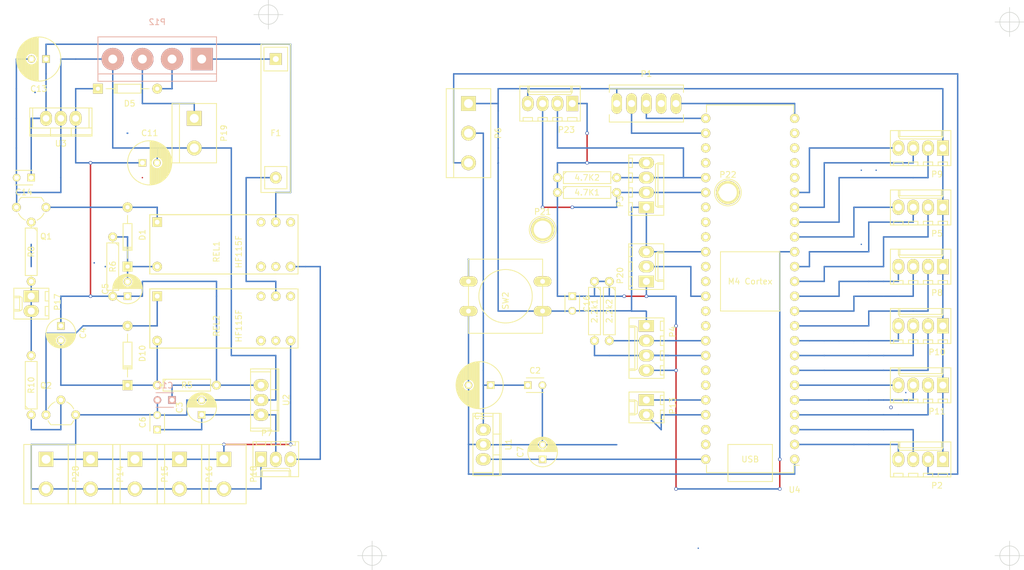
<source format=kicad_pcb>
(kicad_pcb (version 4) (host pcbnew 4.0.2-stable)

  (general
    (links 132)
    (no_connects 12)
    (area 0 0 0 0)
    (thickness 1.6)
    (drawings 4)
    (tracks 395)
    (zones 0)
    (modules 57)
    (nets 51)
  )

  (page A4)
  (layers
    (0 F.Cu signal)
    (31 B.Cu signal)
    (32 B.Adhes user)
    (33 F.Adhes user)
    (34 B.Paste user)
    (35 F.Paste user)
    (36 B.SilkS user)
    (37 F.SilkS user)
    (38 B.Mask user)
    (39 F.Mask user)
    (40 Dwgs.User user)
    (41 Cmts.User user)
    (42 Eco1.User user)
    (43 Eco2.User user)
    (44 Edge.Cuts user)
    (45 Margin user)
    (46 B.CrtYd user)
    (47 F.CrtYd user)
    (48 B.Fab user)
    (49 F.Fab user)
  )

  (setup
    (last_trace_width 0.25)
    (trace_clearance 0.2)
    (zone_clearance 0.508)
    (zone_45_only no)
    (trace_min 0.2)
    (segment_width 0.2)
    (edge_width 0.1)
    (via_size 0.6)
    (via_drill 0.4)
    (via_min_size 0.4)
    (via_min_drill 0.3)
    (uvia_size 0.3)
    (uvia_drill 0.1)
    (uvias_allowed no)
    (uvia_min_size 0.2)
    (uvia_min_drill 0.1)
    (pcb_text_width 0.3)
    (pcb_text_size 1.5 1.5)
    (mod_edge_width 0.15)
    (mod_text_size 1 1)
    (mod_text_width 0.15)
    (pad_size 1.5 1.5)
    (pad_drill 0.6)
    (pad_to_mask_clearance 0)
    (aux_axis_origin 158.75 127)
    (visible_elements 7FFFFFFF)
    (pcbplotparams
      (layerselection 0x00030_80000001)
      (usegerberextensions false)
      (excludeedgelayer true)
      (linewidth 0.100000)
      (plotframeref false)
      (viasonmask false)
      (mode 1)
      (useauxorigin false)
      (hpglpennumber 1)
      (hpglpenspeed 20)
      (hpglpendiameter 15)
      (hpglpenoverlay 2)
      (psnegative false)
      (psa4output false)
      (plotreference true)
      (plotvalue true)
      (plotinvisibletext false)
      (padsonsilk false)
      (subtractmaskfromsilk false)
      (outputformat 1)
      (mirror false)
      (drillshape 1)
      (scaleselection 1)
      (outputdirectory ""))
  )

  (net 0 "")
  (net 1 /EN2)
  (net 2 GNDPWR)
  (net 3 /EN4)
  (net 4 /CLK4)
  (net 5 /DIR4)
  (net 6 /EN3)
  (net 7 /CLK3)
  (net 8 /DIR2)
  (net 9 /CLK2)
  (net 10 /EN1)
  (net 11 /CLK1)
  (net 12 /DIR1)
  (net 13 /DIR3)
  (net 14 "Net-(D10-Pad2)")
  (net 15 "Net-(C11-Pad1)")
  (net 16 /12V)
  (net 17 /24V)
  (net 18 "Net-(F1-Pad2)")
  (net 19 "Net-(C13-Pad1)")
  (net 20 "Net-(D1-Pad2)")
  (net 21 "Net-(C5-Pad2)")
  (net 22 "Net-(C4-Pad2)")
  (net 23 /PowerSupplyServo)
  (net 24 /PowerSupplyStepper)
  (net 25 /PowerOnStepper)
  (net 26 /PowerOnServo)
  (net 27 /LoggerTX)
  (net 28 "Net-(P14-Pad1)")
  (net 29 /5V)
  (net 30 "Net-(Q1-Pad2)")
  (net 31 "Net-(Q2-Pad2)")
  (net 32 /RX5)
  (net 33 /TX5)
  (net 34 "Net-(P2-Pad3)")
  (net 35 "Net-(P2-Pad4)")
  (net 36 /SDA1)
  (net 37 /SCl1)
  (net 38 /SDA0)
  (net 39 /SCl0)
  (net 40 /CLK0)
  (net 41 /DIR0)
  (net 42 /En0)
  (net 43 "Net-(P20-Pad2)")
  (net 44 "Net-(P21-Pad1)")
  (net 45 "Net-(P22-Pad1)")
  (net 46 /+5V)
  (net 47 /3.3V)
  (net 48 /VDD_uC_5V)
  (net 49 /VDDServo9V)
  (net 50 /VDD_Servo_9V)

  (net_class Default "Dies ist die voreingestellte Netzklasse."
    (clearance 0.2)
    (trace_width 0.25)
    (via_dia 0.6)
    (via_drill 0.4)
    (uvia_dia 0.3)
    (uvia_drill 0.1)
    (add_net /+5V)
    (add_net /12V)
    (add_net /24V)
    (add_net /3.3V)
    (add_net /5V)
    (add_net /CLK0)
    (add_net /CLK1)
    (add_net /CLK2)
    (add_net /CLK3)
    (add_net /CLK4)
    (add_net /DIR0)
    (add_net /DIR1)
    (add_net /DIR2)
    (add_net /DIR3)
    (add_net /DIR4)
    (add_net /EN1)
    (add_net /EN2)
    (add_net /EN3)
    (add_net /EN4)
    (add_net /En0)
    (add_net /LoggerTX)
    (add_net /PowerOnServo)
    (add_net /PowerOnStepper)
    (add_net /PowerSupplyServo)
    (add_net /PowerSupplyStepper)
    (add_net /RX5)
    (add_net /SCl0)
    (add_net /SCl1)
    (add_net /SDA0)
    (add_net /SDA1)
    (add_net /TX5)
    (add_net /VDDServo9V)
    (add_net /VDD_Servo_9V)
    (add_net /VDD_uC_5V)
    (add_net GNDPWR)
    (add_net "Net-(C11-Pad1)")
    (add_net "Net-(C13-Pad1)")
    (add_net "Net-(C4-Pad2)")
    (add_net "Net-(C5-Pad2)")
    (add_net "Net-(D1-Pad2)")
    (add_net "Net-(D10-Pad2)")
    (add_net "Net-(F1-Pad2)")
    (add_net "Net-(P14-Pad1)")
    (add_net "Net-(P2-Pad3)")
    (add_net "Net-(P2-Pad4)")
    (add_net "Net-(P20-Pad2)")
    (add_net "Net-(P21-Pad1)")
    (add_net "Net-(P22-Pad1)")
    (add_net "Net-(Q1-Pad2)")
    (add_net "Net-(Q2-Pad2)")
  )

  (module Discret:R4 (layer F.Cu) (tedit 0) (tstamp 58586A6C)
    (at 149.86 83.82 270)
    (descr "Resitance 4 pas")
    (tags R)
    (path /58590EBB)
    (fp_text reference 2.2k2 (at 0 0 270) (layer F.SilkS)
      (effects (font (size 1 1) (thickness 0.15)))
    )
    (fp_text value R (at 0 0 270) (layer F.Fab)
      (effects (font (size 1 1) (thickness 0.15)))
    )
    (fp_line (start -5.08 0) (end -4.064 0) (layer F.SilkS) (width 0.15))
    (fp_line (start -4.064 0) (end -4.064 -1.016) (layer F.SilkS) (width 0.15))
    (fp_line (start -4.064 -1.016) (end 4.064 -1.016) (layer F.SilkS) (width 0.15))
    (fp_line (start 4.064 -1.016) (end 4.064 1.016) (layer F.SilkS) (width 0.15))
    (fp_line (start 4.064 1.016) (end -4.064 1.016) (layer F.SilkS) (width 0.15))
    (fp_line (start -4.064 1.016) (end -4.064 0) (layer F.SilkS) (width 0.15))
    (fp_line (start -4.064 -0.508) (end -3.556 -1.016) (layer F.SilkS) (width 0.15))
    (fp_line (start 5.08 0) (end 4.064 0) (layer F.SilkS) (width 0.15))
    (pad 1 thru_hole circle (at -5.08 0 270) (size 1.524 1.524) (drill 0.8128) (layers *.Cu *.Mask F.SilkS)
      (net 47 /3.3V))
    (pad 2 thru_hole circle (at 5.08 0 270) (size 1.524 1.524) (drill 0.8128) (layers *.Cu *.Mask F.SilkS)
      (net 38 /SDA0))
    (model Discret.3dshapes/R4.wrl
      (at (xyz 0 0 0))
      (scale (xyz 0.4 0.4 0.4))
      (rotate (xyz 0 0 0))
    )
  )

  (module Connect:bornier3 (layer F.Cu) (tedit 0) (tstamp 5792839D)
    (at 125.73 53.34 270)
    (descr "Bornier d'alimentation 3 pins")
    (tags DEV)
    (path /577B0A3C)
    (fp_text reference P6 (at 0 -5.08 270) (layer F.SilkS)
      (effects (font (size 1 1) (thickness 0.15)))
    )
    (fp_text value "Power In uC Servo 9V" (at 0 5.08 270) (layer F.Fab)
      (effects (font (size 1 1) (thickness 0.15)))
    )
    (fp_line (start -7.62 3.81) (end -7.62 -3.81) (layer F.SilkS) (width 0.15))
    (fp_line (start 7.62 3.81) (end 7.62 -3.81) (layer F.SilkS) (width 0.15))
    (fp_line (start -7.62 2.54) (end 7.62 2.54) (layer F.SilkS) (width 0.15))
    (fp_line (start -7.62 -3.81) (end 7.62 -3.81) (layer F.SilkS) (width 0.15))
    (fp_line (start -7.62 3.81) (end 7.62 3.81) (layer F.SilkS) (width 0.15))
    (pad 1 thru_hole rect (at -5.08 0 270) (size 2.54 2.54) (drill 1.524) (layers *.Cu *.Mask F.SilkS)
      (net 2 GNDPWR))
    (pad 2 thru_hole circle (at 0 0 270) (size 2.54 2.54) (drill 1.524) (layers *.Cu *.Mask F.SilkS)
      (net 48 /VDD_uC_5V))
    (pad 3 thru_hole circle (at 5.08 0 270) (size 2.54 2.54) (drill 1.524) (layers *.Cu *.Mask F.SilkS)
      (net 49 /VDDServo9V))
    (model Connect.3dshapes/bornier3.wrl
      (at (xyz 0 0 0))
      (scale (xyz 1 1 1))
      (rotate (xyz 0 0 0))
    )
  )

  (module Power_Integrations:TO-220 (layer F.Cu) (tedit 0) (tstamp 577A5FB6)
    (at 55.88 50.8 180)
    (descr "Non Isolated JEDEC TO-220 Package")
    (tags "Power Integration YN Package")
    (path /577CA6A6)
    (fp_text reference U3 (at 0 -4.318 180) (layer F.SilkS)
      (effects (font (size 1 1) (thickness 0.15)))
    )
    (fp_text value LM7809ACT (at 0 -4.318 180) (layer F.Fab)
      (effects (font (size 1 1) (thickness 0.15)))
    )
    (fp_line (start 4.826 -1.651) (end 4.826 1.778) (layer F.SilkS) (width 0.15))
    (fp_line (start -4.826 -1.651) (end -4.826 1.778) (layer F.SilkS) (width 0.15))
    (fp_line (start 5.334 -2.794) (end -5.334 -2.794) (layer F.SilkS) (width 0.15))
    (fp_line (start 1.778 -1.778) (end 1.778 -3.048) (layer F.SilkS) (width 0.15))
    (fp_line (start -1.778 -1.778) (end -1.778 -3.048) (layer F.SilkS) (width 0.15))
    (fp_line (start -5.334 -1.651) (end 5.334 -1.651) (layer F.SilkS) (width 0.15))
    (fp_line (start 5.334 1.778) (end -5.334 1.778) (layer F.SilkS) (width 0.15))
    (fp_line (start -5.334 -3.048) (end -5.334 1.778) (layer F.SilkS) (width 0.15))
    (fp_line (start 5.334 -3.048) (end 5.334 1.778) (layer F.SilkS) (width 0.15))
    (fp_line (start 5.334 -3.048) (end -5.334 -3.048) (layer F.SilkS) (width 0.15))
    (pad 2 thru_hole oval (at 0 0 180) (size 2.032 2.54) (drill 1.143) (layers *.Cu *.Mask F.SilkS)
      (net 2 GNDPWR))
    (pad 3 thru_hole oval (at 2.54 0 180) (size 2.032 2.54) (drill 1.143) (layers *.Cu *.Mask F.SilkS)
      (net 19 "Net-(C13-Pad1)"))
    (pad 1 thru_hole oval (at -2.54 0 180) (size 2.032 2.54) (drill 1.143) (layers *.Cu *.Mask F.SilkS)
      (net 15 "Net-(C11-Pad1)"))
  )

  (module Connectors_Molex:Molex_KK_6410-03 (layer F.Cu) (tedit 56C6219D) (tstamp 577AEDD2)
    (at 90.17 109.22)
    (descr "Connector Headers with Friction Lock, 22-27-2031, http://www.molex.com/pdm_docs/sd/022272021_sd.pdf")
    (tags "connector molex kk_6410 22-27-2031")
    (path /577B22DC)
    (fp_text reference P7 (at 1 -4.5) (layer F.SilkS)
      (effects (font (size 1 1) (thickness 0.15)))
    )
    (fp_text value "Power Out uC Servo" (at 2.54 4.5) (layer F.Fab)
      (effects (font (size 1 1) (thickness 0.15)))
    )
    (fp_line (start -1.37 -3.02) (end -1.37 2.98) (layer F.SilkS) (width 0.15))
    (fp_line (start -1.37 2.98) (end 6.45 2.98) (layer F.SilkS) (width 0.15))
    (fp_line (start 6.45 2.98) (end 6.45 -3.02) (layer F.SilkS) (width 0.15))
    (fp_line (start 6.45 -3.02) (end -1.37 -3.02) (layer F.SilkS) (width 0.15))
    (fp_line (start 0 2.98) (end 0 1.98) (layer F.SilkS) (width 0.15))
    (fp_line (start 0 1.98) (end 5.08 1.98) (layer F.SilkS) (width 0.15))
    (fp_line (start 5.08 1.98) (end 5.08 2.98) (layer F.SilkS) (width 0.15))
    (fp_line (start 0 1.98) (end 0.25 1.55) (layer F.SilkS) (width 0.15))
    (fp_line (start 0.25 1.55) (end 4.83 1.55) (layer F.SilkS) (width 0.15))
    (fp_line (start 4.83 1.55) (end 5.08 1.98) (layer F.SilkS) (width 0.15))
    (fp_line (start 0.25 2.98) (end 0.25 1.98) (layer F.SilkS) (width 0.15))
    (fp_line (start 4.83 2.98) (end 4.83 1.98) (layer F.SilkS) (width 0.15))
    (fp_line (start -0.8 -3.02) (end -0.8 -2.4) (layer F.SilkS) (width 0.15))
    (fp_line (start -0.8 -2.4) (end 0.8 -2.4) (layer F.SilkS) (width 0.15))
    (fp_line (start 0.8 -2.4) (end 0.8 -3.02) (layer F.SilkS) (width 0.15))
    (fp_line (start 1.74 -3.02) (end 1.74 -2.4) (layer F.SilkS) (width 0.15))
    (fp_line (start 1.74 -2.4) (end 3.34 -2.4) (layer F.SilkS) (width 0.15))
    (fp_line (start 3.34 -2.4) (end 3.34 -3.02) (layer F.SilkS) (width 0.15))
    (fp_line (start 4.28 -3.02) (end 4.28 -2.4) (layer F.SilkS) (width 0.15))
    (fp_line (start 4.28 -2.4) (end 5.88 -2.4) (layer F.SilkS) (width 0.15))
    (fp_line (start 5.88 -2.4) (end 5.88 -3.02) (layer F.SilkS) (width 0.15))
    (fp_line (start -1.9 3.5) (end -1.9 -3.55) (layer F.CrtYd) (width 0.05))
    (fp_line (start -1.9 -3.55) (end 7 -3.55) (layer F.CrtYd) (width 0.05))
    (fp_line (start 7 -3.55) (end 7 3.5) (layer F.CrtYd) (width 0.05))
    (fp_line (start 7 3.5) (end -1.9 3.5) (layer F.CrtYd) (width 0.05))
    (pad 1 thru_hole rect (at 0 0) (size 2 2.6) (drill 1.2) (layers *.Cu *.Mask F.SilkS)
      (net 2 GNDPWR))
    (pad 2 thru_hole oval (at 2.54 0) (size 2 2.6) (drill 1.2) (layers *.Cu *.Mask F.SilkS)
      (net 48 /VDD_uC_5V))
    (pad 3 thru_hole oval (at 5.08 0) (size 2 2.6) (drill 1.2) (layers *.Cu *.Mask F.SilkS)
      (net 50 /VDD_Servo_9V))
  )

  (module BotController:FUSE_HOLDER (layer F.Cu) (tedit 578A7036) (tstamp 578A71B0)
    (at 92.71 60.96)
    (descr "Through hole pin header")
    (tags "pin header")
    (path /577CA69C)
    (fp_text reference F1 (at 0 -7.64) (layer F.SilkS)
      (effects (font (size 1 1) (thickness 0.15)))
    )
    (fp_text value FUSE (at 0 -5.64) (layer F.Fab)
      (effects (font (size 1 1) (thickness 0.15)))
    )
    (fp_line (start -2.032 -22.352) (end -2.032 -18.288) (layer F.SilkS) (width 0.15))
    (fp_line (start -2.032 -18.288) (end 2.032 -18.288) (layer F.SilkS) (width 0.15))
    (fp_line (start 2.032 -18.288) (end 2.032 -22.352) (layer F.SilkS) (width 0.15))
    (fp_line (start 2.032 -22.352) (end -2.032 -22.352) (layer F.SilkS) (width 0.15))
    (fp_line (start 2.54 2.54) (end 2.54 -22.86) (layer F.SilkS) (width 0.15))
    (fp_line (start 2.54 -22.86) (end -2.54 -22.86) (layer F.SilkS) (width 0.15))
    (fp_line (start -2.54 -22.86) (end -2.54 2.54) (layer F.SilkS) (width 0.15))
    (fp_line (start -2.54 2.54) (end 2.54 2.54) (layer F.SilkS) (width 0.15))
    (fp_line (start -1.905 1.27) (end -1.905 -1.905) (layer F.SilkS) (width 0.15))
    (fp_line (start -1.905 -1.905) (end 1.905 -1.905) (layer F.SilkS) (width 0.15))
    (fp_line (start 1.905 -1.905) (end 1.905 1.905) (layer F.SilkS) (width 0.15))
    (fp_line (start 1.905 1.905) (end -1.905 1.905) (layer F.SilkS) (width 0.15))
    (fp_line (start -1.905 1.905) (end -1.905 1.27) (layer F.SilkS) (width 0.15))
    (pad 1 thru_hole rect (at 0 -20.32) (size 2.032 2.032) (drill 1.016) (layers *.Cu *.Mask F.SilkS)
      (net 17 /24V))
    (pad 2 thru_hole oval (at 0 0) (size 2.032 2.032) (drill 1.016) (layers *.Cu *.Mask F.SilkS)
      (net 18 "Net-(F1-Pad2)"))
    (model Pin_Headers.3dshapes/Pin_Header_Straight_1x02.wrl
      (at (xyz 0 -0.05 0))
      (scale (xyz 1 1 1))
      (rotate (xyz 0 0 90))
    )
  )

  (module Capacitors_ThroughHole:C_Radial_D7.5_L11.2_P2.5 (layer F.Cu) (tedit 0) (tstamp 577A62D3)
    (at 69.85 58.42)
    (descr "Radial Electrolytic Capacitor Diameter 7.5mm x Length 11.2mm, Pitch 2.5mm")
    (tags "Electrolytic Capacitor")
    (path /577CA6A7)
    (fp_text reference C11 (at 1.25 -5.1) (layer F.SilkS)
      (effects (font (size 1 1) (thickness 0.15)))
    )
    (fp_text value 2200uF (at 1.25 5.1) (layer F.Fab)
      (effects (font (size 1 1) (thickness 0.15)))
    )
    (fp_line (start 1.325 -3.749) (end 1.325 3.749) (layer F.SilkS) (width 0.15))
    (fp_line (start 1.465 -3.744) (end 1.465 3.744) (layer F.SilkS) (width 0.15))
    (fp_line (start 1.605 -3.733) (end 1.605 -0.446) (layer F.SilkS) (width 0.15))
    (fp_line (start 1.605 0.446) (end 1.605 3.733) (layer F.SilkS) (width 0.15))
    (fp_line (start 1.745 -3.717) (end 1.745 -0.656) (layer F.SilkS) (width 0.15))
    (fp_line (start 1.745 0.656) (end 1.745 3.717) (layer F.SilkS) (width 0.15))
    (fp_line (start 1.885 -3.696) (end 1.885 -0.789) (layer F.SilkS) (width 0.15))
    (fp_line (start 1.885 0.789) (end 1.885 3.696) (layer F.SilkS) (width 0.15))
    (fp_line (start 2.025 -3.669) (end 2.025 -0.88) (layer F.SilkS) (width 0.15))
    (fp_line (start 2.025 0.88) (end 2.025 3.669) (layer F.SilkS) (width 0.15))
    (fp_line (start 2.165 -3.637) (end 2.165 -0.942) (layer F.SilkS) (width 0.15))
    (fp_line (start 2.165 0.942) (end 2.165 3.637) (layer F.SilkS) (width 0.15))
    (fp_line (start 2.305 -3.599) (end 2.305 -0.981) (layer F.SilkS) (width 0.15))
    (fp_line (start 2.305 0.981) (end 2.305 3.599) (layer F.SilkS) (width 0.15))
    (fp_line (start 2.445 -3.555) (end 2.445 -0.998) (layer F.SilkS) (width 0.15))
    (fp_line (start 2.445 0.998) (end 2.445 3.555) (layer F.SilkS) (width 0.15))
    (fp_line (start 2.585 -3.504) (end 2.585 -0.996) (layer F.SilkS) (width 0.15))
    (fp_line (start 2.585 0.996) (end 2.585 3.504) (layer F.SilkS) (width 0.15))
    (fp_line (start 2.725 -3.448) (end 2.725 -0.974) (layer F.SilkS) (width 0.15))
    (fp_line (start 2.725 0.974) (end 2.725 3.448) (layer F.SilkS) (width 0.15))
    (fp_line (start 2.865 -3.384) (end 2.865 -0.931) (layer F.SilkS) (width 0.15))
    (fp_line (start 2.865 0.931) (end 2.865 3.384) (layer F.SilkS) (width 0.15))
    (fp_line (start 3.005 -3.314) (end 3.005 -0.863) (layer F.SilkS) (width 0.15))
    (fp_line (start 3.005 0.863) (end 3.005 3.314) (layer F.SilkS) (width 0.15))
    (fp_line (start 3.145 -3.236) (end 3.145 -0.764) (layer F.SilkS) (width 0.15))
    (fp_line (start 3.145 0.764) (end 3.145 3.236) (layer F.SilkS) (width 0.15))
    (fp_line (start 3.285 -3.15) (end 3.285 -0.619) (layer F.SilkS) (width 0.15))
    (fp_line (start 3.285 0.619) (end 3.285 3.15) (layer F.SilkS) (width 0.15))
    (fp_line (start 3.425 -3.055) (end 3.425 -0.38) (layer F.SilkS) (width 0.15))
    (fp_line (start 3.425 0.38) (end 3.425 3.055) (layer F.SilkS) (width 0.15))
    (fp_line (start 3.565 -2.95) (end 3.565 2.95) (layer F.SilkS) (width 0.15))
    (fp_line (start 3.705 -2.835) (end 3.705 2.835) (layer F.SilkS) (width 0.15))
    (fp_line (start 3.845 -2.707) (end 3.845 2.707) (layer F.SilkS) (width 0.15))
    (fp_line (start 3.985 -2.566) (end 3.985 2.566) (layer F.SilkS) (width 0.15))
    (fp_line (start 4.125 -2.408) (end 4.125 2.408) (layer F.SilkS) (width 0.15))
    (fp_line (start 4.265 -2.23) (end 4.265 2.23) (layer F.SilkS) (width 0.15))
    (fp_line (start 4.405 -2.027) (end 4.405 2.027) (layer F.SilkS) (width 0.15))
    (fp_line (start 4.545 -1.79) (end 4.545 1.79) (layer F.SilkS) (width 0.15))
    (fp_line (start 4.685 -1.504) (end 4.685 1.504) (layer F.SilkS) (width 0.15))
    (fp_line (start 4.825 -1.132) (end 4.825 1.132) (layer F.SilkS) (width 0.15))
    (fp_line (start 4.965 -0.511) (end 4.965 0.511) (layer F.SilkS) (width 0.15))
    (fp_circle (center 2.5 0) (end 2.5 -1) (layer F.SilkS) (width 0.15))
    (fp_circle (center 1.25 0) (end 1.25 -3.7875) (layer F.SilkS) (width 0.15))
    (fp_circle (center 1.25 0) (end 1.25 -4.1) (layer F.CrtYd) (width 0.05))
    (pad 2 thru_hole circle (at 2.5 0) (size 1.3 1.3) (drill 0.8) (layers *.Cu *.Mask F.SilkS)
      (net 2 GNDPWR))
    (pad 1 thru_hole rect (at 0 0) (size 1.3 1.3) (drill 0.8) (layers *.Cu *.Mask F.SilkS)
      (net 15 "Net-(C11-Pad1)"))
    (model Capacitors_ThroughHole.3dshapes/C_Radial_D7.5_L11.2_P2.5.wrl
      (at (xyz 0 0 0))
      (scale (xyz 1 1 1))
      (rotate (xyz 0 0 0))
    )
  )

  (module Capacitors_ThroughHole:C_Disc_D3_P2.5 (layer F.Cu) (tedit 0) (tstamp 576C55F7)
    (at 143.51 81.28 270)
    (descr "Capacitor 3mm Disc, Pitch 2.5mm")
    (tags Capacitor)
    (path /50E7F8BE)
    (fp_text reference C16 (at 1.25 -2.5 270) (layer F.SilkS)
      (effects (font (size 1 1) (thickness 0.15)))
    )
    (fp_text value 100nF (at 1.25 2.5 270) (layer F.Fab)
      (effects (font (size 1 1) (thickness 0.15)))
    )
    (fp_line (start -0.9 -1.5) (end 3.4 -1.5) (layer F.CrtYd) (width 0.05))
    (fp_line (start 3.4 -1.5) (end 3.4 1.5) (layer F.CrtYd) (width 0.05))
    (fp_line (start 3.4 1.5) (end -0.9 1.5) (layer F.CrtYd) (width 0.05))
    (fp_line (start -0.9 1.5) (end -0.9 -1.5) (layer F.CrtYd) (width 0.05))
    (fp_line (start -0.25 -1.25) (end 2.75 -1.25) (layer F.SilkS) (width 0.15))
    (fp_line (start 2.75 1.25) (end -0.25 1.25) (layer F.SilkS) (width 0.15))
    (pad 1 thru_hole rect (at 0 0 270) (size 1.3 1.3) (drill 0.8) (layers *.Cu *.Mask F.SilkS)
      (net 47 /3.3V))
    (pad 2 thru_hole circle (at 2.5 0 270) (size 1.3 1.3) (drill 0.8001) (layers *.Cu *.Mask F.SilkS)
      (net 2 GNDPWR))
    (model Capacitors_ThroughHole.3dshapes/C_Disc_D3_P2.5.wrl
      (at (xyz 0.0492126 0 0))
      (scale (xyz 1 1 1))
      (rotate (xyz 0 0 0))
    )
  )

  (module Buttons_Switches_ThroughHole:SW_PUSH-12mm (layer F.Cu) (tedit 578A9EC5) (tstamp 576C57B4)
    (at 132.08 81.28 180)
    (path /50E56802)
    (fp_text reference SW2 (at 0 -0.762 270) (layer F.SilkS)
      (effects (font (size 1 1) (thickness 0.15)))
    )
    (fp_text value reset (at 0 1.016 180) (layer F.Fab)
      (effects (font (size 1 1) (thickness 0.15)))
    )
    (fp_circle (center 0 0) (end 3.81 2.54) (layer F.SilkS) (width 0.15))
    (fp_line (start -6.35 -6.35) (end 6.35 -6.35) (layer F.SilkS) (width 0.15))
    (fp_line (start 6.35 -6.35) (end 6.35 6.35) (layer F.SilkS) (width 0.15))
    (fp_line (start 6.35 6.35) (end -6.35 6.35) (layer F.SilkS) (width 0.15))
    (fp_line (start -6.35 6.35) (end -6.35 -6.35) (layer F.SilkS) (width 0.15))
    (pad 1 thru_hole oval (at 6.35 -2.54 180) (size 3.048 1.7272) (drill 0.8128) (layers *.Cu *.Mask F.SilkS)
      (net 2 GNDPWR))
    (pad 2 thru_hole oval (at 6.35 2.54 180) (size 3.048 1.7272) (drill 0.8128) (layers *.Cu *.Mask F.SilkS)
      (net 44 "Net-(P21-Pad1)"))
    (pad 1 thru_hole oval (at -6.35 -2.54 180) (size 3.048 1.7272) (drill 0.8128) (layers *.Cu *.Mask F.SilkS)
      (net 2 GNDPWR))
    (pad 2 thru_hole oval (at -6.35 2.54 180) (size 3.048 1.7272) (drill 0.8128) (layers *.Cu *.Mask F.SilkS)
      (net 44 "Net-(P21-Pad1)"))
    (model Buttons_Switches_ThroughHole.3dshapes/SW_PUSH-12mm.wrl
      (at (xyz 0 0 0))
      (scale (xyz 4 4 4))
      (rotate (xyz 0 0 0))
    )
  )

  (module Capacitors_ThroughHole:C_Radial_D8_L13_P3.8 (layer F.Cu) (tedit 0) (tstamp 577184CA)
    (at 129.54 96.52 180)
    (descr "Radial Electrolytic Capacitor Diameter 8mm x Length 13mm, Pitch 3.8mm")
    (tags "Electrolytic Capacitor")
    (path /576C5164)
    (fp_text reference C1 (at 1.9 -5.3 180) (layer F.SilkS)
      (effects (font (size 1 1) (thickness 0.15)))
    )
    (fp_text value 47uF (at 1.9 5.3 180) (layer F.Fab)
      (effects (font (size 1 1) (thickness 0.15)))
    )
    (fp_line (start 1.975 -3.999) (end 1.975 3.999) (layer F.SilkS) (width 0.15))
    (fp_line (start 2.115 -3.994) (end 2.115 3.994) (layer F.SilkS) (width 0.15))
    (fp_line (start 2.255 -3.984) (end 2.255 3.984) (layer F.SilkS) (width 0.15))
    (fp_line (start 2.395 -3.969) (end 2.395 3.969) (layer F.SilkS) (width 0.15))
    (fp_line (start 2.535 -3.949) (end 2.535 3.949) (layer F.SilkS) (width 0.15))
    (fp_line (start 2.675 -3.924) (end 2.675 3.924) (layer F.SilkS) (width 0.15))
    (fp_line (start 2.815 -3.894) (end 2.815 -0.173) (layer F.SilkS) (width 0.15))
    (fp_line (start 2.815 0.173) (end 2.815 3.894) (layer F.SilkS) (width 0.15))
    (fp_line (start 2.955 -3.858) (end 2.955 -0.535) (layer F.SilkS) (width 0.15))
    (fp_line (start 2.955 0.535) (end 2.955 3.858) (layer F.SilkS) (width 0.15))
    (fp_line (start 3.095 -3.817) (end 3.095 -0.709) (layer F.SilkS) (width 0.15))
    (fp_line (start 3.095 0.709) (end 3.095 3.817) (layer F.SilkS) (width 0.15))
    (fp_line (start 3.235 -3.771) (end 3.235 -0.825) (layer F.SilkS) (width 0.15))
    (fp_line (start 3.235 0.825) (end 3.235 3.771) (layer F.SilkS) (width 0.15))
    (fp_line (start 3.375 -3.718) (end 3.375 -0.905) (layer F.SilkS) (width 0.15))
    (fp_line (start 3.375 0.905) (end 3.375 3.718) (layer F.SilkS) (width 0.15))
    (fp_line (start 3.515 -3.659) (end 3.515 -0.959) (layer F.SilkS) (width 0.15))
    (fp_line (start 3.515 0.959) (end 3.515 3.659) (layer F.SilkS) (width 0.15))
    (fp_line (start 3.655 -3.594) (end 3.655 -0.989) (layer F.SilkS) (width 0.15))
    (fp_line (start 3.655 0.989) (end 3.655 3.594) (layer F.SilkS) (width 0.15))
    (fp_line (start 3.795 -3.523) (end 3.795 -1) (layer F.SilkS) (width 0.15))
    (fp_line (start 3.795 1) (end 3.795 3.523) (layer F.SilkS) (width 0.15))
    (fp_line (start 3.935 -3.444) (end 3.935 -0.991) (layer F.SilkS) (width 0.15))
    (fp_line (start 3.935 0.991) (end 3.935 3.444) (layer F.SilkS) (width 0.15))
    (fp_line (start 4.075 -3.357) (end 4.075 -0.961) (layer F.SilkS) (width 0.15))
    (fp_line (start 4.075 0.961) (end 4.075 3.357) (layer F.SilkS) (width 0.15))
    (fp_line (start 4.215 -3.262) (end 4.215 -0.91) (layer F.SilkS) (width 0.15))
    (fp_line (start 4.215 0.91) (end 4.215 3.262) (layer F.SilkS) (width 0.15))
    (fp_line (start 4.355 -3.158) (end 4.355 -0.832) (layer F.SilkS) (width 0.15))
    (fp_line (start 4.355 0.832) (end 4.355 3.158) (layer F.SilkS) (width 0.15))
    (fp_line (start 4.495 -3.044) (end 4.495 -0.719) (layer F.SilkS) (width 0.15))
    (fp_line (start 4.495 0.719) (end 4.495 3.044) (layer F.SilkS) (width 0.15))
    (fp_line (start 4.635 -2.919) (end 4.635 -0.55) (layer F.SilkS) (width 0.15))
    (fp_line (start 4.635 0.55) (end 4.635 2.919) (layer F.SilkS) (width 0.15))
    (fp_line (start 4.775 -2.781) (end 4.775 -0.222) (layer F.SilkS) (width 0.15))
    (fp_line (start 4.775 0.222) (end 4.775 2.781) (layer F.SilkS) (width 0.15))
    (fp_line (start 4.915 -2.629) (end 4.915 2.629) (layer F.SilkS) (width 0.15))
    (fp_line (start 5.055 -2.459) (end 5.055 2.459) (layer F.SilkS) (width 0.15))
    (fp_line (start 5.195 -2.268) (end 5.195 2.268) (layer F.SilkS) (width 0.15))
    (fp_line (start 5.335 -2.05) (end 5.335 2.05) (layer F.SilkS) (width 0.15))
    (fp_line (start 5.475 -1.794) (end 5.475 1.794) (layer F.SilkS) (width 0.15))
    (fp_line (start 5.615 -1.483) (end 5.615 1.483) (layer F.SilkS) (width 0.15))
    (fp_line (start 5.755 -1.067) (end 5.755 1.067) (layer F.SilkS) (width 0.15))
    (fp_line (start 5.895 -0.2) (end 5.895 0.2) (layer F.SilkS) (width 0.15))
    (fp_circle (center 3.8 0) (end 3.8 -1) (layer F.SilkS) (width 0.15))
    (fp_circle (center 1.9 0) (end 1.9 -4.0375) (layer F.SilkS) (width 0.15))
    (fp_circle (center 1.9 0) (end 1.9 -4.3) (layer F.CrtYd) (width 0.05))
    (pad 1 thru_hole rect (at 0 0 180) (size 1.3 1.3) (drill 0.8) (layers *.Cu *.Mask F.SilkS)
      (net 48 /VDD_uC_5V))
    (pad 2 thru_hole circle (at 3.8 0 180) (size 1.3 1.3) (drill 0.8) (layers *.Cu *.Mask F.SilkS)
      (net 2 GNDPWR))
    (model Capacitors_ThroughHole.3dshapes/C_Radial_D8_L13_P3.8.wrl
      (at (xyz 0.0748031 0 0))
      (scale (xyz 1 1 1))
      (rotate (xyz 0 0 90))
    )
  )

  (module Capacitors_ThroughHole:C_Disc_D3_P2.5 (layer F.Cu) (tedit 0) (tstamp 577184FE)
    (at 135.89 96.52)
    (descr "Capacitor 3mm Disc, Pitch 2.5mm")
    (tags Capacitor)
    (path /576C5127)
    (fp_text reference C2 (at 1.25 -2.5) (layer F.SilkS)
      (effects (font (size 1 1) (thickness 0.15)))
    )
    (fp_text value 100nF (at 1.25 2.5) (layer F.Fab)
      (effects (font (size 1 1) (thickness 0.15)))
    )
    (fp_line (start -0.9 -1.5) (end 3.4 -1.5) (layer F.CrtYd) (width 0.05))
    (fp_line (start 3.4 -1.5) (end 3.4 1.5) (layer F.CrtYd) (width 0.05))
    (fp_line (start 3.4 1.5) (end -0.9 1.5) (layer F.CrtYd) (width 0.05))
    (fp_line (start -0.9 1.5) (end -0.9 -1.5) (layer F.CrtYd) (width 0.05))
    (fp_line (start -0.25 -1.25) (end 2.75 -1.25) (layer F.SilkS) (width 0.15))
    (fp_line (start 2.75 1.25) (end -0.25 1.25) (layer F.SilkS) (width 0.15))
    (pad 1 thru_hole rect (at 0 0) (size 1.3 1.3) (drill 0.8) (layers *.Cu *.Mask F.SilkS)
      (net 48 /VDD_uC_5V))
    (pad 2 thru_hole circle (at 2.5 0) (size 1.3 1.3) (drill 0.8001) (layers *.Cu *.Mask F.SilkS)
      (net 2 GNDPWR))
    (model Capacitors_ThroughHole.3dshapes/C_Disc_D3_P2.5.wrl
      (at (xyz 0.0492126 0 0))
      (scale (xyz 1 1 1))
      (rotate (xyz 0 0 0))
    )
  )

  (module Discret:R4 (layer F.Cu) (tedit 0) (tstamp 577A5F99)
    (at 50.8 73.66 270)
    (descr "Resitance 4 pas")
    (tags R)
    (path /577CA6AF)
    (fp_text reference R8 (at 0 0 270) (layer F.SilkS)
      (effects (font (size 1 1) (thickness 0.15)))
    )
    (fp_text value 1K (at 0 0 270) (layer F.Fab)
      (effects (font (size 1 1) (thickness 0.15)))
    )
    (fp_line (start -5.08 0) (end -4.064 0) (layer F.SilkS) (width 0.15))
    (fp_line (start -4.064 0) (end -4.064 -1.016) (layer F.SilkS) (width 0.15))
    (fp_line (start -4.064 -1.016) (end 4.064 -1.016) (layer F.SilkS) (width 0.15))
    (fp_line (start 4.064 -1.016) (end 4.064 1.016) (layer F.SilkS) (width 0.15))
    (fp_line (start 4.064 1.016) (end -4.064 1.016) (layer F.SilkS) (width 0.15))
    (fp_line (start -4.064 1.016) (end -4.064 0) (layer F.SilkS) (width 0.15))
    (fp_line (start -4.064 -0.508) (end -3.556 -1.016) (layer F.SilkS) (width 0.15))
    (fp_line (start 5.08 0) (end 4.064 0) (layer F.SilkS) (width 0.15))
    (pad 1 thru_hole circle (at -5.08 0 270) (size 1.524 1.524) (drill 0.8128) (layers *.Cu *.Mask F.SilkS)
      (net 30 "Net-(Q1-Pad2)"))
    (pad 2 thru_hole circle (at 5.08 0 270) (size 1.524 1.524) (drill 0.8128) (layers *.Cu *.Mask F.SilkS)
      (net 25 /PowerOnStepper))
    (model Discret.3dshapes/R4.wrl
      (at (xyz 0 0 0))
      (scale (xyz 0.4 0.4 0.4))
      (rotate (xyz 0 0 0))
    )
  )

  (module Capacitors_ThroughHole:C_Radial_D5_L6_P2.5 (layer F.Cu) (tedit 0) (tstamp 577A60BF)
    (at 138.43 109.22 90)
    (descr "Radial Electrolytic Capacitor Diameter 5mm x Length 6mm, Pitch 2.5mm")
    (tags "Electrolytic Capacitor")
    (path /577C4445)
    (fp_text reference C7 (at 1.25 -3.8 90) (layer F.SilkS)
      (effects (font (size 1 1) (thickness 0.15)))
    )
    (fp_text value 47uF (at 1.25 3.8 90) (layer F.Fab)
      (effects (font (size 1 1) (thickness 0.15)))
    )
    (fp_line (start 1.325 -2.499) (end 1.325 2.499) (layer F.SilkS) (width 0.15))
    (fp_line (start 1.465 -2.491) (end 1.465 2.491) (layer F.SilkS) (width 0.15))
    (fp_line (start 1.605 -2.475) (end 1.605 -0.095) (layer F.SilkS) (width 0.15))
    (fp_line (start 1.605 0.095) (end 1.605 2.475) (layer F.SilkS) (width 0.15))
    (fp_line (start 1.745 -2.451) (end 1.745 -0.49) (layer F.SilkS) (width 0.15))
    (fp_line (start 1.745 0.49) (end 1.745 2.451) (layer F.SilkS) (width 0.15))
    (fp_line (start 1.885 -2.418) (end 1.885 -0.657) (layer F.SilkS) (width 0.15))
    (fp_line (start 1.885 0.657) (end 1.885 2.418) (layer F.SilkS) (width 0.15))
    (fp_line (start 2.025 -2.377) (end 2.025 -0.764) (layer F.SilkS) (width 0.15))
    (fp_line (start 2.025 0.764) (end 2.025 2.377) (layer F.SilkS) (width 0.15))
    (fp_line (start 2.165 -2.327) (end 2.165 -0.835) (layer F.SilkS) (width 0.15))
    (fp_line (start 2.165 0.835) (end 2.165 2.327) (layer F.SilkS) (width 0.15))
    (fp_line (start 2.305 -2.266) (end 2.305 -0.879) (layer F.SilkS) (width 0.15))
    (fp_line (start 2.305 0.879) (end 2.305 2.266) (layer F.SilkS) (width 0.15))
    (fp_line (start 2.445 -2.196) (end 2.445 -0.898) (layer F.SilkS) (width 0.15))
    (fp_line (start 2.445 0.898) (end 2.445 2.196) (layer F.SilkS) (width 0.15))
    (fp_line (start 2.585 -2.114) (end 2.585 -0.896) (layer F.SilkS) (width 0.15))
    (fp_line (start 2.585 0.896) (end 2.585 2.114) (layer F.SilkS) (width 0.15))
    (fp_line (start 2.725 -2.019) (end 2.725 -0.871) (layer F.SilkS) (width 0.15))
    (fp_line (start 2.725 0.871) (end 2.725 2.019) (layer F.SilkS) (width 0.15))
    (fp_line (start 2.865 -1.908) (end 2.865 -0.823) (layer F.SilkS) (width 0.15))
    (fp_line (start 2.865 0.823) (end 2.865 1.908) (layer F.SilkS) (width 0.15))
    (fp_line (start 3.005 -1.78) (end 3.005 -0.745) (layer F.SilkS) (width 0.15))
    (fp_line (start 3.005 0.745) (end 3.005 1.78) (layer F.SilkS) (width 0.15))
    (fp_line (start 3.145 -1.631) (end 3.145 -0.628) (layer F.SilkS) (width 0.15))
    (fp_line (start 3.145 0.628) (end 3.145 1.631) (layer F.SilkS) (width 0.15))
    (fp_line (start 3.285 -1.452) (end 3.285 -0.44) (layer F.SilkS) (width 0.15))
    (fp_line (start 3.285 0.44) (end 3.285 1.452) (layer F.SilkS) (width 0.15))
    (fp_line (start 3.425 -1.233) (end 3.425 1.233) (layer F.SilkS) (width 0.15))
    (fp_line (start 3.565 -0.944) (end 3.565 0.944) (layer F.SilkS) (width 0.15))
    (fp_line (start 3.705 -0.472) (end 3.705 0.472) (layer F.SilkS) (width 0.15))
    (fp_circle (center 2.5 0) (end 2.5 -0.9) (layer F.SilkS) (width 0.15))
    (fp_circle (center 1.25 0) (end 1.25 -2.5375) (layer F.SilkS) (width 0.15))
    (fp_circle (center 1.25 0) (end 1.25 -2.8) (layer F.CrtYd) (width 0.05))
    (pad 1 thru_hole rect (at 0 0 90) (size 1.3 1.3) (drill 0.8) (layers *.Cu *.Mask F.SilkS)
      (net 46 /+5V))
    (pad 2 thru_hole circle (at 2.5 0 90) (size 1.3 1.3) (drill 0.8) (layers *.Cu *.Mask F.SilkS)
      (net 2 GNDPWR))
    (model Capacitors_ThroughHole.3dshapes/C_Radial_D5_L6_P2.5.wrl
      (at (xyz 0.0492126 0 0))
      (scale (xyz 1 1 1))
      (rotate (xyz 0 0 90))
    )
  )

  (module Capacitors_ThroughHole:C_Disc_D3_P2.5 (layer B.Cu) (tedit 0) (tstamp 577A62D9)
    (at 74.93 99.06 180)
    (descr "Capacitor 3mm Disc, Pitch 2.5mm")
    (tags Capacitor)
    (path /577CA6A5)
    (fp_text reference C12 (at 1.25 2.5 180) (layer B.SilkS)
      (effects (font (size 1 1) (thickness 0.15)) (justify mirror))
    )
    (fp_text value 100nF (at 1.25 -2.5 180) (layer B.Fab)
      (effects (font (size 1 1) (thickness 0.15)) (justify mirror))
    )
    (fp_line (start -0.9 1.5) (end 3.4 1.5) (layer B.CrtYd) (width 0.05))
    (fp_line (start 3.4 1.5) (end 3.4 -1.5) (layer B.CrtYd) (width 0.05))
    (fp_line (start 3.4 -1.5) (end -0.9 -1.5) (layer B.CrtYd) (width 0.05))
    (fp_line (start -0.9 -1.5) (end -0.9 1.5) (layer B.CrtYd) (width 0.05))
    (fp_line (start -0.25 1.25) (end 2.75 1.25) (layer B.SilkS) (width 0.15))
    (fp_line (start 2.75 -1.25) (end -0.25 -1.25) (layer B.SilkS) (width 0.15))
    (pad 1 thru_hole rect (at 0 0 180) (size 1.3 1.3) (drill 0.8) (layers *.Cu *.Mask B.SilkS)
      (net 15 "Net-(C11-Pad1)"))
    (pad 2 thru_hole circle (at 2.5 0 180) (size 1.3 1.3) (drill 0.8001) (layers *.Cu *.Mask B.SilkS)
      (net 2 GNDPWR))
    (model Capacitors_ThroughHole.3dshapes/C_Disc_D3_P2.5.wrl
      (at (xyz 0.0492126 0 0))
      (scale (xyz 1 1 1))
      (rotate (xyz 0 0 0))
    )
  )

  (module Capacitors_ThroughHole:C_Radial_D7.5_L11.2_P2.5 (layer F.Cu) (tedit 0) (tstamp 577A62DF)
    (at 53.34 40.64 180)
    (descr "Radial Electrolytic Capacitor Diameter 7.5mm x Length 11.2mm, Pitch 2.5mm")
    (tags "Electrolytic Capacitor")
    (path /577CA6A8)
    (fp_text reference C13 (at 1.25 -5.1 180) (layer F.SilkS)
      (effects (font (size 1 1) (thickness 0.15)))
    )
    (fp_text value 1000uF (at 1.25 5.1 180) (layer F.Fab)
      (effects (font (size 1 1) (thickness 0.15)))
    )
    (fp_line (start 1.325 -3.749) (end 1.325 3.749) (layer F.SilkS) (width 0.15))
    (fp_line (start 1.465 -3.744) (end 1.465 3.744) (layer F.SilkS) (width 0.15))
    (fp_line (start 1.605 -3.733) (end 1.605 -0.446) (layer F.SilkS) (width 0.15))
    (fp_line (start 1.605 0.446) (end 1.605 3.733) (layer F.SilkS) (width 0.15))
    (fp_line (start 1.745 -3.717) (end 1.745 -0.656) (layer F.SilkS) (width 0.15))
    (fp_line (start 1.745 0.656) (end 1.745 3.717) (layer F.SilkS) (width 0.15))
    (fp_line (start 1.885 -3.696) (end 1.885 -0.789) (layer F.SilkS) (width 0.15))
    (fp_line (start 1.885 0.789) (end 1.885 3.696) (layer F.SilkS) (width 0.15))
    (fp_line (start 2.025 -3.669) (end 2.025 -0.88) (layer F.SilkS) (width 0.15))
    (fp_line (start 2.025 0.88) (end 2.025 3.669) (layer F.SilkS) (width 0.15))
    (fp_line (start 2.165 -3.637) (end 2.165 -0.942) (layer F.SilkS) (width 0.15))
    (fp_line (start 2.165 0.942) (end 2.165 3.637) (layer F.SilkS) (width 0.15))
    (fp_line (start 2.305 -3.599) (end 2.305 -0.981) (layer F.SilkS) (width 0.15))
    (fp_line (start 2.305 0.981) (end 2.305 3.599) (layer F.SilkS) (width 0.15))
    (fp_line (start 2.445 -3.555) (end 2.445 -0.998) (layer F.SilkS) (width 0.15))
    (fp_line (start 2.445 0.998) (end 2.445 3.555) (layer F.SilkS) (width 0.15))
    (fp_line (start 2.585 -3.504) (end 2.585 -0.996) (layer F.SilkS) (width 0.15))
    (fp_line (start 2.585 0.996) (end 2.585 3.504) (layer F.SilkS) (width 0.15))
    (fp_line (start 2.725 -3.448) (end 2.725 -0.974) (layer F.SilkS) (width 0.15))
    (fp_line (start 2.725 0.974) (end 2.725 3.448) (layer F.SilkS) (width 0.15))
    (fp_line (start 2.865 -3.384) (end 2.865 -0.931) (layer F.SilkS) (width 0.15))
    (fp_line (start 2.865 0.931) (end 2.865 3.384) (layer F.SilkS) (width 0.15))
    (fp_line (start 3.005 -3.314) (end 3.005 -0.863) (layer F.SilkS) (width 0.15))
    (fp_line (start 3.005 0.863) (end 3.005 3.314) (layer F.SilkS) (width 0.15))
    (fp_line (start 3.145 -3.236) (end 3.145 -0.764) (layer F.SilkS) (width 0.15))
    (fp_line (start 3.145 0.764) (end 3.145 3.236) (layer F.SilkS) (width 0.15))
    (fp_line (start 3.285 -3.15) (end 3.285 -0.619) (layer F.SilkS) (width 0.15))
    (fp_line (start 3.285 0.619) (end 3.285 3.15) (layer F.SilkS) (width 0.15))
    (fp_line (start 3.425 -3.055) (end 3.425 -0.38) (layer F.SilkS) (width 0.15))
    (fp_line (start 3.425 0.38) (end 3.425 3.055) (layer F.SilkS) (width 0.15))
    (fp_line (start 3.565 -2.95) (end 3.565 2.95) (layer F.SilkS) (width 0.15))
    (fp_line (start 3.705 -2.835) (end 3.705 2.835) (layer F.SilkS) (width 0.15))
    (fp_line (start 3.845 -2.707) (end 3.845 2.707) (layer F.SilkS) (width 0.15))
    (fp_line (start 3.985 -2.566) (end 3.985 2.566) (layer F.SilkS) (width 0.15))
    (fp_line (start 4.125 -2.408) (end 4.125 2.408) (layer F.SilkS) (width 0.15))
    (fp_line (start 4.265 -2.23) (end 4.265 2.23) (layer F.SilkS) (width 0.15))
    (fp_line (start 4.405 -2.027) (end 4.405 2.027) (layer F.SilkS) (width 0.15))
    (fp_line (start 4.545 -1.79) (end 4.545 1.79) (layer F.SilkS) (width 0.15))
    (fp_line (start 4.685 -1.504) (end 4.685 1.504) (layer F.SilkS) (width 0.15))
    (fp_line (start 4.825 -1.132) (end 4.825 1.132) (layer F.SilkS) (width 0.15))
    (fp_line (start 4.965 -0.511) (end 4.965 0.511) (layer F.SilkS) (width 0.15))
    (fp_circle (center 2.5 0) (end 2.5 -1) (layer F.SilkS) (width 0.15))
    (fp_circle (center 1.25 0) (end 1.25 -3.7875) (layer F.SilkS) (width 0.15))
    (fp_circle (center 1.25 0) (end 1.25 -4.1) (layer F.CrtYd) (width 0.05))
    (pad 2 thru_hole circle (at 2.5 0 180) (size 1.3 1.3) (drill 0.8) (layers *.Cu *.Mask F.SilkS)
      (net 2 GNDPWR))
    (pad 1 thru_hole rect (at 0 0 180) (size 1.3 1.3) (drill 0.8) (layers *.Cu *.Mask F.SilkS)
      (net 19 "Net-(C13-Pad1)"))
    (model Capacitors_ThroughHole.3dshapes/C_Radial_D7.5_L11.2_P2.5.wrl
      (at (xyz 0 0 0))
      (scale (xyz 1 1 1))
      (rotate (xyz 0 0 0))
    )
  )

  (module Capacitors_ThroughHole:C_Disc_D3_P2.5 (layer F.Cu) (tedit 0) (tstamp 577A62E5)
    (at 50.8 60.96 180)
    (descr "Capacitor 3mm Disc, Pitch 2.5mm")
    (tags Capacitor)
    (path /577CA6A9)
    (fp_text reference C14 (at 1.25 -2.5 180) (layer F.SilkS)
      (effects (font (size 1 1) (thickness 0.15)))
    )
    (fp_text value 100nF (at 1.25 2.5 180) (layer F.Fab)
      (effects (font (size 1 1) (thickness 0.15)))
    )
    (fp_line (start -0.9 -1.5) (end 3.4 -1.5) (layer F.CrtYd) (width 0.05))
    (fp_line (start 3.4 -1.5) (end 3.4 1.5) (layer F.CrtYd) (width 0.05))
    (fp_line (start 3.4 1.5) (end -0.9 1.5) (layer F.CrtYd) (width 0.05))
    (fp_line (start -0.9 1.5) (end -0.9 -1.5) (layer F.CrtYd) (width 0.05))
    (fp_line (start -0.25 -1.25) (end 2.75 -1.25) (layer F.SilkS) (width 0.15))
    (fp_line (start 2.75 1.25) (end -0.25 1.25) (layer F.SilkS) (width 0.15))
    (pad 1 thru_hole rect (at 0 0 180) (size 1.3 1.3) (drill 0.8) (layers *.Cu *.Mask F.SilkS)
      (net 19 "Net-(C13-Pad1)"))
    (pad 2 thru_hole circle (at 2.5 0 180) (size 1.3 1.3) (drill 0.8001) (layers *.Cu *.Mask F.SilkS)
      (net 2 GNDPWR))
    (model Capacitors_ThroughHole.3dshapes/C_Disc_D3_P2.5.wrl
      (at (xyz 0.0492126 0 0))
      (scale (xyz 1 1 1))
      (rotate (xyz 0 0 0))
    )
  )

  (module Connect:bornier2 (layer F.Cu) (tedit 0) (tstamp 577A6368)
    (at 53.34 111.76 270)
    (descr "Bornier d'alimentation 2 pins")
    (tags DEV)
    (path /577CA6B7)
    (fp_text reference P28 (at 0 -5.08 270) (layer F.SilkS)
      (effects (font (size 1 1) (thickness 0.15)))
    )
    (fp_text value "Power Stepper 1" (at 0 5.08 270) (layer F.Fab)
      (effects (font (size 1 1) (thickness 0.15)))
    )
    (fp_line (start 5.08 2.54) (end -5.08 2.54) (layer F.SilkS) (width 0.15))
    (fp_line (start 5.08 3.81) (end 5.08 -3.81) (layer F.SilkS) (width 0.15))
    (fp_line (start 5.08 -3.81) (end -5.08 -3.81) (layer F.SilkS) (width 0.15))
    (fp_line (start -5.08 -3.81) (end -5.08 3.81) (layer F.SilkS) (width 0.15))
    (fp_line (start -5.08 3.81) (end 5.08 3.81) (layer F.SilkS) (width 0.15))
    (pad 1 thru_hole rect (at -2.54 0 270) (size 2.54 2.54) (drill 1.524) (layers *.Cu *.Mask F.SilkS)
      (net 28 "Net-(P14-Pad1)"))
    (pad 2 thru_hole circle (at 2.54 0 270) (size 2.54 2.54) (drill 1.524) (layers *.Cu *.Mask F.SilkS)
      (net 2 GNDPWR))
    (model Connect.3dshapes/bornier2.wrl
      (at (xyz 0 0 0))
      (scale (xyz 1 1 1))
      (rotate (xyz 0 0 0))
    )
  )

  (module Discret:R4 (layer F.Cu) (tedit 0) (tstamp 577A637E)
    (at 50.8 96.52 90)
    (descr "Resitance 4 pas")
    (tags R)
    (path /577CA6AE)
    (fp_text reference R10 (at 0 0 90) (layer F.SilkS)
      (effects (font (size 1 1) (thickness 0.15)))
    )
    (fp_text value 1K (at 0 0 90) (layer F.Fab)
      (effects (font (size 1 1) (thickness 0.15)))
    )
    (fp_line (start -5.08 0) (end -4.064 0) (layer F.SilkS) (width 0.15))
    (fp_line (start -4.064 0) (end -4.064 -1.016) (layer F.SilkS) (width 0.15))
    (fp_line (start -4.064 -1.016) (end 4.064 -1.016) (layer F.SilkS) (width 0.15))
    (fp_line (start 4.064 -1.016) (end 4.064 1.016) (layer F.SilkS) (width 0.15))
    (fp_line (start 4.064 1.016) (end -4.064 1.016) (layer F.SilkS) (width 0.15))
    (fp_line (start -4.064 1.016) (end -4.064 0) (layer F.SilkS) (width 0.15))
    (fp_line (start -4.064 -0.508) (end -3.556 -1.016) (layer F.SilkS) (width 0.15))
    (fp_line (start 5.08 0) (end 4.064 0) (layer F.SilkS) (width 0.15))
    (pad 1 thru_hole circle (at -5.08 0 90) (size 1.524 1.524) (drill 0.8128) (layers *.Cu *.Mask F.SilkS)
      (net 31 "Net-(Q2-Pad2)"))
    (pad 2 thru_hole circle (at 5.08 0 90) (size 1.524 1.524) (drill 0.8128) (layers *.Cu *.Mask F.SilkS)
      (net 26 /PowerOnServo))
    (model Discret.3dshapes/R4.wrl
      (at (xyz 0 0 0))
      (scale (xyz 0.4 0.4 0.4))
      (rotate (xyz 0 0 0))
    )
  )

  (module Connect:bornier4 (layer B.Cu) (tedit 0) (tstamp 577AE5EA)
    (at 72.39 40.64 180)
    (descr "Bornier d'alimentation 4 pins")
    (tags DEV)
    (path /577AEBA5)
    (fp_text reference P12 (at 0 6.35 180) (layer B.SilkS)
      (effects (font (size 1 1) (thickness 0.15)) (justify mirror))
    )
    (fp_text value POWER_IN (at 0 -5.08 180) (layer B.Fab)
      (effects (font (size 1 1) (thickness 0.15)) (justify mirror))
    )
    (fp_line (start -10.16 3.81) (end -10.16 -3.81) (layer B.SilkS) (width 0.15))
    (fp_line (start 10.16 -3.81) (end 10.16 3.81) (layer B.SilkS) (width 0.15))
    (fp_line (start 10.16 -2.54) (end -10.16 -2.54) (layer B.SilkS) (width 0.15))
    (fp_line (start -10.16 3.81) (end 10.16 3.81) (layer B.SilkS) (width 0.15))
    (fp_line (start -10.16 -3.81) (end 10.16 -3.81) (layer B.SilkS) (width 0.15))
    (pad 2 thru_hole circle (at -2.54 0 180) (size 3.81 3.81) (drill 1.524) (layers *.Cu *.Mask B.SilkS)
      (net 16 /12V))
    (pad 3 thru_hole circle (at 2.54 0 180) (size 3.81 3.81) (drill 1.524) (layers *.Cu *.Mask B.SilkS)
      (net 29 /5V))
    (pad 1 thru_hole rect (at -7.62 0 180) (size 3.81 3.81) (drill 1.524) (layers *.Cu *.Mask B.SilkS)
      (net 17 /24V))
    (pad 4 thru_hole circle (at 7.62 0 180) (size 3.81 3.81) (drill 1.524) (layers *.Cu *.Mask B.SilkS)
      (net 2 GNDPWR))
    (model Connect.3dshapes/bornier4.wrl
      (at (xyz 0 0 0))
      (scale (xyz 1 1 1))
      (rotate (xyz 0 0 0))
    )
  )

  (module Discret:R4 (layer F.Cu) (tedit 0) (tstamp 577AE5F7)
    (at 77.47 96.52)
    (descr "Resitance 4 pas")
    (tags R)
    (path /577DA475)
    (fp_text reference R5 (at 0 0) (layer F.SilkS)
      (effects (font (size 1 1) (thickness 0.15)))
    )
    (fp_text value 120 (at 0 0) (layer F.Fab)
      (effects (font (size 1 1) (thickness 0.15)))
    )
    (fp_line (start -5.08 0) (end -4.064 0) (layer F.SilkS) (width 0.15))
    (fp_line (start -4.064 0) (end -4.064 -1.016) (layer F.SilkS) (width 0.15))
    (fp_line (start -4.064 -1.016) (end 4.064 -1.016) (layer F.SilkS) (width 0.15))
    (fp_line (start 4.064 -1.016) (end 4.064 1.016) (layer F.SilkS) (width 0.15))
    (fp_line (start 4.064 1.016) (end -4.064 1.016) (layer F.SilkS) (width 0.15))
    (fp_line (start -4.064 1.016) (end -4.064 0) (layer F.SilkS) (width 0.15))
    (fp_line (start -4.064 -0.508) (end -3.556 -1.016) (layer F.SilkS) (width 0.15))
    (fp_line (start 5.08 0) (end 4.064 0) (layer F.SilkS) (width 0.15))
    (pad 1 thru_hole circle (at -5.08 0) (size 1.524 1.524) (drill 0.8128) (layers *.Cu *.Mask F.SilkS)
      (net 22 "Net-(C4-Pad2)"))
    (pad 2 thru_hole circle (at 5.08 0) (size 1.524 1.524) (drill 0.8128) (layers *.Cu *.Mask F.SilkS)
      (net 15 "Net-(C11-Pad1)"))
    (model Discret.3dshapes/R4.wrl
      (at (xyz 0 0 0))
      (scale (xyz 0.4 0.4 0.4))
      (rotate (xyz 0 0 0))
    )
  )

  (module Discret:R4 (layer F.Cu) (tedit 0) (tstamp 577AE5FC)
    (at 64.77 76.2 270)
    (descr "Resitance 4 pas")
    (tags R)
    (path /577DA305)
    (fp_text reference R6 (at 0 0 270) (layer F.SilkS)
      (effects (font (size 1 1) (thickness 0.15)))
    )
    (fp_text value 120 (at 0 0 270) (layer F.Fab)
      (effects (font (size 1 1) (thickness 0.15)))
    )
    (fp_line (start -5.08 0) (end -4.064 0) (layer F.SilkS) (width 0.15))
    (fp_line (start -4.064 0) (end -4.064 -1.016) (layer F.SilkS) (width 0.15))
    (fp_line (start -4.064 -1.016) (end 4.064 -1.016) (layer F.SilkS) (width 0.15))
    (fp_line (start 4.064 -1.016) (end 4.064 1.016) (layer F.SilkS) (width 0.15))
    (fp_line (start 4.064 1.016) (end -4.064 1.016) (layer F.SilkS) (width 0.15))
    (fp_line (start -4.064 1.016) (end -4.064 0) (layer F.SilkS) (width 0.15))
    (fp_line (start -4.064 -0.508) (end -3.556 -1.016) (layer F.SilkS) (width 0.15))
    (fp_line (start 5.08 0) (end 4.064 0) (layer F.SilkS) (width 0.15))
    (pad 1 thru_hole circle (at -5.08 0 270) (size 1.524 1.524) (drill 0.8128) (layers *.Cu *.Mask F.SilkS)
      (net 21 "Net-(C5-Pad2)"))
    (pad 2 thru_hole circle (at 5.08 0 270) (size 1.524 1.524) (drill 0.8128) (layers *.Cu *.Mask F.SilkS)
      (net 15 "Net-(C11-Pad1)"))
    (model Discret.3dshapes/R4.wrl
      (at (xyz 0 0 0))
      (scale (xyz 0.4 0.4 0.4))
      (rotate (xyz 0 0 0))
    )
  )

  (module Connectors_Molex:Molex_KK_6410-02 (layer F.Cu) (tedit 56C6219C) (tstamp 577AEE3F)
    (at 156.21 99.06 270)
    (descr "Connector Headers with Friction Lock, 22-27-2021, http://www.molex.com/pdm_docs/sd/022272021_sd.pdf")
    (tags "connector molex kk_6410 22-27-2021")
    (path /577920F3)
    (fp_text reference P13 (at 1 -4.5 270) (layer F.SilkS)
      (effects (font (size 1 1) (thickness 0.15)))
    )
    (fp_text value PowerEnableIn (at 1.27 4.5 270) (layer F.Fab)
      (effects (font (size 1 1) (thickness 0.15)))
    )
    (fp_line (start -1.37 -3.02) (end -1.37 2.98) (layer F.SilkS) (width 0.15))
    (fp_line (start -1.37 2.98) (end 3.91 2.98) (layer F.SilkS) (width 0.15))
    (fp_line (start 3.91 2.98) (end 3.91 -3.02) (layer F.SilkS) (width 0.15))
    (fp_line (start 3.91 -3.02) (end -1.37 -3.02) (layer F.SilkS) (width 0.15))
    (fp_line (start 0 2.98) (end 0 1.98) (layer F.SilkS) (width 0.15))
    (fp_line (start 0 1.98) (end 2.54 1.98) (layer F.SilkS) (width 0.15))
    (fp_line (start 2.54 1.98) (end 2.54 2.98) (layer F.SilkS) (width 0.15))
    (fp_line (start 0 1.98) (end 0.25 1.55) (layer F.SilkS) (width 0.15))
    (fp_line (start 0.25 1.55) (end 2.29 1.55) (layer F.SilkS) (width 0.15))
    (fp_line (start 2.29 1.55) (end 2.54 1.98) (layer F.SilkS) (width 0.15))
    (fp_line (start 0.25 2.98) (end 0.25 1.98) (layer F.SilkS) (width 0.15))
    (fp_line (start 2.29 2.98) (end 2.29 1.98) (layer F.SilkS) (width 0.15))
    (fp_line (start -0.8 -3.02) (end -0.8 -2.4) (layer F.SilkS) (width 0.15))
    (fp_line (start -0.8 -2.4) (end 0.8 -2.4) (layer F.SilkS) (width 0.15))
    (fp_line (start 0.8 -2.4) (end 0.8 -3.02) (layer F.SilkS) (width 0.15))
    (fp_line (start 1.74 -3.02) (end 1.74 -2.4) (layer F.SilkS) (width 0.15))
    (fp_line (start 1.74 -2.4) (end 3.34 -2.4) (layer F.SilkS) (width 0.15))
    (fp_line (start 3.34 -2.4) (end 3.34 -3.02) (layer F.SilkS) (width 0.15))
    (fp_line (start -1.9 3.5) (end -1.9 -3.55) (layer F.CrtYd) (width 0.05))
    (fp_line (start -1.9 -3.55) (end 4.45 -3.55) (layer F.CrtYd) (width 0.05))
    (fp_line (start 4.45 -3.55) (end 4.45 3.5) (layer F.CrtYd) (width 0.05))
    (fp_line (start 4.45 3.5) (end -1.9 3.5) (layer F.CrtYd) (width 0.05))
    (pad 1 thru_hole rect (at 0 0 270) (size 2 2.6) (drill 1.2) (layers *.Cu *.Mask F.SilkS)
      (net 23 /PowerSupplyServo))
    (pad 2 thru_hole oval (at 2.54 0 270) (size 2 2.6) (drill 1.2) (layers *.Cu *.Mask F.SilkS)
      (net 24 /PowerSupplyStepper))
  )

  (module Connectors_Molex:Molex_KK_6410-02 (layer F.Cu) (tedit 56C6219C) (tstamp 577AEE44)
    (at 50.8 81.28 270)
    (descr "Connector Headers with Friction Lock, 22-27-2021, http://www.molex.com/pdm_docs/sd/022272021_sd.pdf")
    (tags "connector molex kk_6410 22-27-2021")
    (path /577CA6AD)
    (fp_text reference P17 (at 1 -4.5 270) (layer F.SilkS)
      (effects (font (size 1 1) (thickness 0.15)))
    )
    (fp_text value PowerEnableOut (at 1.27 4.5 270) (layer F.Fab)
      (effects (font (size 1 1) (thickness 0.15)))
    )
    (fp_line (start -1.37 -3.02) (end -1.37 2.98) (layer F.SilkS) (width 0.15))
    (fp_line (start -1.37 2.98) (end 3.91 2.98) (layer F.SilkS) (width 0.15))
    (fp_line (start 3.91 2.98) (end 3.91 -3.02) (layer F.SilkS) (width 0.15))
    (fp_line (start 3.91 -3.02) (end -1.37 -3.02) (layer F.SilkS) (width 0.15))
    (fp_line (start 0 2.98) (end 0 1.98) (layer F.SilkS) (width 0.15))
    (fp_line (start 0 1.98) (end 2.54 1.98) (layer F.SilkS) (width 0.15))
    (fp_line (start 2.54 1.98) (end 2.54 2.98) (layer F.SilkS) (width 0.15))
    (fp_line (start 0 1.98) (end 0.25 1.55) (layer F.SilkS) (width 0.15))
    (fp_line (start 0.25 1.55) (end 2.29 1.55) (layer F.SilkS) (width 0.15))
    (fp_line (start 2.29 1.55) (end 2.54 1.98) (layer F.SilkS) (width 0.15))
    (fp_line (start 0.25 2.98) (end 0.25 1.98) (layer F.SilkS) (width 0.15))
    (fp_line (start 2.29 2.98) (end 2.29 1.98) (layer F.SilkS) (width 0.15))
    (fp_line (start -0.8 -3.02) (end -0.8 -2.4) (layer F.SilkS) (width 0.15))
    (fp_line (start -0.8 -2.4) (end 0.8 -2.4) (layer F.SilkS) (width 0.15))
    (fp_line (start 0.8 -2.4) (end 0.8 -3.02) (layer F.SilkS) (width 0.15))
    (fp_line (start 1.74 -3.02) (end 1.74 -2.4) (layer F.SilkS) (width 0.15))
    (fp_line (start 1.74 -2.4) (end 3.34 -2.4) (layer F.SilkS) (width 0.15))
    (fp_line (start 3.34 -2.4) (end 3.34 -3.02) (layer F.SilkS) (width 0.15))
    (fp_line (start -1.9 3.5) (end -1.9 -3.55) (layer F.CrtYd) (width 0.05))
    (fp_line (start -1.9 -3.55) (end 4.45 -3.55) (layer F.CrtYd) (width 0.05))
    (fp_line (start 4.45 -3.55) (end 4.45 3.5) (layer F.CrtYd) (width 0.05))
    (fp_line (start 4.45 3.5) (end -1.9 3.5) (layer F.CrtYd) (width 0.05))
    (pad 1 thru_hole rect (at 0 0 270) (size 2 2.6) (drill 1.2) (layers *.Cu *.Mask F.SilkS)
      (net 25 /PowerOnStepper))
    (pad 2 thru_hole oval (at 2.54 0 270) (size 2 2.6) (drill 1.2) (layers *.Cu *.Mask F.SilkS)
      (net 26 /PowerOnServo))
  )

  (module Capacitors_ThroughHole:C_Radial_D5_L6_P2.5 (layer F.Cu) (tedit 0) (tstamp 577B9683)
    (at 80.01 101.6 90)
    (descr "Radial Electrolytic Capacitor Diameter 5mm x Length 6mm, Pitch 2.5mm")
    (tags "Electrolytic Capacitor")
    (path /577BCA05)
    (fp_text reference C3 (at 1.25 -3.8 90) (layer F.SilkS)
      (effects (font (size 1 1) (thickness 0.15)))
    )
    (fp_text value 220uF (at 1.25 3.8 90) (layer F.Fab)
      (effects (font (size 1 1) (thickness 0.15)))
    )
    (fp_line (start 1.325 -2.499) (end 1.325 2.499) (layer F.SilkS) (width 0.15))
    (fp_line (start 1.465 -2.491) (end 1.465 2.491) (layer F.SilkS) (width 0.15))
    (fp_line (start 1.605 -2.475) (end 1.605 -0.095) (layer F.SilkS) (width 0.15))
    (fp_line (start 1.605 0.095) (end 1.605 2.475) (layer F.SilkS) (width 0.15))
    (fp_line (start 1.745 -2.451) (end 1.745 -0.49) (layer F.SilkS) (width 0.15))
    (fp_line (start 1.745 0.49) (end 1.745 2.451) (layer F.SilkS) (width 0.15))
    (fp_line (start 1.885 -2.418) (end 1.885 -0.657) (layer F.SilkS) (width 0.15))
    (fp_line (start 1.885 0.657) (end 1.885 2.418) (layer F.SilkS) (width 0.15))
    (fp_line (start 2.025 -2.377) (end 2.025 -0.764) (layer F.SilkS) (width 0.15))
    (fp_line (start 2.025 0.764) (end 2.025 2.377) (layer F.SilkS) (width 0.15))
    (fp_line (start 2.165 -2.327) (end 2.165 -0.835) (layer F.SilkS) (width 0.15))
    (fp_line (start 2.165 0.835) (end 2.165 2.327) (layer F.SilkS) (width 0.15))
    (fp_line (start 2.305 -2.266) (end 2.305 -0.879) (layer F.SilkS) (width 0.15))
    (fp_line (start 2.305 0.879) (end 2.305 2.266) (layer F.SilkS) (width 0.15))
    (fp_line (start 2.445 -2.196) (end 2.445 -0.898) (layer F.SilkS) (width 0.15))
    (fp_line (start 2.445 0.898) (end 2.445 2.196) (layer F.SilkS) (width 0.15))
    (fp_line (start 2.585 -2.114) (end 2.585 -0.896) (layer F.SilkS) (width 0.15))
    (fp_line (start 2.585 0.896) (end 2.585 2.114) (layer F.SilkS) (width 0.15))
    (fp_line (start 2.725 -2.019) (end 2.725 -0.871) (layer F.SilkS) (width 0.15))
    (fp_line (start 2.725 0.871) (end 2.725 2.019) (layer F.SilkS) (width 0.15))
    (fp_line (start 2.865 -1.908) (end 2.865 -0.823) (layer F.SilkS) (width 0.15))
    (fp_line (start 2.865 0.823) (end 2.865 1.908) (layer F.SilkS) (width 0.15))
    (fp_line (start 3.005 -1.78) (end 3.005 -0.745) (layer F.SilkS) (width 0.15))
    (fp_line (start 3.005 0.745) (end 3.005 1.78) (layer F.SilkS) (width 0.15))
    (fp_line (start 3.145 -1.631) (end 3.145 -0.628) (layer F.SilkS) (width 0.15))
    (fp_line (start 3.145 0.628) (end 3.145 1.631) (layer F.SilkS) (width 0.15))
    (fp_line (start 3.285 -1.452) (end 3.285 -0.44) (layer F.SilkS) (width 0.15))
    (fp_line (start 3.285 0.44) (end 3.285 1.452) (layer F.SilkS) (width 0.15))
    (fp_line (start 3.425 -1.233) (end 3.425 1.233) (layer F.SilkS) (width 0.15))
    (fp_line (start 3.565 -0.944) (end 3.565 0.944) (layer F.SilkS) (width 0.15))
    (fp_line (start 3.705 -0.472) (end 3.705 0.472) (layer F.SilkS) (width 0.15))
    (fp_circle (center 2.5 0) (end 2.5 -0.9) (layer F.SilkS) (width 0.15))
    (fp_circle (center 1.25 0) (end 1.25 -2.5375) (layer F.SilkS) (width 0.15))
    (fp_circle (center 1.25 0) (end 1.25 -2.8) (layer F.CrtYd) (width 0.05))
    (pad 1 thru_hole rect (at 0 0 90) (size 1.3 1.3) (drill 0.8) (layers *.Cu *.Mask F.SilkS)
      (net 48 /VDD_uC_5V))
    (pad 2 thru_hole circle (at 2.5 0 90) (size 1.3 1.3) (drill 0.8) (layers *.Cu *.Mask F.SilkS)
      (net 2 GNDPWR))
    (model Capacitors_ThroughHole.3dshapes/C_Radial_D5_L6_P2.5.wrl
      (at (xyz 0.0492126 0 0))
      (scale (xyz 1 1 1))
      (rotate (xyz 0 0 90))
    )
  )

  (module Diodes_ThroughHole:Diode_DO-35_SOD27_Horizontal_RM10 (layer F.Cu) (tedit 552FFC30) (tstamp 577B9684)
    (at 67.31 76.2 90)
    (descr "Diode, DO-35,  SOD27, Horizontal, RM 10mm")
    (tags "Diode, DO-35, SOD27, Horizontal, RM 10mm, 1N4148,")
    (path /577BA673)
    (fp_text reference D1 (at 5.43052 2.53746 90) (layer F.SilkS)
      (effects (font (size 1 1) (thickness 0.15)))
    )
    (fp_text value Diode (at 4.41452 -3.55854 90) (layer F.Fab)
      (effects (font (size 1 1) (thickness 0.15)))
    )
    (fp_line (start 7.36652 -0.00254) (end 8.76352 -0.00254) (layer F.SilkS) (width 0.15))
    (fp_line (start 2.92152 -0.00254) (end 1.39752 -0.00254) (layer F.SilkS) (width 0.15))
    (fp_line (start 3.30252 -0.76454) (end 3.30252 0.75946) (layer F.SilkS) (width 0.15))
    (fp_line (start 3.04852 -0.76454) (end 3.04852 0.75946) (layer F.SilkS) (width 0.15))
    (fp_line (start 2.79452 -0.00254) (end 2.79452 0.75946) (layer F.SilkS) (width 0.15))
    (fp_line (start 2.79452 0.75946) (end 7.36652 0.75946) (layer F.SilkS) (width 0.15))
    (fp_line (start 7.36652 0.75946) (end 7.36652 -0.76454) (layer F.SilkS) (width 0.15))
    (fp_line (start 7.36652 -0.76454) (end 2.79452 -0.76454) (layer F.SilkS) (width 0.15))
    (fp_line (start 2.79452 -0.76454) (end 2.79452 -0.00254) (layer F.SilkS) (width 0.15))
    (pad 2 thru_hole circle (at 10.16052 -0.00254 270) (size 1.69926 1.69926) (drill 0.70104) (layers *.Cu *.Mask F.SilkS)
      (net 20 "Net-(D1-Pad2)"))
    (pad 1 thru_hole rect (at 0.00052 -0.00254 270) (size 1.69926 1.69926) (drill 0.70104) (layers *.Cu *.Mask F.SilkS)
      (net 21 "Net-(C5-Pad2)"))
    (model Diodes_ThroughHole.3dshapes/Diode_DO-35_SOD27_Horizontal_RM10.wrl
      (at (xyz 0.2 0 0))
      (scale (xyz 0.4 0.4 0.4))
      (rotate (xyz 0 0 180))
    )
  )

  (module Diodes_ThroughHole:Diode_DO-35_SOD27_Horizontal_RM10 (layer F.Cu) (tedit 552FFC30) (tstamp 577B9689)
    (at 62.23 45.72)
    (descr "Diode, DO-35,  SOD27, Horizontal, RM 10mm")
    (tags "Diode, DO-35, SOD27, Horizontal, RM 10mm, 1N4148,")
    (path /577B9BDA)
    (fp_text reference D5 (at 5.43052 2.53746) (layer F.SilkS)
      (effects (font (size 1 1) (thickness 0.15)))
    )
    (fp_text value 1N5822 (at 4.41452 -3.55854) (layer F.Fab)
      (effects (font (size 1 1) (thickness 0.15)))
    )
    (fp_line (start 7.36652 -0.00254) (end 8.76352 -0.00254) (layer F.SilkS) (width 0.15))
    (fp_line (start 2.92152 -0.00254) (end 1.39752 -0.00254) (layer F.SilkS) (width 0.15))
    (fp_line (start 3.30252 -0.76454) (end 3.30252 0.75946) (layer F.SilkS) (width 0.15))
    (fp_line (start 3.04852 -0.76454) (end 3.04852 0.75946) (layer F.SilkS) (width 0.15))
    (fp_line (start 2.79452 -0.00254) (end 2.79452 0.75946) (layer F.SilkS) (width 0.15))
    (fp_line (start 2.79452 0.75946) (end 7.36652 0.75946) (layer F.SilkS) (width 0.15))
    (fp_line (start 7.36652 0.75946) (end 7.36652 -0.76454) (layer F.SilkS) (width 0.15))
    (fp_line (start 7.36652 -0.76454) (end 2.79452 -0.76454) (layer F.SilkS) (width 0.15))
    (fp_line (start 2.79452 -0.76454) (end 2.79452 -0.00254) (layer F.SilkS) (width 0.15))
    (pad 2 thru_hole circle (at 10.16052 -0.00254 180) (size 1.69926 1.69926) (drill 0.70104) (layers *.Cu *.Mask F.SilkS)
      (net 16 /12V))
    (pad 1 thru_hole rect (at 0.00052 -0.00254 180) (size 1.69926 1.69926) (drill 0.70104) (layers *.Cu *.Mask F.SilkS)
      (net 15 "Net-(C11-Pad1)"))
    (model Diodes_ThroughHole.3dshapes/Diode_DO-35_SOD27_Horizontal_RM10.wrl
      (at (xyz 0.2 0 0))
      (scale (xyz 0.4 0.4 0.4))
      (rotate (xyz 0 0 180))
    )
  )

  (module Diodes_ThroughHole:Diode_DO-35_SOD27_Horizontal_RM10 (layer F.Cu) (tedit 552FFC30) (tstamp 577B968E)
    (at 67.31 96.52 90)
    (descr "Diode, DO-35,  SOD27, Horizontal, RM 10mm")
    (tags "Diode, DO-35, SOD27, Horizontal, RM 10mm, 1N4148,")
    (path /577BA26E)
    (fp_text reference D10 (at 5.43052 2.53746 90) (layer F.SilkS)
      (effects (font (size 1 1) (thickness 0.15)))
    )
    (fp_text value Diode (at 4.41452 -3.55854 90) (layer F.Fab)
      (effects (font (size 1 1) (thickness 0.15)))
    )
    (fp_line (start 7.36652 -0.00254) (end 8.76352 -0.00254) (layer F.SilkS) (width 0.15))
    (fp_line (start 2.92152 -0.00254) (end 1.39752 -0.00254) (layer F.SilkS) (width 0.15))
    (fp_line (start 3.30252 -0.76454) (end 3.30252 0.75946) (layer F.SilkS) (width 0.15))
    (fp_line (start 3.04852 -0.76454) (end 3.04852 0.75946) (layer F.SilkS) (width 0.15))
    (fp_line (start 2.79452 -0.00254) (end 2.79452 0.75946) (layer F.SilkS) (width 0.15))
    (fp_line (start 2.79452 0.75946) (end 7.36652 0.75946) (layer F.SilkS) (width 0.15))
    (fp_line (start 7.36652 0.75946) (end 7.36652 -0.76454) (layer F.SilkS) (width 0.15))
    (fp_line (start 7.36652 -0.76454) (end 2.79452 -0.76454) (layer F.SilkS) (width 0.15))
    (fp_line (start 2.79452 -0.76454) (end 2.79452 -0.00254) (layer F.SilkS) (width 0.15))
    (pad 2 thru_hole circle (at 10.16052 -0.00254 270) (size 1.69926 1.69926) (drill 0.70104) (layers *.Cu *.Mask F.SilkS)
      (net 14 "Net-(D10-Pad2)"))
    (pad 1 thru_hole rect (at 0.00052 -0.00254 270) (size 1.69926 1.69926) (drill 0.70104) (layers *.Cu *.Mask F.SilkS)
      (net 22 "Net-(C4-Pad2)"))
    (model Diodes_ThroughHole.3dshapes/Diode_DO-35_SOD27_Horizontal_RM10.wrl
      (at (xyz 0.2 0 0))
      (scale (xyz 0.4 0.4 0.4))
      (rotate (xyz 0 0 180))
    )
  )

  (module Power_Integrations:TO-220 (layer F.Cu) (tedit 0) (tstamp 577B9699)
    (at 90.17 99.06 270)
    (descr "Non Isolated JEDEC TO-220 Package")
    (tags "Power Integration YN Package")
    (path /577BC8BD)
    (fp_text reference U2 (at 0 -4.318 270) (layer F.SilkS)
      (effects (font (size 1 1) (thickness 0.15)))
    )
    (fp_text value LM7809ACT (at 0 -4.318 270) (layer F.Fab)
      (effects (font (size 1 1) (thickness 0.15)))
    )
    (fp_line (start 4.826 -1.651) (end 4.826 1.778) (layer F.SilkS) (width 0.15))
    (fp_line (start -4.826 -1.651) (end -4.826 1.778) (layer F.SilkS) (width 0.15))
    (fp_line (start 5.334 -2.794) (end -5.334 -2.794) (layer F.SilkS) (width 0.15))
    (fp_line (start 1.778 -1.778) (end 1.778 -3.048) (layer F.SilkS) (width 0.15))
    (fp_line (start -1.778 -1.778) (end -1.778 -3.048) (layer F.SilkS) (width 0.15))
    (fp_line (start -5.334 -1.651) (end 5.334 -1.651) (layer F.SilkS) (width 0.15))
    (fp_line (start 5.334 1.778) (end -5.334 1.778) (layer F.SilkS) (width 0.15))
    (fp_line (start -5.334 -3.048) (end -5.334 1.778) (layer F.SilkS) (width 0.15))
    (fp_line (start 5.334 -3.048) (end 5.334 1.778) (layer F.SilkS) (width 0.15))
    (fp_line (start 5.334 -3.048) (end -5.334 -3.048) (layer F.SilkS) (width 0.15))
    (pad 2 thru_hole oval (at 0 0 270) (size 2.032 2.54) (drill 1.143) (layers *.Cu *.Mask F.SilkS)
      (net 2 GNDPWR))
    (pad 3 thru_hole oval (at 2.54 0 270) (size 2.032 2.54) (drill 1.143) (layers *.Cu *.Mask F.SilkS)
      (net 48 /VDD_uC_5V))
    (pad 1 thru_hole oval (at -2.54 0 270) (size 2.032 2.54) (drill 1.143) (layers *.Cu *.Mask F.SilkS)
      (net 15 "Net-(C11-Pad1)"))
  )

  (module Connectors_Molex:Molex_KK_6410-04 (layer F.Cu) (tedit 56C6219D) (tstamp 577BA400)
    (at 207.01 109.22 180)
    (descr "Connector Headers with Friction Lock, 22-27-2041, http://www.molex.com/pdm_docs/sd/022272021_sd.pdf")
    (tags "connector molex kk_6410 22-27-2041")
    (path /57261EF0)
    (fp_text reference P2 (at 1 -4.5 180) (layer F.SilkS)
      (effects (font (size 1 1) (thickness 0.15)))
    )
    (fp_text value "Herkulex Servo" (at 3.81 4.5 180) (layer F.Fab)
      (effects (font (size 1 1) (thickness 0.15)))
    )
    (fp_line (start -1.37 -3.02) (end -1.37 2.98) (layer F.SilkS) (width 0.15))
    (fp_line (start -1.37 2.98) (end 8.99 2.98) (layer F.SilkS) (width 0.15))
    (fp_line (start 8.99 2.98) (end 8.99 -3.02) (layer F.SilkS) (width 0.15))
    (fp_line (start 8.99 -3.02) (end -1.37 -3.02) (layer F.SilkS) (width 0.15))
    (fp_line (start 0 2.98) (end 0 1.98) (layer F.SilkS) (width 0.15))
    (fp_line (start 0 1.98) (end 7.62 1.98) (layer F.SilkS) (width 0.15))
    (fp_line (start 7.62 1.98) (end 7.62 2.98) (layer F.SilkS) (width 0.15))
    (fp_line (start 0 1.98) (end 0.25 1.55) (layer F.SilkS) (width 0.15))
    (fp_line (start 0.25 1.55) (end 7.37 1.55) (layer F.SilkS) (width 0.15))
    (fp_line (start 7.37 1.55) (end 7.62 1.98) (layer F.SilkS) (width 0.15))
    (fp_line (start 0.25 2.98) (end 0.25 1.98) (layer F.SilkS) (width 0.15))
    (fp_line (start 7.37 2.98) (end 7.37 1.98) (layer F.SilkS) (width 0.15))
    (fp_line (start -0.8 -3.02) (end -0.8 -2.4) (layer F.SilkS) (width 0.15))
    (fp_line (start -0.8 -2.4) (end 0.8 -2.4) (layer F.SilkS) (width 0.15))
    (fp_line (start 0.8 -2.4) (end 0.8 -3.02) (layer F.SilkS) (width 0.15))
    (fp_line (start 1.74 -3.02) (end 1.74 -2.4) (layer F.SilkS) (width 0.15))
    (fp_line (start 1.74 -2.4) (end 3.34 -2.4) (layer F.SilkS) (width 0.15))
    (fp_line (start 3.34 -2.4) (end 3.34 -3.02) (layer F.SilkS) (width 0.15))
    (fp_line (start 4.28 -3.02) (end 4.28 -2.4) (layer F.SilkS) (width 0.15))
    (fp_line (start 4.28 -2.4) (end 5.88 -2.4) (layer F.SilkS) (width 0.15))
    (fp_line (start 5.88 -2.4) (end 5.88 -3.02) (layer F.SilkS) (width 0.15))
    (fp_line (start 6.82 -3.02) (end 6.82 -2.4) (layer F.SilkS) (width 0.15))
    (fp_line (start 6.82 -2.4) (end 8.42 -2.4) (layer F.SilkS) (width 0.15))
    (fp_line (start 8.42 -2.4) (end 8.42 -3.02) (layer F.SilkS) (width 0.15))
    (fp_line (start -1.9 3.5) (end -1.9 -3.55) (layer F.CrtYd) (width 0.05))
    (fp_line (start -1.9 -3.55) (end 9.5 -3.55) (layer F.CrtYd) (width 0.05))
    (fp_line (start 9.5 -3.55) (end 9.5 3.5) (layer F.CrtYd) (width 0.05))
    (fp_line (start 9.5 3.5) (end -1.9 3.5) (layer F.CrtYd) (width 0.05))
    (pad 1 thru_hole rect (at 0 0 180) (size 2 2.6) (drill 1.2) (layers *.Cu *.Mask F.SilkS)
      (net 2 GNDPWR))
    (pad 2 thru_hole oval (at 2.54 0 180) (size 2 2.6) (drill 1.2) (layers *.Cu *.Mask F.SilkS)
      (net 49 /VDDServo9V))
    (pad 3 thru_hole oval (at 5.08 0 180) (size 2 2.6) (drill 1.2) (layers *.Cu *.Mask F.SilkS)
      (net 34 "Net-(P2-Pad3)"))
    (pad 4 thru_hole oval (at 7.62 0 180) (size 2 2.6) (drill 1.2) (layers *.Cu *.Mask F.SilkS)
      (net 35 "Net-(P2-Pad4)"))
  )

  (module Connectors_Molex:Molex_KK_6410-04 (layer F.Cu) (tedit 56C6219D) (tstamp 577BA407)
    (at 156.21 66.04 90)
    (descr "Connector Headers with Friction Lock, 22-27-2041, http://www.molex.com/pdm_docs/sd/022272021_sd.pdf")
    (tags "connector molex kk_6410 22-27-2041")
    (path /572B75C3)
    (fp_text reference P3 (at 1 -4.5 90) (layer F.SilkS)
      (effects (font (size 1 1) (thickness 0.15)))
    )
    (fp_text value "Encoder Socket 0" (at 3.81 4.5 90) (layer F.Fab)
      (effects (font (size 1 1) (thickness 0.15)))
    )
    (fp_line (start -1.37 -3.02) (end -1.37 2.98) (layer F.SilkS) (width 0.15))
    (fp_line (start -1.37 2.98) (end 8.99 2.98) (layer F.SilkS) (width 0.15))
    (fp_line (start 8.99 2.98) (end 8.99 -3.02) (layer F.SilkS) (width 0.15))
    (fp_line (start 8.99 -3.02) (end -1.37 -3.02) (layer F.SilkS) (width 0.15))
    (fp_line (start 0 2.98) (end 0 1.98) (layer F.SilkS) (width 0.15))
    (fp_line (start 0 1.98) (end 7.62 1.98) (layer F.SilkS) (width 0.15))
    (fp_line (start 7.62 1.98) (end 7.62 2.98) (layer F.SilkS) (width 0.15))
    (fp_line (start 0 1.98) (end 0.25 1.55) (layer F.SilkS) (width 0.15))
    (fp_line (start 0.25 1.55) (end 7.37 1.55) (layer F.SilkS) (width 0.15))
    (fp_line (start 7.37 1.55) (end 7.62 1.98) (layer F.SilkS) (width 0.15))
    (fp_line (start 0.25 2.98) (end 0.25 1.98) (layer F.SilkS) (width 0.15))
    (fp_line (start 7.37 2.98) (end 7.37 1.98) (layer F.SilkS) (width 0.15))
    (fp_line (start -0.8 -3.02) (end -0.8 -2.4) (layer F.SilkS) (width 0.15))
    (fp_line (start -0.8 -2.4) (end 0.8 -2.4) (layer F.SilkS) (width 0.15))
    (fp_line (start 0.8 -2.4) (end 0.8 -3.02) (layer F.SilkS) (width 0.15))
    (fp_line (start 1.74 -3.02) (end 1.74 -2.4) (layer F.SilkS) (width 0.15))
    (fp_line (start 1.74 -2.4) (end 3.34 -2.4) (layer F.SilkS) (width 0.15))
    (fp_line (start 3.34 -2.4) (end 3.34 -3.02) (layer F.SilkS) (width 0.15))
    (fp_line (start 4.28 -3.02) (end 4.28 -2.4) (layer F.SilkS) (width 0.15))
    (fp_line (start 4.28 -2.4) (end 5.88 -2.4) (layer F.SilkS) (width 0.15))
    (fp_line (start 5.88 -2.4) (end 5.88 -3.02) (layer F.SilkS) (width 0.15))
    (fp_line (start 6.82 -3.02) (end 6.82 -2.4) (layer F.SilkS) (width 0.15))
    (fp_line (start 6.82 -2.4) (end 8.42 -2.4) (layer F.SilkS) (width 0.15))
    (fp_line (start 8.42 -2.4) (end 8.42 -3.02) (layer F.SilkS) (width 0.15))
    (fp_line (start -1.9 3.5) (end -1.9 -3.55) (layer F.CrtYd) (width 0.05))
    (fp_line (start -1.9 -3.55) (end 9.5 -3.55) (layer F.CrtYd) (width 0.05))
    (fp_line (start 9.5 -3.55) (end 9.5 3.5) (layer F.CrtYd) (width 0.05))
    (fp_line (start 9.5 3.5) (end -1.9 3.5) (layer F.CrtYd) (width 0.05))
    (pad 1 thru_hole rect (at 0 0 90) (size 2 2.6) (drill 1.2) (layers *.Cu *.Mask F.SilkS)
      (net 2 GNDPWR))
    (pad 2 thru_hole oval (at 2.54 0 90) (size 2 2.6) (drill 1.2) (layers *.Cu *.Mask F.SilkS)
      (net 36 /SDA1))
    (pad 3 thru_hole oval (at 5.08 0 90) (size 2 2.6) (drill 1.2) (layers *.Cu *.Mask F.SilkS)
      (net 37 /SCl1))
    (pad 4 thru_hole oval (at 7.62 0 90) (size 2 2.6) (drill 1.2) (layers *.Cu *.Mask F.SilkS)
      (net 47 /3.3V))
  )

  (module Connectors_Molex:Molex_KK_6410-04 (layer F.Cu) (tedit 56C6219D) (tstamp 577BA40E)
    (at 156.21 86.36 270)
    (descr "Connector Headers with Friction Lock, 22-27-2041, http://www.molex.com/pdm_docs/sd/022272021_sd.pdf")
    (tags "connector molex kk_6410 22-27-2041")
    (path /572B216F)
    (fp_text reference P4 (at 1 -4.5 270) (layer F.SilkS)
      (effects (font (size 1 1) (thickness 0.15)))
    )
    (fp_text value "Encoder Socket" (at 3.81 4.5 270) (layer F.Fab)
      (effects (font (size 1 1) (thickness 0.15)))
    )
    (fp_line (start -1.37 -3.02) (end -1.37 2.98) (layer F.SilkS) (width 0.15))
    (fp_line (start -1.37 2.98) (end 8.99 2.98) (layer F.SilkS) (width 0.15))
    (fp_line (start 8.99 2.98) (end 8.99 -3.02) (layer F.SilkS) (width 0.15))
    (fp_line (start 8.99 -3.02) (end -1.37 -3.02) (layer F.SilkS) (width 0.15))
    (fp_line (start 0 2.98) (end 0 1.98) (layer F.SilkS) (width 0.15))
    (fp_line (start 0 1.98) (end 7.62 1.98) (layer F.SilkS) (width 0.15))
    (fp_line (start 7.62 1.98) (end 7.62 2.98) (layer F.SilkS) (width 0.15))
    (fp_line (start 0 1.98) (end 0.25 1.55) (layer F.SilkS) (width 0.15))
    (fp_line (start 0.25 1.55) (end 7.37 1.55) (layer F.SilkS) (width 0.15))
    (fp_line (start 7.37 1.55) (end 7.62 1.98) (layer F.SilkS) (width 0.15))
    (fp_line (start 0.25 2.98) (end 0.25 1.98) (layer F.SilkS) (width 0.15))
    (fp_line (start 7.37 2.98) (end 7.37 1.98) (layer F.SilkS) (width 0.15))
    (fp_line (start -0.8 -3.02) (end -0.8 -2.4) (layer F.SilkS) (width 0.15))
    (fp_line (start -0.8 -2.4) (end 0.8 -2.4) (layer F.SilkS) (width 0.15))
    (fp_line (start 0.8 -2.4) (end 0.8 -3.02) (layer F.SilkS) (width 0.15))
    (fp_line (start 1.74 -3.02) (end 1.74 -2.4) (layer F.SilkS) (width 0.15))
    (fp_line (start 1.74 -2.4) (end 3.34 -2.4) (layer F.SilkS) (width 0.15))
    (fp_line (start 3.34 -2.4) (end 3.34 -3.02) (layer F.SilkS) (width 0.15))
    (fp_line (start 4.28 -3.02) (end 4.28 -2.4) (layer F.SilkS) (width 0.15))
    (fp_line (start 4.28 -2.4) (end 5.88 -2.4) (layer F.SilkS) (width 0.15))
    (fp_line (start 5.88 -2.4) (end 5.88 -3.02) (layer F.SilkS) (width 0.15))
    (fp_line (start 6.82 -3.02) (end 6.82 -2.4) (layer F.SilkS) (width 0.15))
    (fp_line (start 6.82 -2.4) (end 8.42 -2.4) (layer F.SilkS) (width 0.15))
    (fp_line (start 8.42 -2.4) (end 8.42 -3.02) (layer F.SilkS) (width 0.15))
    (fp_line (start -1.9 3.5) (end -1.9 -3.55) (layer F.CrtYd) (width 0.05))
    (fp_line (start -1.9 -3.55) (end 9.5 -3.55) (layer F.CrtYd) (width 0.05))
    (fp_line (start 9.5 -3.55) (end 9.5 3.5) (layer F.CrtYd) (width 0.05))
    (fp_line (start 9.5 3.5) (end -1.9 3.5) (layer F.CrtYd) (width 0.05))
    (pad 1 thru_hole rect (at 0 0 270) (size 2 2.6) (drill 1.2) (layers *.Cu *.Mask F.SilkS)
      (net 2 GNDPWR))
    (pad 2 thru_hole oval (at 2.54 0 270) (size 2 2.6) (drill 1.2) (layers *.Cu *.Mask F.SilkS)
      (net 38 /SDA0))
    (pad 3 thru_hole oval (at 5.08 0 270) (size 2 2.6) (drill 1.2) (layers *.Cu *.Mask F.SilkS)
      (net 39 /SCl0))
    (pad 4 thru_hole oval (at 7.62 0 270) (size 2 2.6) (drill 1.2) (layers *.Cu *.Mask F.SilkS)
      (net 47 /3.3V))
  )

  (module Connectors_Molex:Molex_KK_6410-04 (layer F.Cu) (tedit 56C6219D) (tstamp 577BA415)
    (at 207.01 66.04 180)
    (descr "Connector Headers with Friction Lock, 22-27-2041, http://www.molex.com/pdm_docs/sd/022272021_sd.pdf")
    (tags "connector molex kk_6410 22-27-2041")
    (path /572E5E87)
    (fp_text reference P5 (at 1 -4.5 180) (layer F.SilkS)
      (effects (font (size 1 1) (thickness 0.15)))
    )
    (fp_text value "Stepper Elbow" (at 3.81 4.5 180) (layer F.Fab)
      (effects (font (size 1 1) (thickness 0.15)))
    )
    (fp_line (start -1.37 -3.02) (end -1.37 2.98) (layer F.SilkS) (width 0.15))
    (fp_line (start -1.37 2.98) (end 8.99 2.98) (layer F.SilkS) (width 0.15))
    (fp_line (start 8.99 2.98) (end 8.99 -3.02) (layer F.SilkS) (width 0.15))
    (fp_line (start 8.99 -3.02) (end -1.37 -3.02) (layer F.SilkS) (width 0.15))
    (fp_line (start 0 2.98) (end 0 1.98) (layer F.SilkS) (width 0.15))
    (fp_line (start 0 1.98) (end 7.62 1.98) (layer F.SilkS) (width 0.15))
    (fp_line (start 7.62 1.98) (end 7.62 2.98) (layer F.SilkS) (width 0.15))
    (fp_line (start 0 1.98) (end 0.25 1.55) (layer F.SilkS) (width 0.15))
    (fp_line (start 0.25 1.55) (end 7.37 1.55) (layer F.SilkS) (width 0.15))
    (fp_line (start 7.37 1.55) (end 7.62 1.98) (layer F.SilkS) (width 0.15))
    (fp_line (start 0.25 2.98) (end 0.25 1.98) (layer F.SilkS) (width 0.15))
    (fp_line (start 7.37 2.98) (end 7.37 1.98) (layer F.SilkS) (width 0.15))
    (fp_line (start -0.8 -3.02) (end -0.8 -2.4) (layer F.SilkS) (width 0.15))
    (fp_line (start -0.8 -2.4) (end 0.8 -2.4) (layer F.SilkS) (width 0.15))
    (fp_line (start 0.8 -2.4) (end 0.8 -3.02) (layer F.SilkS) (width 0.15))
    (fp_line (start 1.74 -3.02) (end 1.74 -2.4) (layer F.SilkS) (width 0.15))
    (fp_line (start 1.74 -2.4) (end 3.34 -2.4) (layer F.SilkS) (width 0.15))
    (fp_line (start 3.34 -2.4) (end 3.34 -3.02) (layer F.SilkS) (width 0.15))
    (fp_line (start 4.28 -3.02) (end 4.28 -2.4) (layer F.SilkS) (width 0.15))
    (fp_line (start 4.28 -2.4) (end 5.88 -2.4) (layer F.SilkS) (width 0.15))
    (fp_line (start 5.88 -2.4) (end 5.88 -3.02) (layer F.SilkS) (width 0.15))
    (fp_line (start 6.82 -3.02) (end 6.82 -2.4) (layer F.SilkS) (width 0.15))
    (fp_line (start 6.82 -2.4) (end 8.42 -2.4) (layer F.SilkS) (width 0.15))
    (fp_line (start 8.42 -2.4) (end 8.42 -3.02) (layer F.SilkS) (width 0.15))
    (fp_line (start -1.9 3.5) (end -1.9 -3.55) (layer F.CrtYd) (width 0.05))
    (fp_line (start -1.9 -3.55) (end 9.5 -3.55) (layer F.CrtYd) (width 0.05))
    (fp_line (start 9.5 -3.55) (end 9.5 3.5) (layer F.CrtYd) (width 0.05))
    (fp_line (start 9.5 3.5) (end -1.9 3.5) (layer F.CrtYd) (width 0.05))
    (pad 1 thru_hole rect (at 0 0 180) (size 2 2.6) (drill 1.2) (layers *.Cu *.Mask F.SilkS)
      (net 2 GNDPWR))
    (pad 2 thru_hole oval (at 2.54 0 180) (size 2 2.6) (drill 1.2) (layers *.Cu *.Mask F.SilkS)
      (net 7 /CLK3))
    (pad 3 thru_hole oval (at 5.08 0 180) (size 2 2.6) (drill 1.2) (layers *.Cu *.Mask F.SilkS)
      (net 13 /DIR3))
    (pad 4 thru_hole oval (at 7.62 0 180) (size 2 2.6) (drill 1.2) (layers *.Cu *.Mask F.SilkS)
      (net 6 /EN3))
  )

  (module Connectors_Molex:Molex_KK_6410-04 (layer F.Cu) (tedit 56C6219D) (tstamp 577BA41C)
    (at 207.01 76.2 180)
    (descr "Connector Headers with Friction Lock, 22-27-2041, http://www.molex.com/pdm_docs/sd/022272021_sd.pdf")
    (tags "connector molex kk_6410 22-27-2041")
    (path /576C6824)
    (fp_text reference P8 (at 1 -4.5 180) (layer F.SilkS)
      (effects (font (size 1 1) (thickness 0.15)))
    )
    (fp_text value "Stepper Forearm" (at 3.81 4.5 180) (layer F.Fab)
      (effects (font (size 1 1) (thickness 0.15)))
    )
    (fp_line (start -1.37 -3.02) (end -1.37 2.98) (layer F.SilkS) (width 0.15))
    (fp_line (start -1.37 2.98) (end 8.99 2.98) (layer F.SilkS) (width 0.15))
    (fp_line (start 8.99 2.98) (end 8.99 -3.02) (layer F.SilkS) (width 0.15))
    (fp_line (start 8.99 -3.02) (end -1.37 -3.02) (layer F.SilkS) (width 0.15))
    (fp_line (start 0 2.98) (end 0 1.98) (layer F.SilkS) (width 0.15))
    (fp_line (start 0 1.98) (end 7.62 1.98) (layer F.SilkS) (width 0.15))
    (fp_line (start 7.62 1.98) (end 7.62 2.98) (layer F.SilkS) (width 0.15))
    (fp_line (start 0 1.98) (end 0.25 1.55) (layer F.SilkS) (width 0.15))
    (fp_line (start 0.25 1.55) (end 7.37 1.55) (layer F.SilkS) (width 0.15))
    (fp_line (start 7.37 1.55) (end 7.62 1.98) (layer F.SilkS) (width 0.15))
    (fp_line (start 0.25 2.98) (end 0.25 1.98) (layer F.SilkS) (width 0.15))
    (fp_line (start 7.37 2.98) (end 7.37 1.98) (layer F.SilkS) (width 0.15))
    (fp_line (start -0.8 -3.02) (end -0.8 -2.4) (layer F.SilkS) (width 0.15))
    (fp_line (start -0.8 -2.4) (end 0.8 -2.4) (layer F.SilkS) (width 0.15))
    (fp_line (start 0.8 -2.4) (end 0.8 -3.02) (layer F.SilkS) (width 0.15))
    (fp_line (start 1.74 -3.02) (end 1.74 -2.4) (layer F.SilkS) (width 0.15))
    (fp_line (start 1.74 -2.4) (end 3.34 -2.4) (layer F.SilkS) (width 0.15))
    (fp_line (start 3.34 -2.4) (end 3.34 -3.02) (layer F.SilkS) (width 0.15))
    (fp_line (start 4.28 -3.02) (end 4.28 -2.4) (layer F.SilkS) (width 0.15))
    (fp_line (start 4.28 -2.4) (end 5.88 -2.4) (layer F.SilkS) (width 0.15))
    (fp_line (start 5.88 -2.4) (end 5.88 -3.02) (layer F.SilkS) (width 0.15))
    (fp_line (start 6.82 -3.02) (end 6.82 -2.4) (layer F.SilkS) (width 0.15))
    (fp_line (start 6.82 -2.4) (end 8.42 -2.4) (layer F.SilkS) (width 0.15))
    (fp_line (start 8.42 -2.4) (end 8.42 -3.02) (layer F.SilkS) (width 0.15))
    (fp_line (start -1.9 3.5) (end -1.9 -3.55) (layer F.CrtYd) (width 0.05))
    (fp_line (start -1.9 -3.55) (end 9.5 -3.55) (layer F.CrtYd) (width 0.05))
    (fp_line (start 9.5 -3.55) (end 9.5 3.5) (layer F.CrtYd) (width 0.05))
    (fp_line (start 9.5 3.5) (end -1.9 3.5) (layer F.CrtYd) (width 0.05))
    (pad 1 thru_hole rect (at 0 0 180) (size 2 2.6) (drill 1.2) (layers *.Cu *.Mask F.SilkS)
      (net 2 GNDPWR))
    (pad 2 thru_hole oval (at 2.54 0 180) (size 2 2.6) (drill 1.2) (layers *.Cu *.Mask F.SilkS)
      (net 9 /CLK2))
    (pad 3 thru_hole oval (at 5.08 0 180) (size 2 2.6) (drill 1.2) (layers *.Cu *.Mask F.SilkS)
      (net 8 /DIR2))
    (pad 4 thru_hole oval (at 7.62 0 180) (size 2 2.6) (drill 1.2) (layers *.Cu *.Mask F.SilkS)
      (net 1 /EN2))
  )

  (module Connectors_Molex:Molex_KK_6410-04 (layer F.Cu) (tedit 56C6219D) (tstamp 577BA423)
    (at 207.01 55.88 180)
    (descr "Connector Headers with Friction Lock, 22-27-2041, http://www.molex.com/pdm_docs/sd/022272021_sd.pdf")
    (tags "connector molex kk_6410 22-27-2041")
    (path /576C6974)
    (fp_text reference P9 (at 1 -4.5 180) (layer F.SilkS)
      (effects (font (size 1 1) (thickness 0.15)))
    )
    (fp_text value "Stepper Wrist" (at 3.81 4.5 180) (layer F.Fab)
      (effects (font (size 1 1) (thickness 0.15)))
    )
    (fp_line (start -1.37 -3.02) (end -1.37 2.98) (layer F.SilkS) (width 0.15))
    (fp_line (start -1.37 2.98) (end 8.99 2.98) (layer F.SilkS) (width 0.15))
    (fp_line (start 8.99 2.98) (end 8.99 -3.02) (layer F.SilkS) (width 0.15))
    (fp_line (start 8.99 -3.02) (end -1.37 -3.02) (layer F.SilkS) (width 0.15))
    (fp_line (start 0 2.98) (end 0 1.98) (layer F.SilkS) (width 0.15))
    (fp_line (start 0 1.98) (end 7.62 1.98) (layer F.SilkS) (width 0.15))
    (fp_line (start 7.62 1.98) (end 7.62 2.98) (layer F.SilkS) (width 0.15))
    (fp_line (start 0 1.98) (end 0.25 1.55) (layer F.SilkS) (width 0.15))
    (fp_line (start 0.25 1.55) (end 7.37 1.55) (layer F.SilkS) (width 0.15))
    (fp_line (start 7.37 1.55) (end 7.62 1.98) (layer F.SilkS) (width 0.15))
    (fp_line (start 0.25 2.98) (end 0.25 1.98) (layer F.SilkS) (width 0.15))
    (fp_line (start 7.37 2.98) (end 7.37 1.98) (layer F.SilkS) (width 0.15))
    (fp_line (start -0.8 -3.02) (end -0.8 -2.4) (layer F.SilkS) (width 0.15))
    (fp_line (start -0.8 -2.4) (end 0.8 -2.4) (layer F.SilkS) (width 0.15))
    (fp_line (start 0.8 -2.4) (end 0.8 -3.02) (layer F.SilkS) (width 0.15))
    (fp_line (start 1.74 -3.02) (end 1.74 -2.4) (layer F.SilkS) (width 0.15))
    (fp_line (start 1.74 -2.4) (end 3.34 -2.4) (layer F.SilkS) (width 0.15))
    (fp_line (start 3.34 -2.4) (end 3.34 -3.02) (layer F.SilkS) (width 0.15))
    (fp_line (start 4.28 -3.02) (end 4.28 -2.4) (layer F.SilkS) (width 0.15))
    (fp_line (start 4.28 -2.4) (end 5.88 -2.4) (layer F.SilkS) (width 0.15))
    (fp_line (start 5.88 -2.4) (end 5.88 -3.02) (layer F.SilkS) (width 0.15))
    (fp_line (start 6.82 -3.02) (end 6.82 -2.4) (layer F.SilkS) (width 0.15))
    (fp_line (start 6.82 -2.4) (end 8.42 -2.4) (layer F.SilkS) (width 0.15))
    (fp_line (start 8.42 -2.4) (end 8.42 -3.02) (layer F.SilkS) (width 0.15))
    (fp_line (start -1.9 3.5) (end -1.9 -3.55) (layer F.CrtYd) (width 0.05))
    (fp_line (start -1.9 -3.55) (end 9.5 -3.55) (layer F.CrtYd) (width 0.05))
    (fp_line (start 9.5 -3.55) (end 9.5 3.5) (layer F.CrtYd) (width 0.05))
    (fp_line (start 9.5 3.5) (end -1.9 3.5) (layer F.CrtYd) (width 0.05))
    (pad 1 thru_hole rect (at 0 0 180) (size 2 2.6) (drill 1.2) (layers *.Cu *.Mask F.SilkS)
      (net 2 GNDPWR))
    (pad 2 thru_hole oval (at 2.54 0 180) (size 2 2.6) (drill 1.2) (layers *.Cu *.Mask F.SilkS)
      (net 4 /CLK4))
    (pad 3 thru_hole oval (at 5.08 0 180) (size 2 2.6) (drill 1.2) (layers *.Cu *.Mask F.SilkS)
      (net 5 /DIR4))
    (pad 4 thru_hole oval (at 7.62 0 180) (size 2 2.6) (drill 1.2) (layers *.Cu *.Mask F.SilkS)
      (net 3 /EN4))
  )

  (module Connectors_Molex:Molex_KK_6410-04 (layer F.Cu) (tedit 56C6219D) (tstamp 577BA42A)
    (at 207.01 86.36 180)
    (descr "Connector Headers with Friction Lock, 22-27-2041, http://www.molex.com/pdm_docs/sd/022272021_sd.pdf")
    (tags "connector molex kk_6410 22-27-2041")
    (path /576C6B2A)
    (fp_text reference P10 (at 1 -4.5 180) (layer F.SilkS)
      (effects (font (size 1 1) (thickness 0.15)))
    )
    (fp_text value "Stepper Upperarm" (at 3.81 4.5 180) (layer F.Fab)
      (effects (font (size 1 1) (thickness 0.15)))
    )
    (fp_line (start -1.37 -3.02) (end -1.37 2.98) (layer F.SilkS) (width 0.15))
    (fp_line (start -1.37 2.98) (end 8.99 2.98) (layer F.SilkS) (width 0.15))
    (fp_line (start 8.99 2.98) (end 8.99 -3.02) (layer F.SilkS) (width 0.15))
    (fp_line (start 8.99 -3.02) (end -1.37 -3.02) (layer F.SilkS) (width 0.15))
    (fp_line (start 0 2.98) (end 0 1.98) (layer F.SilkS) (width 0.15))
    (fp_line (start 0 1.98) (end 7.62 1.98) (layer F.SilkS) (width 0.15))
    (fp_line (start 7.62 1.98) (end 7.62 2.98) (layer F.SilkS) (width 0.15))
    (fp_line (start 0 1.98) (end 0.25 1.55) (layer F.SilkS) (width 0.15))
    (fp_line (start 0.25 1.55) (end 7.37 1.55) (layer F.SilkS) (width 0.15))
    (fp_line (start 7.37 1.55) (end 7.62 1.98) (layer F.SilkS) (width 0.15))
    (fp_line (start 0.25 2.98) (end 0.25 1.98) (layer F.SilkS) (width 0.15))
    (fp_line (start 7.37 2.98) (end 7.37 1.98) (layer F.SilkS) (width 0.15))
    (fp_line (start -0.8 -3.02) (end -0.8 -2.4) (layer F.SilkS) (width 0.15))
    (fp_line (start -0.8 -2.4) (end 0.8 -2.4) (layer F.SilkS) (width 0.15))
    (fp_line (start 0.8 -2.4) (end 0.8 -3.02) (layer F.SilkS) (width 0.15))
    (fp_line (start 1.74 -3.02) (end 1.74 -2.4) (layer F.SilkS) (width 0.15))
    (fp_line (start 1.74 -2.4) (end 3.34 -2.4) (layer F.SilkS) (width 0.15))
    (fp_line (start 3.34 -2.4) (end 3.34 -3.02) (layer F.SilkS) (width 0.15))
    (fp_line (start 4.28 -3.02) (end 4.28 -2.4) (layer F.SilkS) (width 0.15))
    (fp_line (start 4.28 -2.4) (end 5.88 -2.4) (layer F.SilkS) (width 0.15))
    (fp_line (start 5.88 -2.4) (end 5.88 -3.02) (layer F.SilkS) (width 0.15))
    (fp_line (start 6.82 -3.02) (end 6.82 -2.4) (layer F.SilkS) (width 0.15))
    (fp_line (start 6.82 -2.4) (end 8.42 -2.4) (layer F.SilkS) (width 0.15))
    (fp_line (start 8.42 -2.4) (end 8.42 -3.02) (layer F.SilkS) (width 0.15))
    (fp_line (start -1.9 3.5) (end -1.9 -3.55) (layer F.CrtYd) (width 0.05))
    (fp_line (start -1.9 -3.55) (end 9.5 -3.55) (layer F.CrtYd) (width 0.05))
    (fp_line (start 9.5 -3.55) (end 9.5 3.5) (layer F.CrtYd) (width 0.05))
    (fp_line (start 9.5 3.5) (end -1.9 3.5) (layer F.CrtYd) (width 0.05))
    (pad 1 thru_hole rect (at 0 0 180) (size 2 2.6) (drill 1.2) (layers *.Cu *.Mask F.SilkS)
      (net 2 GNDPWR))
    (pad 2 thru_hole oval (at 2.54 0 180) (size 2 2.6) (drill 1.2) (layers *.Cu *.Mask F.SilkS)
      (net 11 /CLK1))
    (pad 3 thru_hole oval (at 5.08 0 180) (size 2 2.6) (drill 1.2) (layers *.Cu *.Mask F.SilkS)
      (net 12 /DIR1))
    (pad 4 thru_hole oval (at 7.62 0 180) (size 2 2.6) (drill 1.2) (layers *.Cu *.Mask F.SilkS)
      (net 10 /EN1))
  )

  (module Connectors_Molex:Molex_KK_6410-04 (layer F.Cu) (tedit 56C6219D) (tstamp 577BA431)
    (at 207.01 96.52 180)
    (descr "Connector Headers with Friction Lock, 22-27-2041, http://www.molex.com/pdm_docs/sd/022272021_sd.pdf")
    (tags "connector molex kk_6410 22-27-2041")
    (path /576C6CB7)
    (fp_text reference P11 (at 1 -4.5 180) (layer F.SilkS)
      (effects (font (size 1 1) (thickness 0.15)))
    )
    (fp_text value "Stepper Hip" (at 3.81 4.5 180) (layer F.Fab)
      (effects (font (size 1 1) (thickness 0.15)))
    )
    (fp_line (start -1.37 -3.02) (end -1.37 2.98) (layer F.SilkS) (width 0.15))
    (fp_line (start -1.37 2.98) (end 8.99 2.98) (layer F.SilkS) (width 0.15))
    (fp_line (start 8.99 2.98) (end 8.99 -3.02) (layer F.SilkS) (width 0.15))
    (fp_line (start 8.99 -3.02) (end -1.37 -3.02) (layer F.SilkS) (width 0.15))
    (fp_line (start 0 2.98) (end 0 1.98) (layer F.SilkS) (width 0.15))
    (fp_line (start 0 1.98) (end 7.62 1.98) (layer F.SilkS) (width 0.15))
    (fp_line (start 7.62 1.98) (end 7.62 2.98) (layer F.SilkS) (width 0.15))
    (fp_line (start 0 1.98) (end 0.25 1.55) (layer F.SilkS) (width 0.15))
    (fp_line (start 0.25 1.55) (end 7.37 1.55) (layer F.SilkS) (width 0.15))
    (fp_line (start 7.37 1.55) (end 7.62 1.98) (layer F.SilkS) (width 0.15))
    (fp_line (start 0.25 2.98) (end 0.25 1.98) (layer F.SilkS) (width 0.15))
    (fp_line (start 7.37 2.98) (end 7.37 1.98) (layer F.SilkS) (width 0.15))
    (fp_line (start -0.8 -3.02) (end -0.8 -2.4) (layer F.SilkS) (width 0.15))
    (fp_line (start -0.8 -2.4) (end 0.8 -2.4) (layer F.SilkS) (width 0.15))
    (fp_line (start 0.8 -2.4) (end 0.8 -3.02) (layer F.SilkS) (width 0.15))
    (fp_line (start 1.74 -3.02) (end 1.74 -2.4) (layer F.SilkS) (width 0.15))
    (fp_line (start 1.74 -2.4) (end 3.34 -2.4) (layer F.SilkS) (width 0.15))
    (fp_line (start 3.34 -2.4) (end 3.34 -3.02) (layer F.SilkS) (width 0.15))
    (fp_line (start 4.28 -3.02) (end 4.28 -2.4) (layer F.SilkS) (width 0.15))
    (fp_line (start 4.28 -2.4) (end 5.88 -2.4) (layer F.SilkS) (width 0.15))
    (fp_line (start 5.88 -2.4) (end 5.88 -3.02) (layer F.SilkS) (width 0.15))
    (fp_line (start 6.82 -3.02) (end 6.82 -2.4) (layer F.SilkS) (width 0.15))
    (fp_line (start 6.82 -2.4) (end 8.42 -2.4) (layer F.SilkS) (width 0.15))
    (fp_line (start 8.42 -2.4) (end 8.42 -3.02) (layer F.SilkS) (width 0.15))
    (fp_line (start -1.9 3.5) (end -1.9 -3.55) (layer F.CrtYd) (width 0.05))
    (fp_line (start -1.9 -3.55) (end 9.5 -3.55) (layer F.CrtYd) (width 0.05))
    (fp_line (start 9.5 -3.55) (end 9.5 3.5) (layer F.CrtYd) (width 0.05))
    (fp_line (start 9.5 3.5) (end -1.9 3.5) (layer F.CrtYd) (width 0.05))
    (pad 1 thru_hole rect (at 0 0 180) (size 2 2.6) (drill 1.2) (layers *.Cu *.Mask F.SilkS)
      (net 2 GNDPWR))
    (pad 2 thru_hole oval (at 2.54 0 180) (size 2 2.6) (drill 1.2) (layers *.Cu *.Mask F.SilkS)
      (net 40 /CLK0))
    (pad 3 thru_hole oval (at 5.08 0 180) (size 2 2.6) (drill 1.2) (layers *.Cu *.Mask F.SilkS)
      (net 41 /DIR0))
    (pad 4 thru_hole oval (at 7.62 0 180) (size 2 2.6) (drill 1.2) (layers *.Cu *.Mask F.SilkS)
      (net 42 /En0))
  )

  (module Capacitors_ThroughHole:C_Radial_D5_L6_P2.5 (layer F.Cu) (tedit 0) (tstamp 577E9137)
    (at 55.88 86.36 270)
    (descr "Radial Electrolytic Capacitor Diameter 5mm x Length 6mm, Pitch 2.5mm")
    (tags "Electrolytic Capacitor")
    (path /577EA13B)
    (fp_text reference C4 (at 1.25 -3.8 270) (layer F.SilkS)
      (effects (font (size 1 1) (thickness 0.15)))
    )
    (fp_text value 10uF (at 1.25 3.8 270) (layer F.Fab)
      (effects (font (size 1 1) (thickness 0.15)))
    )
    (fp_line (start 1.325 -2.499) (end 1.325 2.499) (layer F.SilkS) (width 0.15))
    (fp_line (start 1.465 -2.491) (end 1.465 2.491) (layer F.SilkS) (width 0.15))
    (fp_line (start 1.605 -2.475) (end 1.605 -0.095) (layer F.SilkS) (width 0.15))
    (fp_line (start 1.605 0.095) (end 1.605 2.475) (layer F.SilkS) (width 0.15))
    (fp_line (start 1.745 -2.451) (end 1.745 -0.49) (layer F.SilkS) (width 0.15))
    (fp_line (start 1.745 0.49) (end 1.745 2.451) (layer F.SilkS) (width 0.15))
    (fp_line (start 1.885 -2.418) (end 1.885 -0.657) (layer F.SilkS) (width 0.15))
    (fp_line (start 1.885 0.657) (end 1.885 2.418) (layer F.SilkS) (width 0.15))
    (fp_line (start 2.025 -2.377) (end 2.025 -0.764) (layer F.SilkS) (width 0.15))
    (fp_line (start 2.025 0.764) (end 2.025 2.377) (layer F.SilkS) (width 0.15))
    (fp_line (start 2.165 -2.327) (end 2.165 -0.835) (layer F.SilkS) (width 0.15))
    (fp_line (start 2.165 0.835) (end 2.165 2.327) (layer F.SilkS) (width 0.15))
    (fp_line (start 2.305 -2.266) (end 2.305 -0.879) (layer F.SilkS) (width 0.15))
    (fp_line (start 2.305 0.879) (end 2.305 2.266) (layer F.SilkS) (width 0.15))
    (fp_line (start 2.445 -2.196) (end 2.445 -0.898) (layer F.SilkS) (width 0.15))
    (fp_line (start 2.445 0.898) (end 2.445 2.196) (layer F.SilkS) (width 0.15))
    (fp_line (start 2.585 -2.114) (end 2.585 -0.896) (layer F.SilkS) (width 0.15))
    (fp_line (start 2.585 0.896) (end 2.585 2.114) (layer F.SilkS) (width 0.15))
    (fp_line (start 2.725 -2.019) (end 2.725 -0.871) (layer F.SilkS) (width 0.15))
    (fp_line (start 2.725 0.871) (end 2.725 2.019) (layer F.SilkS) (width 0.15))
    (fp_line (start 2.865 -1.908) (end 2.865 -0.823) (layer F.SilkS) (width 0.15))
    (fp_line (start 2.865 0.823) (end 2.865 1.908) (layer F.SilkS) (width 0.15))
    (fp_line (start 3.005 -1.78) (end 3.005 -0.745) (layer F.SilkS) (width 0.15))
    (fp_line (start 3.005 0.745) (end 3.005 1.78) (layer F.SilkS) (width 0.15))
    (fp_line (start 3.145 -1.631) (end 3.145 -0.628) (layer F.SilkS) (width 0.15))
    (fp_line (start 3.145 0.628) (end 3.145 1.631) (layer F.SilkS) (width 0.15))
    (fp_line (start 3.285 -1.452) (end 3.285 -0.44) (layer F.SilkS) (width 0.15))
    (fp_line (start 3.285 0.44) (end 3.285 1.452) (layer F.SilkS) (width 0.15))
    (fp_line (start 3.425 -1.233) (end 3.425 1.233) (layer F.SilkS) (width 0.15))
    (fp_line (start 3.565 -0.944) (end 3.565 0.944) (layer F.SilkS) (width 0.15))
    (fp_line (start 3.705 -0.472) (end 3.705 0.472) (layer F.SilkS) (width 0.15))
    (fp_circle (center 2.5 0) (end 2.5 -0.9) (layer F.SilkS) (width 0.15))
    (fp_circle (center 1.25 0) (end 1.25 -2.5375) (layer F.SilkS) (width 0.15))
    (fp_circle (center 1.25 0) (end 1.25 -2.8) (layer F.CrtYd) (width 0.05))
    (pad 1 thru_hole rect (at 0 0 270) (size 1.3 1.3) (drill 0.8) (layers *.Cu *.Mask F.SilkS)
      (net 15 "Net-(C11-Pad1)"))
    (pad 2 thru_hole circle (at 2.5 0 270) (size 1.3 1.3) (drill 0.8) (layers *.Cu *.Mask F.SilkS)
      (net 22 "Net-(C4-Pad2)"))
    (model Capacitors_ThroughHole.3dshapes/C_Radial_D5_L6_P2.5.wrl
      (at (xyz 0.0492126 0 0))
      (scale (xyz 1 1 1))
      (rotate (xyz 0 0 90))
    )
  )

  (module Capacitors_ThroughHole:C_Radial_D5_L6_P2.5 (layer F.Cu) (tedit 0) (tstamp 577E913D)
    (at 67.31 81.28 90)
    (descr "Radial Electrolytic Capacitor Diameter 5mm x Length 6mm, Pitch 2.5mm")
    (tags "Electrolytic Capacitor")
    (path /577EAD10)
    (fp_text reference C5 (at 1.25 -3.8 90) (layer F.SilkS)
      (effects (font (size 1 1) (thickness 0.15)))
    )
    (fp_text value 10uF (at 1.25 3.8 90) (layer F.Fab)
      (effects (font (size 1 1) (thickness 0.15)))
    )
    (fp_line (start 1.325 -2.499) (end 1.325 2.499) (layer F.SilkS) (width 0.15))
    (fp_line (start 1.465 -2.491) (end 1.465 2.491) (layer F.SilkS) (width 0.15))
    (fp_line (start 1.605 -2.475) (end 1.605 -0.095) (layer F.SilkS) (width 0.15))
    (fp_line (start 1.605 0.095) (end 1.605 2.475) (layer F.SilkS) (width 0.15))
    (fp_line (start 1.745 -2.451) (end 1.745 -0.49) (layer F.SilkS) (width 0.15))
    (fp_line (start 1.745 0.49) (end 1.745 2.451) (layer F.SilkS) (width 0.15))
    (fp_line (start 1.885 -2.418) (end 1.885 -0.657) (layer F.SilkS) (width 0.15))
    (fp_line (start 1.885 0.657) (end 1.885 2.418) (layer F.SilkS) (width 0.15))
    (fp_line (start 2.025 -2.377) (end 2.025 -0.764) (layer F.SilkS) (width 0.15))
    (fp_line (start 2.025 0.764) (end 2.025 2.377) (layer F.SilkS) (width 0.15))
    (fp_line (start 2.165 -2.327) (end 2.165 -0.835) (layer F.SilkS) (width 0.15))
    (fp_line (start 2.165 0.835) (end 2.165 2.327) (layer F.SilkS) (width 0.15))
    (fp_line (start 2.305 -2.266) (end 2.305 -0.879) (layer F.SilkS) (width 0.15))
    (fp_line (start 2.305 0.879) (end 2.305 2.266) (layer F.SilkS) (width 0.15))
    (fp_line (start 2.445 -2.196) (end 2.445 -0.898) (layer F.SilkS) (width 0.15))
    (fp_line (start 2.445 0.898) (end 2.445 2.196) (layer F.SilkS) (width 0.15))
    (fp_line (start 2.585 -2.114) (end 2.585 -0.896) (layer F.SilkS) (width 0.15))
    (fp_line (start 2.585 0.896) (end 2.585 2.114) (layer F.SilkS) (width 0.15))
    (fp_line (start 2.725 -2.019) (end 2.725 -0.871) (layer F.SilkS) (width 0.15))
    (fp_line (start 2.725 0.871) (end 2.725 2.019) (layer F.SilkS) (width 0.15))
    (fp_line (start 2.865 -1.908) (end 2.865 -0.823) (layer F.SilkS) (width 0.15))
    (fp_line (start 2.865 0.823) (end 2.865 1.908) (layer F.SilkS) (width 0.15))
    (fp_line (start 3.005 -1.78) (end 3.005 -0.745) (layer F.SilkS) (width 0.15))
    (fp_line (start 3.005 0.745) (end 3.005 1.78) (layer F.SilkS) (width 0.15))
    (fp_line (start 3.145 -1.631) (end 3.145 -0.628) (layer F.SilkS) (width 0.15))
    (fp_line (start 3.145 0.628) (end 3.145 1.631) (layer F.SilkS) (width 0.15))
    (fp_line (start 3.285 -1.452) (end 3.285 -0.44) (layer F.SilkS) (width 0.15))
    (fp_line (start 3.285 0.44) (end 3.285 1.452) (layer F.SilkS) (width 0.15))
    (fp_line (start 3.425 -1.233) (end 3.425 1.233) (layer F.SilkS) (width 0.15))
    (fp_line (start 3.565 -0.944) (end 3.565 0.944) (layer F.SilkS) (width 0.15))
    (fp_line (start 3.705 -0.472) (end 3.705 0.472) (layer F.SilkS) (width 0.15))
    (fp_circle (center 2.5 0) (end 2.5 -0.9) (layer F.SilkS) (width 0.15))
    (fp_circle (center 1.25 0) (end 1.25 -2.5375) (layer F.SilkS) (width 0.15))
    (fp_circle (center 1.25 0) (end 1.25 -2.8) (layer F.CrtYd) (width 0.05))
    (pad 1 thru_hole rect (at 0 0 90) (size 1.3 1.3) (drill 0.8) (layers *.Cu *.Mask F.SilkS)
      (net 15 "Net-(C11-Pad1)"))
    (pad 2 thru_hole circle (at 2.5 0 90) (size 1.3 1.3) (drill 0.8) (layers *.Cu *.Mask F.SilkS)
      (net 21 "Net-(C5-Pad2)"))
    (model Capacitors_ThroughHole.3dshapes/C_Radial_D5_L6_P2.5.wrl
      (at (xyz 0.0492126 0 0))
      (scale (xyz 1 1 1))
      (rotate (xyz 0 0 90))
    )
  )

  (module Sockets_MOLEX_KK-System:Socket_MOLEX-KK-RM2-54mm_Lock_5pin_straight (layer F.Cu) (tedit 5859609E) (tstamp 578AAE83)
    (at 156.21 48.26)
    (descr "Socket, MOLEX, KK, RM 2.54mm, Lock, 5pin, straight,")
    (tags "Socket, MOLEX, KK, RM 2.54mm, Lock, 5pin, straight,")
    (path /578AACAB)
    (fp_text reference P1 (at 0 -5.08) (layer F.SilkS)
      (effects (font (size 1 1) (thickness 0.15)))
    )
    (fp_text value "2x Serial" (at 0 -3.81) (layer F.Fab)
      (effects (font (size 1 1) (thickness 0.15)))
    )
    (fp_line (start 6.35 3.175) (end 6.35 1.905) (layer F.SilkS) (width 0.15))
    (fp_line (start 6.35 -2.54) (end -6.35 -2.54) (layer F.SilkS) (width 0.15))
    (fp_line (start -6.35 -3.175) (end 6.35 -3.175) (layer F.SilkS) (width 0.15))
    (fp_line (start 6.35 -1.905) (end 6.35 -3.175) (layer F.SilkS) (width 0.15))
    (fp_line (start -6.35 -1.905) (end -6.35 -3.175) (layer F.SilkS) (width 0.15))
    (fp_line (start 6.35 3.175) (end -6.35 3.175) (layer F.SilkS) (width 0.15))
    (fp_line (start -6.35 3.175) (end -6.35 1.905) (layer F.SilkS) (width 0.15))
    (pad 1 thru_hole oval (at -5.08 0) (size 1.80086 3.50012) (drill 1.19888) (layers *.Cu *.Mask F.SilkS)
      (net 2 GNDPWR))
    (pad 2 thru_hole oval (at -2.54 0) (size 1.80086 3.50012) (drill 1.19888) (layers *.Cu *.Mask F.SilkS)
      (net 32 /RX5))
    (pad 3 thru_hole oval (at 0 0) (size 1.80086 3.50012) (drill 1.19888) (layers *.Cu *.Mask F.SilkS)
      (net 33 /TX5))
    (pad 4 thru_hole oval (at 2.54 0) (size 1.80086 3.50012) (drill 1.19888) (layers *.Cu *.Mask F.SilkS))
    (pad 5 thru_hole oval (at 5.08 0) (size 1.80086 3.50012) (drill 1.19888) (layers *.Cu *.Mask F.SilkS)
      (net 27 /LoggerTX))
  )

  (module Capacitors_ThroughHole:C_Disc_D3_P2.5 (layer F.Cu) (tedit 0) (tstamp 579261D5)
    (at 72.39 104.14 90)
    (descr "Capacitor 3mm Disc, Pitch 2.5mm")
    (tags Capacitor)
    (path /578BFFF7)
    (fp_text reference C6 (at 1.25 -2.5 90) (layer F.SilkS)
      (effects (font (size 1 1) (thickness 0.15)))
    )
    (fp_text value 100nF (at 1.25 2.5 90) (layer F.Fab)
      (effects (font (size 1 1) (thickness 0.15)))
    )
    (fp_line (start -0.9 -1.5) (end 3.4 -1.5) (layer F.CrtYd) (width 0.05))
    (fp_line (start 3.4 -1.5) (end 3.4 1.5) (layer F.CrtYd) (width 0.05))
    (fp_line (start 3.4 1.5) (end -0.9 1.5) (layer F.CrtYd) (width 0.05))
    (fp_line (start -0.9 1.5) (end -0.9 -1.5) (layer F.CrtYd) (width 0.05))
    (fp_line (start -0.25 -1.25) (end 2.75 -1.25) (layer F.SilkS) (width 0.15))
    (fp_line (start 2.75 1.25) (end -0.25 1.25) (layer F.SilkS) (width 0.15))
    (pad 1 thru_hole rect (at 0 0 90) (size 1.3 1.3) (drill 0.8) (layers *.Cu *.Mask F.SilkS)
      (net 48 /VDD_uC_5V))
    (pad 2 thru_hole circle (at 2.5 0 90) (size 1.3 1.3) (drill 0.8001) (layers *.Cu *.Mask F.SilkS)
      (net 2 GNDPWR))
    (model Capacitors_ThroughHole.3dshapes/C_Disc_D3_P2.5.wrl
      (at (xyz 0.0492126 0 0))
      (scale (xyz 1 1 1))
      (rotate (xyz 0 0 0))
    )
  )

  (module BotController:78XX-TO-220 (layer F.Cu) (tedit 5792717F) (tstamp 579271F3)
    (at 128.27 106.68 270)
    (descr "Non Isolated JEDEC TO-220 Package")
    (tags "Power Integration YN Package")
    (path /576C4E44)
    (fp_text reference U1 (at 0 -4.318 270) (layer F.SilkS)
      (effects (font (size 1 1) (thickness 0.15)))
    )
    (fp_text value 7805 (at 0 -4.318 270) (layer F.Fab)
      (effects (font (size 1 1) (thickness 0.15)))
    )
    (fp_line (start 4.826 -1.651) (end 4.826 1.778) (layer F.SilkS) (width 0.15))
    (fp_line (start -4.826 -1.651) (end -4.826 1.778) (layer F.SilkS) (width 0.15))
    (fp_line (start 5.334 -2.794) (end -5.334 -2.794) (layer F.SilkS) (width 0.15))
    (fp_line (start 1.778 -1.778) (end 1.778 -3.048) (layer F.SilkS) (width 0.15))
    (fp_line (start -1.778 -1.778) (end -1.778 -3.048) (layer F.SilkS) (width 0.15))
    (fp_line (start -5.334 -1.651) (end 5.334 -1.651) (layer F.SilkS) (width 0.15))
    (fp_line (start 5.334 1.778) (end -5.334 1.778) (layer F.SilkS) (width 0.15))
    (fp_line (start -5.334 -3.048) (end -5.334 1.778) (layer F.SilkS) (width 0.15))
    (fp_line (start 5.334 -3.048) (end 5.334 1.778) (layer F.SilkS) (width 0.15))
    (fp_line (start 5.334 -3.048) (end -5.334 -3.048) (layer F.SilkS) (width 0.15))
    (pad VO thru_hole oval (at 2.54 0 270) (size 2.032 2.54) (drill 1.143) (layers *.Cu *.Mask F.SilkS)
      (net 46 /+5V))
    (pad GND thru_hole oval (at 0 0 270) (size 2.032 2.54) (drill 1.143) (layers *.Cu *.Mask F.SilkS)
      (net 2 GNDPWR))
    (pad VI thru_hole oval (at -2.54 0 270) (size 2.032 2.54) (drill 1.143) (layers *.Cu *.Mask F.SilkS)
      (net 48 /VDD_uC_5V))
  )

  (module Connect:bornier2 (layer F.Cu) (tedit 0) (tstamp 581E4E91)
    (at 60.96 111.76 270)
    (descr "Bornier d'alimentation 2 pins")
    (tags DEV)
    (path /581E5581)
    (fp_text reference P14 (at 0 -5.08 270) (layer F.SilkS)
      (effects (font (size 1 1) (thickness 0.15)))
    )
    (fp_text value "Power Stepper 2" (at 0 5.08 270) (layer F.Fab)
      (effects (font (size 1 1) (thickness 0.15)))
    )
    (fp_line (start 5.08 2.54) (end -5.08 2.54) (layer F.SilkS) (width 0.15))
    (fp_line (start 5.08 3.81) (end 5.08 -3.81) (layer F.SilkS) (width 0.15))
    (fp_line (start 5.08 -3.81) (end -5.08 -3.81) (layer F.SilkS) (width 0.15))
    (fp_line (start -5.08 -3.81) (end -5.08 3.81) (layer F.SilkS) (width 0.15))
    (fp_line (start -5.08 3.81) (end 5.08 3.81) (layer F.SilkS) (width 0.15))
    (pad 1 thru_hole rect (at -2.54 0 270) (size 2.54 2.54) (drill 1.524) (layers *.Cu *.Mask F.SilkS)
      (net 28 "Net-(P14-Pad1)"))
    (pad 2 thru_hole circle (at 2.54 0 270) (size 2.54 2.54) (drill 1.524) (layers *.Cu *.Mask F.SilkS)
      (net 2 GNDPWR))
    (model Connect.3dshapes/bornier2.wrl
      (at (xyz 0 0 0))
      (scale (xyz 1 1 1))
      (rotate (xyz 0 0 0))
    )
  )

  (module Connect:bornier2 (layer F.Cu) (tedit 0) (tstamp 581E4E97)
    (at 68.58 111.76 270)
    (descr "Bornier d'alimentation 2 pins")
    (tags DEV)
    (path /581E563F)
    (fp_text reference P15 (at 0 -5.08 270) (layer F.SilkS)
      (effects (font (size 1 1) (thickness 0.15)))
    )
    (fp_text value "Power Stepper 3" (at 0 5.08 270) (layer F.Fab)
      (effects (font (size 1 1) (thickness 0.15)))
    )
    (fp_line (start 5.08 2.54) (end -5.08 2.54) (layer F.SilkS) (width 0.15))
    (fp_line (start 5.08 3.81) (end 5.08 -3.81) (layer F.SilkS) (width 0.15))
    (fp_line (start 5.08 -3.81) (end -5.08 -3.81) (layer F.SilkS) (width 0.15))
    (fp_line (start -5.08 -3.81) (end -5.08 3.81) (layer F.SilkS) (width 0.15))
    (fp_line (start -5.08 3.81) (end 5.08 3.81) (layer F.SilkS) (width 0.15))
    (pad 1 thru_hole rect (at -2.54 0 270) (size 2.54 2.54) (drill 1.524) (layers *.Cu *.Mask F.SilkS)
      (net 28 "Net-(P14-Pad1)"))
    (pad 2 thru_hole circle (at 2.54 0 270) (size 2.54 2.54) (drill 1.524) (layers *.Cu *.Mask F.SilkS)
      (net 2 GNDPWR))
    (model Connect.3dshapes/bornier2.wrl
      (at (xyz 0 0 0))
      (scale (xyz 1 1 1))
      (rotate (xyz 0 0 0))
    )
  )

  (module Connect:bornier2 (layer F.Cu) (tedit 0) (tstamp 581E4E9D)
    (at 76.2 111.76 270)
    (descr "Bornier d'alimentation 2 pins")
    (tags DEV)
    (path /581E570F)
    (fp_text reference P16 (at 0 -5.08 270) (layer F.SilkS)
      (effects (font (size 1 1) (thickness 0.15)))
    )
    (fp_text value "Power Stepper 4" (at 0 5.08 270) (layer F.Fab)
      (effects (font (size 1 1) (thickness 0.15)))
    )
    (fp_line (start 5.08 2.54) (end -5.08 2.54) (layer F.SilkS) (width 0.15))
    (fp_line (start 5.08 3.81) (end 5.08 -3.81) (layer F.SilkS) (width 0.15))
    (fp_line (start 5.08 -3.81) (end -5.08 -3.81) (layer F.SilkS) (width 0.15))
    (fp_line (start -5.08 -3.81) (end -5.08 3.81) (layer F.SilkS) (width 0.15))
    (fp_line (start -5.08 3.81) (end 5.08 3.81) (layer F.SilkS) (width 0.15))
    (pad 1 thru_hole rect (at -2.54 0 270) (size 2.54 2.54) (drill 1.524) (layers *.Cu *.Mask F.SilkS)
      (net 28 "Net-(P14-Pad1)"))
    (pad 2 thru_hole circle (at 2.54 0 270) (size 2.54 2.54) (drill 1.524) (layers *.Cu *.Mask F.SilkS)
      (net 2 GNDPWR))
    (model Connect.3dshapes/bornier2.wrl
      (at (xyz 0 0 0))
      (scale (xyz 1 1 1))
      (rotate (xyz 0 0 0))
    )
  )

  (module Connect:bornier2 (layer F.Cu) (tedit 0) (tstamp 581E4EA3)
    (at 83.82 111.76 270)
    (descr "Bornier d'alimentation 2 pins")
    (tags DEV)
    (path /581E57D8)
    (fp_text reference P18 (at 0 -5.08 270) (layer F.SilkS)
      (effects (font (size 1 1) (thickness 0.15)))
    )
    (fp_text value "Power Stepper 5" (at 0 5.08 270) (layer F.Fab)
      (effects (font (size 1 1) (thickness 0.15)))
    )
    (fp_line (start 5.08 2.54) (end -5.08 2.54) (layer F.SilkS) (width 0.15))
    (fp_line (start 5.08 3.81) (end 5.08 -3.81) (layer F.SilkS) (width 0.15))
    (fp_line (start 5.08 -3.81) (end -5.08 -3.81) (layer F.SilkS) (width 0.15))
    (fp_line (start -5.08 -3.81) (end -5.08 3.81) (layer F.SilkS) (width 0.15))
    (fp_line (start -5.08 3.81) (end 5.08 3.81) (layer F.SilkS) (width 0.15))
    (pad 1 thru_hole rect (at -2.54 0 270) (size 2.54 2.54) (drill 1.524) (layers *.Cu *.Mask F.SilkS)
      (net 28 "Net-(P14-Pad1)"))
    (pad 2 thru_hole circle (at 2.54 0 270) (size 2.54 2.54) (drill 1.524) (layers *.Cu *.Mask F.SilkS)
      (net 2 GNDPWR))
    (model Connect.3dshapes/bornier2.wrl
      (at (xyz 0 0 0))
      (scale (xyz 1 1 1))
      (rotate (xyz 0 0 0))
    )
  )

  (module Connect:bornier2 (layer F.Cu) (tedit 0) (tstamp 5841D795)
    (at 78.74 53.34 270)
    (descr "Bornier d'alimentation 2 pins")
    (tags DEV)
    (path /5841EDED)
    (fp_text reference P19 (at 0 -5.08 270) (layer F.SilkS)
      (effects (font (size 1 1) (thickness 0.15)))
    )
    (fp_text value "ODroid Power" (at 0 5.08 270) (layer F.Fab)
      (effects (font (size 1 1) (thickness 0.15)))
    )
    (fp_line (start 5.08 2.54) (end -5.08 2.54) (layer F.SilkS) (width 0.15))
    (fp_line (start 5.08 3.81) (end 5.08 -3.81) (layer F.SilkS) (width 0.15))
    (fp_line (start 5.08 -3.81) (end -5.08 -3.81) (layer F.SilkS) (width 0.15))
    (fp_line (start -5.08 -3.81) (end -5.08 3.81) (layer F.SilkS) (width 0.15))
    (fp_line (start -5.08 3.81) (end 5.08 3.81) (layer F.SilkS) (width 0.15))
    (pad 1 thru_hole rect (at -2.54 0 270) (size 2.54 2.54) (drill 1.524) (layers *.Cu *.Mask F.SilkS)
      (net 29 /5V))
    (pad 2 thru_hole circle (at 2.54 0 270) (size 2.54 2.54) (drill 1.524) (layers *.Cu *.Mask F.SilkS)
      (net 2 GNDPWR))
    (model Connect.3dshapes/bornier2.wrl
      (at (xyz 0 0 0))
      (scale (xyz 1 1 1))
      (rotate (xyz 0 0 0))
    )
  )

  (module BotController:RELAIS_HF115F (layer F.Cu) (tedit 5841E7F8) (tstamp 5841EBE0)
    (at 72.39 73.66 270)
    (descr "RELAIS HF115F")
    (tags oscillator)
    (path /577CA6AA)
    (fp_text reference REL1 (at 0 -10.16 270) (layer F.SilkS)
      (effects (font (size 1 1) (thickness 0.15)))
    )
    (fp_text value Relay_1xON (at -1.27 -6.35 270) (layer F.Fab)
      (effects (font (size 1 1) (thickness 0.15)))
    )
    (fp_text user HF115F (at 0 -13.97 270) (layer F.SilkS)
      (effects (font (size 1 1) (thickness 0.15)))
    )
    (fp_line (start 3.81 -24.13) (end -6.35 -24.13) (layer F.SilkS) (width 0.15))
    (fp_line (start -6.35 -24.13) (end -6.35 1.27) (layer F.SilkS) (width 0.15))
    (fp_line (start -6.35 1.27) (end 3.81 1.27) (layer F.SilkS) (width 0.15))
    (fp_line (start 3.81 1.27) (end 3.81 -24.13) (layer F.SilkS) (width 0.15))
    (fp_line (start -6.35 -20.32) (end -6.35 1.27) (layer F.SilkS) (width 0.15))
    (fp_line (start -6.35 1.27) (end 3.81 1.27) (layer F.SilkS) (width 0.15))
    (fp_line (start 3.81 1.27) (end 3.81 -20.32) (layer F.SilkS) (width 0.15))
    (pad 5 thru_hole circle (at 2.54 -17.78 270) (size 1.651 1.651) (drill 0.8128) (layers *.Cu *.Mask F.SilkS))
    (pad 1 thru_hole rect (at -5.08 0 270) (size 1.651 1.651) (drill 0.8128) (layers *.Cu *.Mask F.SilkS)
      (net 20 "Net-(D1-Pad2)"))
    (pad 3 thru_hole circle (at -5.08 -20.32 270) (size 1.651 1.651) (drill 0.8128) (layers *.Cu *.Mask F.SilkS)
      (net 19 "Net-(C13-Pad1)"))
    (pad 4 thru_hole circle (at 2.54 -22.86 270) (size 1.651 1.651) (drill 0.8128) (layers *.Cu *.Mask F.SilkS)
      (net 50 /VDD_Servo_9V))
    (pad 2 thru_hole circle (at 2.54 0 270) (size 1.651 1.651) (drill 0.8128) (layers *.Cu *.Mask F.SilkS)
      (net 21 "Net-(C5-Pad2)"))
    (pad 4 thru_hole circle (at -5.08 -22.86 270) (size 1.524 1.524) (drill 0.762) (layers *.Cu *.Mask F.SilkS)
      (net 50 /VDD_Servo_9V))
    (pad 5 thru_hole circle (at -5.08 -17.78 270) (size 1.524 1.524) (drill 0.762) (layers *.Cu *.Mask F.SilkS))
    (pad 3 thru_hole circle (at 2.54 -20.32 270) (size 1.524 1.524) (drill 0.762) (layers *.Cu *.Mask F.SilkS)
      (net 19 "Net-(C13-Pad1)"))
    (model Oscillators.3dshapes/OSC_DIP8.wrl
      (at (xyz 0 0 0))
      (scale (xyz 1 1 1))
      (rotate (xyz 0 0 0))
    )
  )

  (module BotController:RELAIS_HF115F (layer F.Cu) (tedit 5841E7F8) (tstamp 5841EFC8)
    (at 72.39 86.36 270)
    (descr "RELAIS HF115F")
    (tags oscillator)
    (path /577CA69F)
    (fp_text reference REL2 (at 0 -10.16 270) (layer F.SilkS)
      (effects (font (size 1 1) (thickness 0.15)))
    )
    (fp_text value Relay_1xON (at -1.27 -6.35 270) (layer F.Fab)
      (effects (font (size 1 1) (thickness 0.15)))
    )
    (fp_text user HF115F (at 0 -13.97 270) (layer F.SilkS)
      (effects (font (size 1 1) (thickness 0.15)))
    )
    (fp_line (start 3.81 -24.13) (end -6.35 -24.13) (layer F.SilkS) (width 0.15))
    (fp_line (start -6.35 -24.13) (end -6.35 1.27) (layer F.SilkS) (width 0.15))
    (fp_line (start -6.35 1.27) (end 3.81 1.27) (layer F.SilkS) (width 0.15))
    (fp_line (start 3.81 1.27) (end 3.81 -24.13) (layer F.SilkS) (width 0.15))
    (fp_line (start -6.35 -20.32) (end -6.35 1.27) (layer F.SilkS) (width 0.15))
    (fp_line (start -6.35 1.27) (end 3.81 1.27) (layer F.SilkS) (width 0.15))
    (fp_line (start 3.81 1.27) (end 3.81 -20.32) (layer F.SilkS) (width 0.15))
    (pad 5 thru_hole circle (at 2.54 -17.78 270) (size 1.651 1.651) (drill 0.8128) (layers *.Cu *.Mask F.SilkS))
    (pad 1 thru_hole rect (at -5.08 0 270) (size 1.651 1.651) (drill 0.8128) (layers *.Cu *.Mask F.SilkS)
      (net 14 "Net-(D10-Pad2)"))
    (pad 3 thru_hole circle (at -5.08 -20.32 270) (size 1.651 1.651) (drill 0.8128) (layers *.Cu *.Mask F.SilkS)
      (net 18 "Net-(F1-Pad2)"))
    (pad 4 thru_hole circle (at 2.54 -22.86 270) (size 1.651 1.651) (drill 0.8128) (layers *.Cu *.Mask F.SilkS)
      (net 28 "Net-(P14-Pad1)"))
    (pad 2 thru_hole circle (at 2.54 0 270) (size 1.651 1.651) (drill 0.8128) (layers *.Cu *.Mask F.SilkS)
      (net 22 "Net-(C4-Pad2)"))
    (pad 4 thru_hole circle (at -5.08 -22.86 270) (size 1.524 1.524) (drill 0.762) (layers *.Cu *.Mask F.SilkS)
      (net 28 "Net-(P14-Pad1)"))
    (pad 5 thru_hole circle (at -5.08 -17.78 270) (size 1.524 1.524) (drill 0.762) (layers *.Cu *.Mask F.SilkS))
    (pad 3 thru_hole circle (at 2.54 -20.32 270) (size 1.524 1.524) (drill 0.762) (layers *.Cu *.Mask F.SilkS)
      (net 18 "Net-(F1-Pad2)"))
    (model Oscillators.3dshapes/OSC_DIP8.wrl
      (at (xyz 0 0 0))
      (scale (xyz 1 1 1))
      (rotate (xyz 0 0 0))
    )
  )

  (module TO_SOT_Packages_THT:TO-92_Molded_Wide (layer F.Cu) (tedit 54F243CD) (tstamp 5841FCA1)
    (at 53.34 66.04 180)
    (descr "TO-92 leads molded, wide, drill 0.8mm (see NXP sot054_po.pdf)")
    (tags "to-92 sc-43 sc-43a sot54 PA33 transistor")
    (path /58424FB2)
    (fp_text reference Q1 (at 0 -5 360) (layer F.SilkS)
      (effects (font (size 1 1) (thickness 0.15)))
    )
    (fp_text value BC237 (at 0 3 180) (layer F.Fab)
      (effects (font (size 1 1) (thickness 0.15)))
    )
    (fp_arc (start 2.54 0) (end 0.34 -1) (angle 41.11209044) (layer F.SilkS) (width 0.15))
    (fp_arc (start 2.54 0) (end 4.74 -1) (angle -41.11210221) (layer F.SilkS) (width 0.15))
    (fp_arc (start 2.54 0) (end 0.84 1.7) (angle 20.5) (layer F.SilkS) (width 0.15))
    (fp_arc (start 2.54 0) (end 4.24 1.7) (angle -20.5) (layer F.SilkS) (width 0.15))
    (fp_line (start -1 1.95) (end -1 -3.55) (layer F.CrtYd) (width 0.05))
    (fp_line (start -1 1.95) (end 6.1 1.95) (layer F.CrtYd) (width 0.05))
    (fp_line (start 0.84 1.7) (end 4.24 1.7) (layer F.SilkS) (width 0.15))
    (fp_line (start -1 -3.55) (end 6.1 -3.55) (layer F.CrtYd) (width 0.05))
    (fp_line (start 6.1 1.95) (end 6.1 -3.55) (layer F.CrtYd) (width 0.05))
    (pad 2 thru_hole circle (at 2.54 -2.54 270) (size 1.524 1.524) (drill 0.8) (layers *.Cu *.Mask F.SilkS)
      (net 30 "Net-(Q1-Pad2)"))
    (pad 3 thru_hole circle (at 5.08 0 270) (size 1.524 1.524) (drill 0.8) (layers *.Cu *.Mask F.SilkS)
      (net 2 GNDPWR))
    (pad 1 thru_hole circle (at 0 0 270) (size 1.524 1.524) (drill 0.8) (layers *.Cu *.Mask F.SilkS)
      (net 20 "Net-(D1-Pad2)"))
    (model TO_SOT_Packages_THT.3dshapes/TO-92_Molded_Wide.wrl
      (at (xyz 0.1 0 0))
      (scale (xyz 1 1 1))
      (rotate (xyz 0 0 -90))
    )
  )

  (module TO_SOT_Packages_THT:TO-92_Molded_Wide (layer F.Cu) (tedit 54F243CD) (tstamp 5841FCA8)
    (at 53.34 101.6)
    (descr "TO-92 leads molded, wide, drill 0.8mm (see NXP sot054_po.pdf)")
    (tags "to-92 sc-43 sc-43a sot54 PA33 transistor")
    (path /5842520A)
    (fp_text reference Q2 (at 0 -5 180) (layer F.SilkS)
      (effects (font (size 1 1) (thickness 0.15)))
    )
    (fp_text value BC237 (at 0 3) (layer F.Fab)
      (effects (font (size 1 1) (thickness 0.15)))
    )
    (fp_arc (start 2.54 0) (end 0.34 -1) (angle 41.11209044) (layer F.SilkS) (width 0.15))
    (fp_arc (start 2.54 0) (end 4.74 -1) (angle -41.11210221) (layer F.SilkS) (width 0.15))
    (fp_arc (start 2.54 0) (end 0.84 1.7) (angle 20.5) (layer F.SilkS) (width 0.15))
    (fp_arc (start 2.54 0) (end 4.24 1.7) (angle -20.5) (layer F.SilkS) (width 0.15))
    (fp_line (start -1 1.95) (end -1 -3.55) (layer F.CrtYd) (width 0.05))
    (fp_line (start -1 1.95) (end 6.1 1.95) (layer F.CrtYd) (width 0.05))
    (fp_line (start 0.84 1.7) (end 4.24 1.7) (layer F.SilkS) (width 0.15))
    (fp_line (start -1 -3.55) (end 6.1 -3.55) (layer F.CrtYd) (width 0.05))
    (fp_line (start 6.1 1.95) (end 6.1 -3.55) (layer F.CrtYd) (width 0.05))
    (pad 2 thru_hole circle (at 2.54 -2.54 90) (size 1.524 1.524) (drill 0.8) (layers *.Cu *.Mask F.SilkS)
      (net 31 "Net-(Q2-Pad2)"))
    (pad 3 thru_hole circle (at 5.08 0 90) (size 1.524 1.524) (drill 0.8) (layers *.Cu *.Mask F.SilkS)
      (net 2 GNDPWR))
    (pad 1 thru_hole circle (at 0 0 90) (size 1.524 1.524) (drill 0.8) (layers *.Cu *.Mask F.SilkS)
      (net 14 "Net-(D10-Pad2)"))
    (model TO_SOT_Packages_THT.3dshapes/TO-92_Molded_Wide.wrl
      (at (xyz 0.1 0 0))
      (scale (xyz 1 1 1))
      (rotate (xyz 0 0 -90))
    )
  )

  (module Connectors_Molex:Molex_KK_6410-03 (layer F.Cu) (tedit 56C6219D) (tstamp 5850308C)
    (at 156.21 78.74 90)
    (descr "Connector Headers with Friction Lock, 22-27-2031, http://www.molex.com/pdm_docs/sd/022272021_sd.pdf")
    (tags "connector molex kk_6410 22-27-2031")
    (path /585035A0)
    (fp_text reference P20 (at 1 -4.5 90) (layer F.SilkS)
      (effects (font (size 1 1) (thickness 0.15)))
    )
    (fp_text value "POTI 10K" (at 2.54 4.5 90) (layer F.Fab)
      (effects (font (size 1 1) (thickness 0.15)))
    )
    (fp_line (start -1.37 -3.02) (end -1.37 2.98) (layer F.SilkS) (width 0.15))
    (fp_line (start -1.37 2.98) (end 6.45 2.98) (layer F.SilkS) (width 0.15))
    (fp_line (start 6.45 2.98) (end 6.45 -3.02) (layer F.SilkS) (width 0.15))
    (fp_line (start 6.45 -3.02) (end -1.37 -3.02) (layer F.SilkS) (width 0.15))
    (fp_line (start 0 2.98) (end 0 1.98) (layer F.SilkS) (width 0.15))
    (fp_line (start 0 1.98) (end 5.08 1.98) (layer F.SilkS) (width 0.15))
    (fp_line (start 5.08 1.98) (end 5.08 2.98) (layer F.SilkS) (width 0.15))
    (fp_line (start 0 1.98) (end 0.25 1.55) (layer F.SilkS) (width 0.15))
    (fp_line (start 0.25 1.55) (end 4.83 1.55) (layer F.SilkS) (width 0.15))
    (fp_line (start 4.83 1.55) (end 5.08 1.98) (layer F.SilkS) (width 0.15))
    (fp_line (start 0.25 2.98) (end 0.25 1.98) (layer F.SilkS) (width 0.15))
    (fp_line (start 4.83 2.98) (end 4.83 1.98) (layer F.SilkS) (width 0.15))
    (fp_line (start -0.8 -3.02) (end -0.8 -2.4) (layer F.SilkS) (width 0.15))
    (fp_line (start -0.8 -2.4) (end 0.8 -2.4) (layer F.SilkS) (width 0.15))
    (fp_line (start 0.8 -2.4) (end 0.8 -3.02) (layer F.SilkS) (width 0.15))
    (fp_line (start 1.74 -3.02) (end 1.74 -2.4) (layer F.SilkS) (width 0.15))
    (fp_line (start 1.74 -2.4) (end 3.34 -2.4) (layer F.SilkS) (width 0.15))
    (fp_line (start 3.34 -2.4) (end 3.34 -3.02) (layer F.SilkS) (width 0.15))
    (fp_line (start 4.28 -3.02) (end 4.28 -2.4) (layer F.SilkS) (width 0.15))
    (fp_line (start 4.28 -2.4) (end 5.88 -2.4) (layer F.SilkS) (width 0.15))
    (fp_line (start 5.88 -2.4) (end 5.88 -3.02) (layer F.SilkS) (width 0.15))
    (fp_line (start -1.9 3.5) (end -1.9 -3.55) (layer F.CrtYd) (width 0.05))
    (fp_line (start -1.9 -3.55) (end 7 -3.55) (layer F.CrtYd) (width 0.05))
    (fp_line (start 7 -3.55) (end 7 3.5) (layer F.CrtYd) (width 0.05))
    (fp_line (start 7 3.5) (end -1.9 3.5) (layer F.CrtYd) (width 0.05))
    (pad 1 thru_hole rect (at 0 0 90) (size 2 2.6) (drill 1.2) (layers *.Cu *.Mask F.SilkS)
      (net 47 /3.3V))
    (pad 2 thru_hole oval (at 2.54 0 90) (size 2 2.6) (drill 1.2) (layers *.Cu *.Mask F.SilkS)
      (net 43 "Net-(P20-Pad2)"))
    (pad 3 thru_hole oval (at 5.08 0 90) (size 2 2.6) (drill 1.2) (layers *.Cu *.Mask F.SilkS)
      (net 2 GNDPWR))
  )

  (module Discret:R4 (layer F.Cu) (tedit 0) (tstamp 58586A7A)
    (at 146.05 63.5)
    (descr "Resitance 4 pas")
    (tags R)
    (path /58590BCF)
    (fp_text reference 4.7K1 (at 0 0) (layer F.SilkS)
      (effects (font (size 1 1) (thickness 0.15)))
    )
    (fp_text value R (at 0 0) (layer F.Fab)
      (effects (font (size 1 1) (thickness 0.15)))
    )
    (fp_line (start -5.08 0) (end -4.064 0) (layer F.SilkS) (width 0.15))
    (fp_line (start -4.064 0) (end -4.064 -1.016) (layer F.SilkS) (width 0.15))
    (fp_line (start -4.064 -1.016) (end 4.064 -1.016) (layer F.SilkS) (width 0.15))
    (fp_line (start 4.064 -1.016) (end 4.064 1.016) (layer F.SilkS) (width 0.15))
    (fp_line (start 4.064 1.016) (end -4.064 1.016) (layer F.SilkS) (width 0.15))
    (fp_line (start -4.064 1.016) (end -4.064 0) (layer F.SilkS) (width 0.15))
    (fp_line (start -4.064 -0.508) (end -3.556 -1.016) (layer F.SilkS) (width 0.15))
    (fp_line (start 5.08 0) (end 4.064 0) (layer F.SilkS) (width 0.15))
    (pad 1 thru_hole circle (at -5.08 0) (size 1.524 1.524) (drill 0.8128) (layers *.Cu *.Mask F.SilkS)
      (net 47 /3.3V))
    (pad 2 thru_hole circle (at 5.08 0) (size 1.524 1.524) (drill 0.8128) (layers *.Cu *.Mask F.SilkS)
      (net 36 /SDA1))
    (model Discret.3dshapes/R4.wrl
      (at (xyz 0 0 0))
      (scale (xyz 0.4 0.4 0.4))
      (rotate (xyz 0 0 0))
    )
  )

  (module Discret:R4 (layer F.Cu) (tedit 0) (tstamp 58586A88)
    (at 146.05 60.96)
    (descr "Resitance 4 pas")
    (tags R)
    (path /58590D16)
    (fp_text reference 4.7K2 (at 0 0) (layer F.SilkS)
      (effects (font (size 1 1) (thickness 0.15)))
    )
    (fp_text value R (at 0 0) (layer F.Fab)
      (effects (font (size 1 1) (thickness 0.15)))
    )
    (fp_line (start -5.08 0) (end -4.064 0) (layer F.SilkS) (width 0.15))
    (fp_line (start -4.064 0) (end -4.064 -1.016) (layer F.SilkS) (width 0.15))
    (fp_line (start -4.064 -1.016) (end 4.064 -1.016) (layer F.SilkS) (width 0.15))
    (fp_line (start 4.064 -1.016) (end 4.064 1.016) (layer F.SilkS) (width 0.15))
    (fp_line (start 4.064 1.016) (end -4.064 1.016) (layer F.SilkS) (width 0.15))
    (fp_line (start -4.064 1.016) (end -4.064 0) (layer F.SilkS) (width 0.15))
    (fp_line (start -4.064 -0.508) (end -3.556 -1.016) (layer F.SilkS) (width 0.15))
    (fp_line (start 5.08 0) (end 4.064 0) (layer F.SilkS) (width 0.15))
    (pad 1 thru_hole circle (at -5.08 0) (size 1.524 1.524) (drill 0.8128) (layers *.Cu *.Mask F.SilkS)
      (net 47 /3.3V))
    (pad 2 thru_hole circle (at 5.08 0) (size 1.524 1.524) (drill 0.8128) (layers *.Cu *.Mask F.SilkS)
      (net 37 /SCl1))
    (model Discret.3dshapes/R4.wrl
      (at (xyz 0 0 0))
      (scale (xyz 0.4 0.4 0.4))
      (rotate (xyz 0 0 0))
    )
  )

  (module Connect:1pin (layer F.Cu) (tedit 0) (tstamp 58586A8E)
    (at 138.43 69.85)
    (descr "module 1 pin (ou trou mecanique de percage)")
    (tags DEV)
    (path /58587E56)
    (fp_text reference P21 (at 0 -3.048) (layer F.SilkS)
      (effects (font (size 1 1) (thickness 0.15)))
    )
    (fp_text value Reset_Conn (at 0 2.794) (layer F.Fab)
      (effects (font (size 1 1) (thickness 0.15)))
    )
    (fp_circle (center 0 0) (end 0 -2.286) (layer F.SilkS) (width 0.15))
    (pad 1 thru_hole circle (at 0 0) (size 4.064 4.064) (drill 3.048) (layers *.Cu *.Mask F.SilkS)
      (net 44 "Net-(P21-Pad1)"))
  )

  (module Connect:1pin (layer F.Cu) (tedit 5858713E) (tstamp 58586A94)
    (at 170.18 63.5)
    (descr "module 1 pin (ou trou mecanique de percage)")
    (tags DEV)
    (path /585881D2)
    (fp_text reference P22 (at 0 -3.048) (layer F.SilkS)
      (effects (font (size 1 1) (thickness 0.15)))
    )
    (fp_text value "Reset Conn" (at 0 -1.27) (layer F.Fab)
      (effects (font (size 1 1) (thickness 0.15)))
    )
    (fp_circle (center 0 0) (end 0 -2.286) (layer F.SilkS) (width 0.15))
    (pad 1 thru_hole circle (at 0 0) (size 4.064 4.064) (drill 3.048) (layers *.Cu *.Mask F.SilkS)
      (net 45 "Net-(P22-Pad1)"))
  )

  (module Discret:R4 (layer F.Cu) (tedit 0) (tstamp 585871CD)
    (at 147.32 83.82 270)
    (descr "Resitance 4 pas")
    (tags R)
    (path /58590DD0)
    (fp_text reference 2.2k1 (at 0 0 270) (layer F.SilkS)
      (effects (font (size 1 1) (thickness 0.15)))
    )
    (fp_text value R (at 0 0 270) (layer F.Fab)
      (effects (font (size 1 1) (thickness 0.15)))
    )
    (fp_line (start -5.08 0) (end -4.064 0) (layer F.SilkS) (width 0.15))
    (fp_line (start -4.064 0) (end -4.064 -1.016) (layer F.SilkS) (width 0.15))
    (fp_line (start -4.064 -1.016) (end 4.064 -1.016) (layer F.SilkS) (width 0.15))
    (fp_line (start 4.064 -1.016) (end 4.064 1.016) (layer F.SilkS) (width 0.15))
    (fp_line (start 4.064 1.016) (end -4.064 1.016) (layer F.SilkS) (width 0.15))
    (fp_line (start -4.064 1.016) (end -4.064 0) (layer F.SilkS) (width 0.15))
    (fp_line (start -4.064 -0.508) (end -3.556 -1.016) (layer F.SilkS) (width 0.15))
    (fp_line (start 5.08 0) (end 4.064 0) (layer F.SilkS) (width 0.15))
    (pad 1 thru_hole circle (at -5.08 0 270) (size 1.524 1.524) (drill 0.8128) (layers *.Cu *.Mask F.SilkS)
      (net 47 /3.3V))
    (pad 2 thru_hole circle (at 5.08 0 270) (size 1.524 1.524) (drill 0.8128) (layers *.Cu *.Mask F.SilkS)
      (net 39 /SCl0))
    (model Discret.3dshapes/R4.wrl
      (at (xyz 0 0 0))
      (scale (xyz 0.4 0.4 0.4))
      (rotate (xyz 0 0 0))
    )
  )

  (module BotController:Teensy_3.5 (layer F.Cu) (tedit 58587078) (tstamp 585879C0)
    (at 181.61 109.22 180)
    (descr "48-lead dip package, row spacing 15.24 mm (600 mils)")
    (tags "dil dip 2.54 600")
    (path /58572907)
    (fp_text reference U4 (at 0 -5.22 180) (layer F.SilkS)
      (effects (font (size 1 1) (thickness 0.15)))
    )
    (fp_text value Teensy_3.5 (at 0 -3.72 180) (layer F.Fab)
      (effects (font (size 1 1) (thickness 0.15)))
    )
    (fp_text user USB (at 7.62 0 180) (layer F.SilkS)
      (effects (font (size 1 1) (thickness 0.15)))
    )
    (fp_text user "M4 Cortex" (at 7.62 30.48 180) (layer F.SilkS)
      (effects (font (size 1 1) (thickness 0.15)))
    )
    (fp_line (start 3.81 -3.81) (end 3.81 2.54) (layer F.SilkS) (width 0.15))
    (fp_line (start 3.81 2.54) (end 11.43 2.54) (layer F.SilkS) (width 0.15))
    (fp_line (start 11.43 2.54) (end 11.43 -3.81) (layer F.SilkS) (width 0.15))
    (fp_line (start 11.43 -3.81) (end 3.81 -3.81) (layer F.SilkS) (width 0.15))
    (fp_line (start 12.7 25.4) (end 2.54 25.4) (layer F.SilkS) (width 0.15))
    (fp_line (start 2.54 25.4) (end 2.54 35.56) (layer F.SilkS) (width 0.15))
    (fp_line (start 12.7 25.4) (end 12.7 35.56) (layer F.SilkS) (width 0.15))
    (fp_line (start 2.54 35.56) (end 12.7 35.56) (layer F.SilkS) (width 0.15))
    (fp_line (start -1.05 -2.45) (end -1.05 60.9) (layer F.CrtYd) (width 0.05))
    (fp_line (start 16.3 -2.45) (end 16.3 60.9) (layer F.CrtYd) (width 0.05))
    (fp_line (start -1.05 -2.45) (end 16.3 -2.45) (layer F.CrtYd) (width 0.05))
    (fp_line (start -1.05 60.9) (end 16.3 60.9) (layer F.CrtYd) (width 0.05))
    (fp_line (start 0.135 -2.295) (end 0.135 -1.025) (layer F.SilkS) (width 0.15))
    (fp_line (start 15.105 -2.295) (end 15.105 -1.025) (layer F.SilkS) (width 0.15))
    (fp_line (start 15.105 60.715) (end 15.105 59.445) (layer F.SilkS) (width 0.15))
    (fp_line (start 0.135 60.715) (end 0.135 59.445) (layer F.SilkS) (width 0.15))
    (fp_line (start 0.135 -2.295) (end 15.105 -2.295) (layer F.SilkS) (width 0.15))
    (fp_line (start 0.135 60.715) (end 15.105 60.715) (layer F.SilkS) (width 0.15))
    (fp_line (start 0.135 -1.025) (end -0.8 -1.025) (layer F.SilkS) (width 0.15))
    (pad 1 thru_hole oval (at 0 0 180) (size 1.6 1.6) (drill 0.8) (layers *.Cu *.Mask F.SilkS)
      (net 2 GNDPWR))
    (pad 2 thru_hole oval (at 0 2.54 180) (size 1.6 1.6) (drill 0.8) (layers *.Cu *.Mask F.SilkS)
      (net 35 "Net-(P2-Pad4)"))
    (pad 3 thru_hole oval (at 0 5.08 180) (size 1.6 1.6) (drill 0.8) (layers *.Cu *.Mask F.SilkS)
      (net 34 "Net-(P2-Pad3)"))
    (pad 4 thru_hole oval (at 0 7.62 180) (size 1.6 1.6) (drill 0.8) (layers *.Cu *.Mask F.SilkS)
      (net 40 /CLK0))
    (pad 5 thru_hole oval (at 0 10.16 180) (size 1.6 1.6) (drill 0.8) (layers *.Cu *.Mask F.SilkS)
      (net 41 /DIR0))
    (pad 6 thru_hole oval (at 0 12.7 180) (size 1.6 1.6) (drill 0.8) (layers *.Cu *.Mask F.SilkS)
      (net 42 /En0))
    (pad 7 thru_hole oval (at 0 15.24 180) (size 1.6 1.6) (drill 0.8) (layers *.Cu *.Mask F.SilkS)
      (net 11 /CLK1))
    (pad 8 thru_hole oval (at 0 17.78 180) (size 1.6 1.6) (drill 0.8) (layers *.Cu *.Mask F.SilkS)
      (net 12 /DIR1))
    (pad 9 thru_hole oval (at 0 20.32 180) (size 1.6 1.6) (drill 0.8) (layers *.Cu *.Mask F.SilkS)
      (net 10 /EN1))
    (pad 10 thru_hole oval (at 0 22.86 180) (size 1.6 1.6) (drill 0.8) (layers *.Cu *.Mask F.SilkS)
      (net 9 /CLK2))
    (pad 11 thru_hole oval (at 0 25.4 180) (size 1.6 1.6) (drill 0.8) (layers *.Cu *.Mask F.SilkS)
      (net 8 /DIR2))
    (pad 12 thru_hole oval (at 0 27.94 180) (size 1.6 1.6) (drill 0.8) (layers *.Cu *.Mask F.SilkS)
      (net 1 /EN2))
    (pad 13 thru_hole oval (at 0 30.48 180) (size 1.6 1.6) (drill 0.8) (layers *.Cu *.Mask F.SilkS)
      (net 7 /CLK3))
    (pad 14 thru_hole oval (at 0 33.02 180) (size 1.6 1.6) (drill 0.8) (layers *.Cu *.Mask F.SilkS)
      (net 13 /DIR3))
    (pad 15 thru_hole oval (at 0 35.56 180) (size 1.6 1.6) (drill 0.8) (layers *.Cu *.Mask F.SilkS)
      (net 47 /3.3V))
    (pad 16 thru_hole oval (at 0 38.1 180) (size 1.6 1.6) (drill 0.8) (layers *.Cu *.Mask F.SilkS)
      (net 6 /EN3))
    (pad 17 thru_hole oval (at 0 40.64 180) (size 1.6 1.6) (drill 0.8) (layers *.Cu *.Mask F.SilkS)
      (net 4 /CLK4))
    (pad 18 thru_hole oval (at 0 43.18 180) (size 1.6 1.6) (drill 0.8) (layers *.Cu *.Mask F.SilkS)
      (net 5 /DIR4))
    (pad 19 thru_hole oval (at 0 45.72 180) (size 1.6 1.6) (drill 0.8) (layers *.Cu *.Mask F.SilkS)
      (net 3 /EN4))
    (pad 20 thru_hole oval (at 0 48.26 180) (size 1.6 1.6) (drill 0.8) (layers *.Cu *.Mask F.SilkS))
    (pad 21 thru_hole oval (at 0 50.8 180) (size 1.6 1.6) (drill 0.8) (layers *.Cu *.Mask F.SilkS))
    (pad 22 thru_hole oval (at 0 53.34 180) (size 1.6 1.6) (drill 0.8) (layers *.Cu *.Mask F.SilkS))
    (pad 23 thru_hole oval (at 0 55.88 180) (size 1.6 1.6) (drill 0.8) (layers *.Cu *.Mask F.SilkS))
    (pad 24 thru_hole oval (at 0 58.42 180) (size 1.6 1.6) (drill 0.8) (layers *.Cu *.Mask F.SilkS)
      (net 27 /LoggerTX))
    (pad 25 thru_hole oval (at 15.24 58.42 180) (size 1.6 1.6) (drill 0.8) (layers *.Cu *.Mask F.SilkS)
      (net 33 /TX5))
    (pad 26 thru_hole oval (at 15.24 55.88 180) (size 1.6 1.6) (drill 0.8) (layers *.Cu *.Mask F.SilkS)
      (net 32 /RX5))
    (pad 27 thru_hole oval (at 15.24 53.34 180) (size 1.6 1.6) (drill 0.8) (layers *.Cu *.Mask F.SilkS))
    (pad 28 thru_hole oval (at 15.24 50.8 180) (size 1.6 1.6) (drill 0.8) (layers *.Cu *.Mask F.SilkS))
    (pad 29 thru_hole oval (at 15.24 48.26 180) (size 1.6 1.6) (drill 0.8) (layers *.Cu *.Mask F.SilkS)
      (net 37 /SCl1))
    (pad 30 thru_hole oval (at 15.24 45.72 180) (size 1.6 1.6) (drill 0.8) (layers *.Cu *.Mask F.SilkS)
      (net 36 /SDA1))
    (pad 31 thru_hole oval (at 15.24 43.18 180) (size 1.6 1.6) (drill 0.8) (layers *.Cu *.Mask F.SilkS))
    (pad 32 thru_hole oval (at 15.24 40.64 180) (size 1.6 1.6) (drill 0.8) (layers *.Cu *.Mask F.SilkS))
    (pad 33 thru_hole oval (at 15.24 38.1 180) (size 1.6 1.6) (drill 0.8) (layers *.Cu *.Mask F.SilkS))
    (pad 34 thru_hole oval (at 15.24 35.56 180) (size 1.6 1.6) (drill 0.8) (layers *.Cu *.Mask F.SilkS)
      (net 2 GNDPWR))
    (pad 35 thru_hole oval (at 15.24 33.02 180) (size 1.6 1.6) (drill 0.8) (layers *.Cu *.Mask F.SilkS))
    (pad 36 thru_hole oval (at 15.24 30.48 180) (size 1.6 1.6) (drill 0.8) (layers *.Cu *.Mask F.SilkS))
    (pad 37 thru_hole oval (at 15.24 27.94 180) (size 1.6 1.6) (drill 0.8) (layers *.Cu *.Mask F.SilkS)
      (net 43 "Net-(P20-Pad2)"))
    (pad 38 thru_hole oval (at 15.24 25.4 180) (size 1.6 1.6) (drill 0.8) (layers *.Cu *.Mask F.SilkS))
    (pad 39 thru_hole oval (at 15.24 22.86 180) (size 1.6 1.6) (drill 0.8) (layers *.Cu *.Mask F.SilkS))
    (pad 40 thru_hole oval (at 15.24 20.32 180) (size 1.6 1.6) (drill 0.8) (layers *.Cu *.Mask F.SilkS)
      (net 38 /SDA0))
    (pad 41 thru_hole oval (at 15.24 17.78 180) (size 1.6 1.6) (drill 0.8) (layers *.Cu *.Mask F.SilkS)
      (net 39 /SCl0))
    (pad 42 thru_hole oval (at 15.24 15.24 180) (size 1.6 1.6) (drill 0.8) (layers *.Cu *.Mask F.SilkS))
    (pad 43 thru_hole oval (at 15.24 12.7 180) (size 1.6 1.6) (drill 0.8) (layers *.Cu *.Mask F.SilkS))
    (pad 44 thru_hole oval (at 15.24 10.16 180) (size 1.6 1.6) (drill 0.8) (layers *.Cu *.Mask F.SilkS)
      (net 23 /PowerSupplyServo))
    (pad 45 thru_hole oval (at 15.24 7.62 180) (size 1.6 1.6) (drill 0.8) (layers *.Cu *.Mask F.SilkS)
      (net 24 /PowerSupplyStepper))
    (pad 46 thru_hole oval (at 15.24 5.08 180) (size 1.6 1.6) (drill 0.8) (layers *.Cu *.Mask F.SilkS))
    (pad 47 thru_hole oval (at 15.24 2.54 180) (size 1.6 1.6) (drill 0.8) (layers *.Cu *.Mask F.SilkS))
    (pad 48 thru_hole oval (at 15.24 0 180) (size 1.6 1.6) (drill 0.8) (layers *.Cu *.Mask F.SilkS)
      (net 46 /+5V))
    (pad 49 thru_hole circle (at 12.7 45.72 180) (size 1.524 1.524) (drill 0.762) (layers *.Cu *.Mask F.SilkS)
      (net 45 "Net-(P22-Pad1)"))
    (model Housings_DIP.3dshapes/DIP-48_W15.24mm.wrl
      (at (xyz 0 0 0))
      (scale (xyz 1 1 1))
      (rotate (xyz 0 0 0))
    )
  )

  (module Connectors_Molex:Molex_KK_6410-04 (layer F.Cu) (tedit 56C6219D) (tstamp 58596027)
    (at 143.51 48.26 180)
    (descr "Connector Headers with Friction Lock, 22-27-2041, http://www.molex.com/pdm_docs/sd/022272021_sd.pdf")
    (tags "connector molex kk_6410 22-27-2041")
    (path /5859B983)
    (fp_text reference P23 (at 1 -4.5 180) (layer F.SilkS)
      (effects (font (size 1 1) (thickness 0.15)))
    )
    (fp_text value LED-Driver-I2C (at 3.81 4.5 180) (layer F.Fab)
      (effects (font (size 1 1) (thickness 0.15)))
    )
    (fp_line (start -1.37 -3.02) (end -1.37 2.98) (layer F.SilkS) (width 0.15))
    (fp_line (start -1.37 2.98) (end 8.99 2.98) (layer F.SilkS) (width 0.15))
    (fp_line (start 8.99 2.98) (end 8.99 -3.02) (layer F.SilkS) (width 0.15))
    (fp_line (start 8.99 -3.02) (end -1.37 -3.02) (layer F.SilkS) (width 0.15))
    (fp_line (start 0 2.98) (end 0 1.98) (layer F.SilkS) (width 0.15))
    (fp_line (start 0 1.98) (end 7.62 1.98) (layer F.SilkS) (width 0.15))
    (fp_line (start 7.62 1.98) (end 7.62 2.98) (layer F.SilkS) (width 0.15))
    (fp_line (start 0 1.98) (end 0.25 1.55) (layer F.SilkS) (width 0.15))
    (fp_line (start 0.25 1.55) (end 7.37 1.55) (layer F.SilkS) (width 0.15))
    (fp_line (start 7.37 1.55) (end 7.62 1.98) (layer F.SilkS) (width 0.15))
    (fp_line (start 0.25 2.98) (end 0.25 1.98) (layer F.SilkS) (width 0.15))
    (fp_line (start 7.37 2.98) (end 7.37 1.98) (layer F.SilkS) (width 0.15))
    (fp_line (start -0.8 -3.02) (end -0.8 -2.4) (layer F.SilkS) (width 0.15))
    (fp_line (start -0.8 -2.4) (end 0.8 -2.4) (layer F.SilkS) (width 0.15))
    (fp_line (start 0.8 -2.4) (end 0.8 -3.02) (layer F.SilkS) (width 0.15))
    (fp_line (start 1.74 -3.02) (end 1.74 -2.4) (layer F.SilkS) (width 0.15))
    (fp_line (start 1.74 -2.4) (end 3.34 -2.4) (layer F.SilkS) (width 0.15))
    (fp_line (start 3.34 -2.4) (end 3.34 -3.02) (layer F.SilkS) (width 0.15))
    (fp_line (start 4.28 -3.02) (end 4.28 -2.4) (layer F.SilkS) (width 0.15))
    (fp_line (start 4.28 -2.4) (end 5.88 -2.4) (layer F.SilkS) (width 0.15))
    (fp_line (start 5.88 -2.4) (end 5.88 -3.02) (layer F.SilkS) (width 0.15))
    (fp_line (start 6.82 -3.02) (end 6.82 -2.4) (layer F.SilkS) (width 0.15))
    (fp_line (start 6.82 -2.4) (end 8.42 -2.4) (layer F.SilkS) (width 0.15))
    (fp_line (start 8.42 -2.4) (end 8.42 -3.02) (layer F.SilkS) (width 0.15))
    (fp_line (start -1.9 3.5) (end -1.9 -3.55) (layer F.CrtYd) (width 0.05))
    (fp_line (start -1.9 -3.55) (end 9.5 -3.55) (layer F.CrtYd) (width 0.05))
    (fp_line (start 9.5 -3.55) (end 9.5 3.5) (layer F.CrtYd) (width 0.05))
    (fp_line (start 9.5 3.5) (end -1.9 3.5) (layer F.CrtYd) (width 0.05))
    (pad 1 thru_hole rect (at 0 0 180) (size 2 2.6) (drill 1.2) (layers *.Cu *.Mask F.SilkS)
      (net 47 /3.3V))
    (pad 2 thru_hole oval (at 2.54 0 180) (size 2 2.6) (drill 1.2) (layers *.Cu *.Mask F.SilkS)
      (net 37 /SCl1))
    (pad 3 thru_hole oval (at 5.08 0 180) (size 2 2.6) (drill 1.2) (layers *.Cu *.Mask F.SilkS)
      (net 36 /SDA1))
    (pad 4 thru_hole oval (at 7.62 0 180) (size 2 2.6) (drill 1.2) (layers *.Cu *.Mask F.SilkS)
      (net 2 GNDPWR))
  )

  (target plus (at 91.44 33.02) (size 5) (width 0.1) (layer Edge.Cuts))
  (target plus (at 109.22 125.73) (size 5) (width 0.1) (layer Edge.Cuts))
  (target plus (at 218.44 125.73) (size 5) (width 0.1) (layer Edge.Cuts))
  (target plus (at 218.44 34.29) (size 5) (width 0.1) (layer Edge.Cuts))

  (segment (start 51.475 46.355) (end 51.435 46.355) (width 0.25) (layer B.Cu) (net 0) (tstamp 5780ABEA))
  (segment (start 51.435 46.355) (end 51.475 46.355) (width 0.25) (layer B.Cu) (net 0) (tstamp 5780ABEC))
  (segment (start 61.595 75.56448) (end 61.595 75.565) (width 0.25) (layer B.Cu) (net 0) (tstamp 578A6B43))
  (segment (start 61.595 75.565) (end 61.595 75.56448) (width 0.25) (layer B.Cu) (net 0) (tstamp 578A6B45))
  (segment (start 63.5 76.19948) (end 63.5 76.2) (width 0.25) (layer B.Cu) (net 0) (tstamp 5841E97D))
  (segment (start 63.5 76.2) (end 63.5 76.19948) (width 0.25) (layer B.Cu) (net 0) (tstamp 5841E97F))
  (segment (start 50.8 72.39) (end 50.8 76.2) (width 0.25) (layer B.Cu) (net 0) (status 10))
  (segment (start 67.31 53.34) (end 67.27 53.34) (width 0.25) (layer B.Cu) (net 0) (tstamp 578A6E25))
  (segment (start 67.27 53.34) (end 67.31 53.34) (width 0.25) (layer B.Cu) (net 0) (tstamp 578A6E26))
  (segment (start 67.31 53.34) (end 67.27 53.34) (width 0.25) (layer B.Cu) (net 0) (tstamp 578A6E28))
  (segment (start 69.85052 60.95948) (end 69.85 60.96) (width 0.25) (layer F.Cu) (net 0) (tstamp 583C0000) (status 30))
  (segment (start 193.04 59.69) (end 193.04 59.69) (width 0.25) (layer B.Cu) (net 0) (tstamp 57716C3F) (status 30))
  (segment (start 195.58 59.69) (end 195.58 59.69) (width 0.25) (layer B.Cu) (net 0) (status 30))
  (segment (start 193.04 72.39) (end 193.04 72.39) (width 0.25) (layer B.Cu) (net 0) (tstamp 57716BA5) (status 30))
  (via (at 198.12 100.33) (size 0.6) (drill 0.4) (layers F.Cu B.Cu) (net 0) (status 30))
  (segment (start 200.66 97.79) (end 200.66 97.79) (width 0.25) (layer B.Cu) (net 0) (tstamp 57716F4F) (status 30))
  (segment (start 165.1 124.46) (end 165.1 124.46) (width 0.25) (layer B.Cu) (net 0) (status 30))
  (segment (start 199.39 76.2) (end 199.39 78.74) (width 0.25) (layer B.Cu) (net 1))
  (segment (start 199.39 78.74) (end 196.85 78.74) (width 0.25) (layer B.Cu) (net 1) (tstamp 58588254))
  (segment (start 196.85 78.74) (end 194.31 78.74) (width 0.25) (layer B.Cu) (net 1) (tstamp 585880FE))
  (segment (start 189.23 81.28) (end 181.61 81.28) (width 0.25) (layer B.Cu) (net 1) (tstamp 5858803A))
  (segment (start 189.23 78.74) (end 189.23 81.28) (width 0.25) (layer B.Cu) (net 1) (tstamp 58588039))
  (segment (start 194.31 78.74) (end 189.23 78.74) (width 0.25) (layer B.Cu) (net 1) (tstamp 58588038))
  (segment (start 135.89 48.26) (end 135.89 45.72) (width 0.25) (layer B.Cu) (net 2))
  (segment (start 151.13 45.72) (end 135.89 45.72) (width 0.25) (layer B.Cu) (net 2))
  (segment (start 135.89 45.72) (end 130.81 45.72) (width 0.25) (layer B.Cu) (net 2) (tstamp 5859603D))
  (segment (start 130.81 45.72) (end 130.81 48.26) (width 0.25) (layer B.Cu) (net 2) (tstamp 58596038))
  (segment (start 143.51 83.78) (end 153.63 83.78) (width 0.25) (layer B.Cu) (net 2) (status 10))
  (segment (start 153.63 83.78) (end 153.67 83.82) (width 0.25) (layer B.Cu) (net 2) (tstamp 585959E7))
  (segment (start 156.21 83.9) (end 156.21 86.36) (width 0.25) (layer B.Cu) (net 2) (tstamp 585959DC))
  (segment (start 156.13 83.82) (end 156.21 83.9) (width 0.25) (layer B.Cu) (net 2) (tstamp 585959DB))
  (segment (start 153.67 83.82) (end 156.13 83.82) (width 0.25) (layer B.Cu) (net 2))
  (segment (start 153.67 66.04) (end 153.67 83.82) (width 0.25) (layer B.Cu) (net 2) (tstamp 58588474))
  (segment (start 156.21 66.04) (end 153.67 66.04) (width 0.25) (layer B.Cu) (net 2))
  (segment (start 138.43 83.82) (end 143.47 83.82) (width 0.25) (layer B.Cu) (net 2) (status 20))
  (segment (start 143.47 83.82) (end 143.51 83.86) (width 0.25) (layer B.Cu) (net 2) (tstamp 585959C4) (status 30))
  (segment (start 156.21 73.66) (end 156.21 73.66) (width 0.25) (layer B.Cu) (net 2) (status 10))
  (segment (start 166.37 73.66) (end 156.21 73.66) (width 0.25) (layer B.Cu) (net 2) (status 20))
  (segment (start 156.21 66.04) (end 156.21 73.66) (width 0.25) (layer B.Cu) (net 2) (status 10))
  (segment (start 138.39 96.52) (end 138.39 106.68) (width 0.25) (layer B.Cu) (net 2))
  (segment (start 138.39 106.68) (end 138.43 106.72) (width 0.25) (layer B.Cu) (net 2) (tstamp 585882E6))
  (segment (start 151.13 106.72) (end 138.43 106.72) (width 0.25) (layer B.Cu) (net 2))
  (segment (start 138.43 106.72) (end 128.31 106.72) (width 0.25) (layer B.Cu) (net 2))
  (segment (start 128.31 106.72) (end 128.27 106.68) (width 0.25) (layer B.Cu) (net 2) (tstamp 585882C8))
  (segment (start 181.61 109.22) (end 181.61 111.76) (width 0.25) (layer B.Cu) (net 2))
  (segment (start 125.74 111.75) (end 125.74 106.67) (width 0.25) (layer B.Cu) (net 2) (tstamp 585882C5))
  (segment (start 125.73 111.76) (end 125.74 111.75) (width 0.25) (layer B.Cu) (net 2) (tstamp 585882C4))
  (segment (start 181.61 111.76) (end 125.73 111.76) (width 0.25) (layer B.Cu) (net 2) (tstamp 585882C3))
  (segment (start 151.13 48.26) (end 151.13 45.72) (width 0.25) (layer B.Cu) (net 2))
  (segment (start 207.01 45.72) (end 207.01 55.88) (width 0.25) (layer B.Cu) (net 2) (tstamp 585882C0))
  (segment (start 151.13 45.72) (end 207.01 45.72) (width 0.25) (layer B.Cu) (net 2) (tstamp 585882BF))
  (segment (start 207.01 66.04) (end 207.01 55.88) (width 0.25) (layer B.Cu) (net 2))
  (segment (start 207.01 76.2) (end 207.01 66.04) (width 0.25) (layer B.Cu) (net 2))
  (segment (start 207.01 86.36) (end 207.01 76.2) (width 0.25) (layer B.Cu) (net 2))
  (segment (start 207.01 96.52) (end 207.01 86.36) (width 0.25) (layer B.Cu) (net 2))
  (segment (start 207.01 96.52) (end 207.01 109.22) (width 0.25) (layer B.Cu) (net 2) (status 20))
  (segment (start 125.73 48.26) (end 130.81 48.26) (width 0.25) (layer B.Cu) (net 2))
  (segment (start 130.81 55.88) (end 130.81 49.53) (width 0.25) (layer B.Cu) (net 2) (tstamp 57927854))
  (segment (start 130.81 49.53) (end 130.81 48.26) (width 0.25) (layer B.Cu) (net 2))
  (segment (start 90.17 99.06) (end 92.71 99.06) (width 0.25) (layer B.Cu) (net 2))
  (segment (start 85.09 55.88) (end 78.74 55.88) (width 0.25) (layer B.Cu) (net 2) (tstamp 58429E53))
  (segment (start 85.09 91.44) (end 85.09 55.88) (width 0.25) (layer B.Cu) (net 2) (tstamp 58429E51))
  (segment (start 92.71 91.44) (end 85.09 91.44) (width 0.25) (layer B.Cu) (net 2) (tstamp 58429E4F))
  (segment (start 92.71 99.06) (end 92.71 91.44) (width 0.25) (layer B.Cu) (net 2) (tstamp 58429E4E))
  (segment (start 72.39 55.88) (end 72.39 58.38) (width 0.25) (layer B.Cu) (net 2))
  (segment (start 72.39 58.38) (end 72.35 58.42) (width 0.25) (layer B.Cu) (net 2) (tstamp 58429DF0))
  (segment (start 64.77 40.64) (end 64.77 55.88) (width 0.25) (layer B.Cu) (net 2))
  (segment (start 64.77 55.88) (end 72.39 55.88) (width 0.25) (layer B.Cu) (net 2) (tstamp 58429DB6))
  (segment (start 72.39 55.88) (end 78.74 55.88) (width 0.25) (layer B.Cu) (net 2) (tstamp 58429DEE))
  (segment (start 55.88 50.8) (end 55.88 60.96) (width 0.25) (layer B.Cu) (net 2))
  (segment (start 55.88 60.96) (end 55.88 63.5) (width 0.25) (layer B.Cu) (net 2) (tstamp 58421175))
  (segment (start 55.88 63.5) (end 48.3 63.5) (width 0.25) (layer B.Cu) (net 2) (tstamp 58421170))
  (segment (start 58.42 40.64) (end 55.88 40.64) (width 0.25) (layer B.Cu) (net 2))
  (segment (start 55.88 40.64) (end 55.88 50.8) (width 0.25) (layer B.Cu) (net 2) (tstamp 5842116B))
  (segment (start 48.3 63.5) (end 48.3 66) (width 0.25) (layer B.Cu) (net 2) (tstamp 584210A2) (status 10))
  (segment (start 48.3 66) (end 48.26 66.04) (width 0.25) (layer B.Cu) (net 2) (tstamp 5842104E) (status 30))
  (segment (start 64.77 40.64) (end 58.42 40.64) (width 0.25) (layer B.Cu) (net 2))
  (segment (start 50.84 40.64) (end 48.26 40.64) (width 0.25) (layer B.Cu) (net 2))
  (segment (start 48.26 40.64) (end 48.26 45.72) (width 0.25) (layer B.Cu) (net 2) (tstamp 58420E7E))
  (segment (start 48.26 45.72) (end 48.26 50.8) (width 0.25) (layer B.Cu) (net 2) (tstamp 58420E8F))
  (segment (start 48.26 55.88) (end 48.26 50.8) (width 0.25) (layer B.Cu) (net 2))
  (segment (start 72.43 99.06) (end 72.43 101.6) (width 0.25) (layer B.Cu) (net 2) (status 10))
  (segment (start 72.43 101.6) (end 72.39 101.64) (width 0.25) (layer B.Cu) (net 2) (tstamp 5841EAA4))
  (segment (start 72.39 101.64) (end 77.43 101.64) (width 0.25) (layer B.Cu) (net 2))
  (segment (start 77.51 99.1) (end 80.01 99.1) (width 0.25) (layer B.Cu) (net 2) (tstamp 5841EAA1))
  (segment (start 77.47 99.06) (end 77.51 99.1) (width 0.25) (layer B.Cu) (net 2) (tstamp 5841EAA0))
  (segment (start 77.47 101.6) (end 77.47 99.06) (width 0.25) (layer B.Cu) (net 2) (tstamp 5841EA9F))
  (segment (start 77.43 101.64) (end 77.47 101.6) (width 0.25) (layer B.Cu) (net 2) (tstamp 5841EA9E))
  (segment (start 90.17 109.22) (end 90.17 114.3) (width 0.25) (layer B.Cu) (net 2))
  (segment (start 90.17 114.3) (end 83.82 114.3) (width 0.25) (layer B.Cu) (net 2) (tstamp 5841EA36))
  (segment (start 80.01 99.1) (end 80.01 99.06) (width 0.25) (layer B.Cu) (net 2) (status 10))
  (segment (start 80.01 99.06) (end 90.17 99.06) (width 0.25) (layer B.Cu) (net 2) (tstamp 5841E7B3) (status 20))
  (segment (start 72.43 99.06) (end 72.39 99.06) (width 0.25) (layer B.Cu) (net 2) (status 30))
  (segment (start 72.39 101.64) (end 72.35 101.6) (width 0.25) (layer B.Cu) (net 2) (tstamp 5841E7AB))
  (segment (start 72.35 101.6) (end 58.42 101.6) (width 0.25) (layer B.Cu) (net 2) (tstamp 5841E7AC))
  (segment (start 58.42 101.6) (end 58.42 106.68) (width 0.25) (layer B.Cu) (net 2))
  (segment (start 53.34 114.3) (end 50.8 114.3) (width 0.25) (layer B.Cu) (net 2))
  (segment (start 50.8 106.68) (end 58.42 106.68) (width 0.25) (layer B.Cu) (net 2) (tstamp 5841E3EE))
  (segment (start 50.8 114.3) (end 50.8 106.68) (width 0.25) (layer B.Cu) (net 2) (tstamp 5841E3ED))
  (segment (start 50.8 40.6) (end 50.84 40.64) (width 0.25) (layer B.Cu) (net 2) (tstamp 5841D91D) (status 30))
  (segment (start 68.58 114.3) (end 60.96 114.3) (width 0.25) (layer B.Cu) (net 2) (status 20))
  (segment (start 60.96 114.3) (end 53.34 114.3) (width 0.25) (layer B.Cu) (net 2) (status 20))
  (segment (start 76.2 114.3) (end 68.58 114.3) (width 0.25) (layer B.Cu) (net 2) (status 20))
  (segment (start 83.82 114.3) (end 76.2 114.3) (width 0.25) (layer B.Cu) (net 2) (status 20))
  (segment (start 52.88999 114.3) (end 52.88999 114.4864) (width 0.25) (layer B.Cu) (net 2) (status 30))
  (segment (start 52.88999 114.4864) (end 53.021795 114.618205) (width 0.25) (layer B.Cu) (net 2) (status 30))
  (segment (start 84.45641 114.3) (end 84.138205 113.981795) (width 0.25) (layer B.Cu) (net 2) (status 30))
  (segment (start 130.81 58.42) (end 130.81 55.88) (width 0.25) (layer B.Cu) (net 2))
  (segment (start 130.81 55.88) (end 130.81 55.88) (width 0.25) (layer B.Cu) (net 2) (tstamp 5792843C))
  (segment (start 125.74 96.52) (end 125.74 106.67) (width 0.25) (layer B.Cu) (net 2))
  (segment (start 125.75 106.68) (end 128.27 106.68) (width 0.25) (layer B.Cu) (net 2) (tstamp 57927220))
  (segment (start 125.74 106.67) (end 125.75 106.68) (width 0.25) (layer B.Cu) (net 2) (tstamp 5792721F))
  (segment (start 138.43 83.82) (end 130.81 83.82) (width 0.25) (layer B.Cu) (net 2) (status 10))
  (segment (start 80.05 99.06) (end 80.01 99.1) (width 0.25) (layer B.Cu) (net 2) (tstamp 578A6ADC) (status 30))
  (segment (start 125.73 83.82) (end 125.73 96.51) (width 0.25) (layer B.Cu) (net 2) (status 10))
  (segment (start 125.73 96.51) (end 125.74 96.52) (width 0.25) (layer B.Cu) (net 2) (tstamp 578A6530))
  (segment (start 130.81 58.42) (end 130.81 83.82) (width 0.25) (layer B.Cu) (net 2))
  (segment (start 130.77 58.5) (end 130.85 58.42) (width 0.25) (layer B.Cu) (net 2) (tstamp 57791AE4))
  (segment (start 125.81 83.9) (end 125.73 83.82) (width 0.25) (layer B.Cu) (net 2) (tstamp 577183BB) (status 30))
  (segment (start 48.3 63.5) (end 48.26 63.5) (width 0.25) (layer B.Cu) (net 2) (tstamp 5842109F))
  (segment (start 48.26 63.5) (end 48.3 63.5) (width 0.25) (layer B.Cu) (net 2) (tstamp 584210A1))
  (segment (start 48.3 62.23) (end 48.3 63.5) (width 0.25) (layer B.Cu) (net 2) (status 10))
  (segment (start 48.26 62.23) (end 48.26 55.88) (width 0.25) (layer B.Cu) (net 2))
  (segment (start 55.88 50.8) (end 55.88 50.8) (width 0.25) (layer B.Cu) (net 2) (status 30))
  (segment (start 181.61 63.5) (end 184.15 63.5) (width 0.25) (layer B.Cu) (net 3))
  (segment (start 184.15 55.88) (end 199.39 55.88) (width 0.25) (layer B.Cu) (net 3) (tstamp 58588165) (status 20))
  (segment (start 184.15 63.5) (end 184.15 55.88) (width 0.25) (layer B.Cu) (net 3) (tstamp 58588164))
  (segment (start 204.47 55.88) (end 204.47 60.96) (width 0.25) (layer B.Cu) (net 4))
  (segment (start 204.47 60.96) (end 201.93 60.96) (width 0.25) (layer B.Cu) (net 4) (tstamp 58588244))
  (segment (start 181.61 68.58) (end 189.23 68.58) (width 0.25) (layer B.Cu) (net 4))
  (segment (start 189.23 60.96) (end 201.93 60.96) (width 0.25) (layer B.Cu) (net 4) (tstamp 5858816E))
  (segment (start 189.23 68.58) (end 189.23 60.96) (width 0.25) (layer B.Cu) (net 4) (tstamp 5858816D))
  (segment (start 201.93 55.88) (end 201.93 58.42) (width 0.25) (layer B.Cu) (net 5))
  (segment (start 201.93 58.42) (end 199.39 58.42) (width 0.25) (layer B.Cu) (net 5) (tstamp 58588247))
  (segment (start 186.69 66.04) (end 181.61 66.04) (width 0.25) (layer B.Cu) (net 5) (tstamp 5858816A))
  (segment (start 186.69 58.42) (end 186.69 66.04) (width 0.25) (layer B.Cu) (net 5) (tstamp 58588169))
  (segment (start 199.39 58.42) (end 186.69 58.42) (width 0.25) (layer B.Cu) (net 5) (tstamp 58588168))
  (segment (start 199.39 66.04) (end 191.77 66.04) (width 0.25) (layer B.Cu) (net 6) (status 10))
  (segment (start 191.77 71.12) (end 181.61 71.12) (width 0.25) (layer B.Cu) (net 6) (tstamp 58588173))
  (segment (start 191.77 66.04) (end 191.77 71.12) (width 0.25) (layer B.Cu) (net 6) (tstamp 58588172))
  (segment (start 181.61 78.74) (end 186.69 78.74) (width 0.25) (layer B.Cu) (net 7))
  (segment (start 204.47 71.12) (end 204.47 66.04) (width 0.25) (layer B.Cu) (net 7) (tstamp 58588251))
  (segment (start 196.85 71.12) (end 204.47 71.12) (width 0.25) (layer B.Cu) (net 7) (tstamp 58588250))
  (segment (start 196.85 76.2) (end 196.85 71.12) (width 0.25) (layer B.Cu) (net 7) (tstamp 5858824F))
  (segment (start 186.69 76.2) (end 196.85 76.2) (width 0.25) (layer B.Cu) (net 7) (tstamp 5858824E))
  (segment (start 186.69 78.74) (end 186.69 76.2) (width 0.25) (layer B.Cu) (net 7) (tstamp 5858824D))
  (segment (start 201.93 76.2) (end 201.93 81.28) (width 0.25) (layer B.Cu) (net 8))
  (segment (start 201.93 81.28) (end 199.39 81.28) (width 0.25) (layer B.Cu) (net 8) (tstamp 58588257))
  (segment (start 199.39 81.28) (end 196.85 81.28) (width 0.25) (layer B.Cu) (net 8) (tstamp 58588101))
  (segment (start 191.77 83.82) (end 181.61 83.82) (width 0.25) (layer B.Cu) (net 8) (tstamp 58588035))
  (segment (start 191.77 81.28) (end 191.77 83.82) (width 0.25) (layer B.Cu) (net 8) (tstamp 58588034))
  (segment (start 196.85 81.28) (end 191.77 81.28) (width 0.25) (layer B.Cu) (net 8) (tstamp 58588033))
  (segment (start 204.47 76.2) (end 204.47 83.82) (width 0.25) (layer B.Cu) (net 9))
  (segment (start 204.47 83.82) (end 201.93 83.82) (width 0.25) (layer B.Cu) (net 9) (tstamp 5858825A))
  (segment (start 201.93 83.82) (end 199.39 83.82) (width 0.25) (layer B.Cu) (net 9) (tstamp 58588104))
  (segment (start 194.31 86.36) (end 181.61 86.36) (width 0.25) (layer B.Cu) (net 9) (tstamp 58588030))
  (segment (start 194.31 83.82) (end 194.31 86.36) (width 0.25) (layer B.Cu) (net 9) (tstamp 5858802F))
  (segment (start 199.39 83.82) (end 194.31 83.82) (width 0.25) (layer B.Cu) (net 9) (tstamp 5858802E))
  (segment (start 199.39 86.36) (end 199.39 88.9) (width 0.25) (layer B.Cu) (net 10))
  (segment (start 199.39 88.9) (end 194.31 88.9) (width 0.25) (layer B.Cu) (net 10) (tstamp 5858829F))
  (segment (start 194.31 88.9) (end 191.77 88.9) (width 0.25) (layer B.Cu) (net 10) (tstamp 58588028))
  (segment (start 189.23 88.9) (end 186.69 88.9) (width 0.25) (layer B.Cu) (net 10) (tstamp 58587E8F))
  (segment (start 191.77 88.9) (end 189.23 88.9) (width 0.25) (layer B.Cu) (net 10) (tstamp 58587E8E))
  (segment (start 184.15 88.9) (end 186.69 88.9) (width 0.25) (layer B.Cu) (net 10))
  (segment (start 184.15 88.9) (end 181.61 88.9) (width 0.25) (layer B.Cu) (net 10) (tstamp 58587E13))
  (segment (start 204.47 86.36) (end 204.47 93.98) (width 0.25) (layer B.Cu) (net 11))
  (segment (start 204.47 93.98) (end 199.39 93.98) (width 0.25) (layer B.Cu) (net 11) (tstamp 58588299))
  (segment (start 199.39 93.98) (end 196.85 93.98) (width 0.25) (layer B.Cu) (net 11) (tstamp 58588022))
  (segment (start 196.85 93.98) (end 186.69 93.98) (width 0.25) (layer B.Cu) (net 11) (tstamp 58587E88))
  (segment (start 186.69 93.98) (end 181.61 93.98) (width 0.25) (layer B.Cu) (net 11) (tstamp 58587E33))
  (segment (start 201.93 86.36) (end 201.93 91.44) (width 0.25) (layer B.Cu) (net 12))
  (segment (start 201.93 91.44) (end 196.85 91.44) (width 0.25) (layer B.Cu) (net 12) (tstamp 5858829C))
  (segment (start 196.85 91.44) (end 194.31 91.44) (width 0.25) (layer B.Cu) (net 12) (tstamp 58588025))
  (segment (start 186.69 91.44) (end 194.31 91.44) (width 0.25) (layer B.Cu) (net 12))
  (segment (start 186.69 91.44) (end 181.61 91.44) (width 0.25) (layer B.Cu) (net 12) (tstamp 58587E0E))
  (segment (start 201.93 66.04) (end 201.93 68.58) (width 0.25) (layer B.Cu) (net 13))
  (segment (start 201.93 68.58) (end 199.39 68.58) (width 0.25) (layer B.Cu) (net 13) (tstamp 5858824A))
  (segment (start 181.61 76.2) (end 184.15 76.2) (width 0.25) (layer B.Cu) (net 13))
  (segment (start 194.31 68.58) (end 199.39 68.58) (width 0.25) (layer B.Cu) (net 13) (tstamp 58588179))
  (segment (start 194.31 73.66) (end 194.31 68.58) (width 0.25) (layer B.Cu) (net 13) (tstamp 58588178))
  (segment (start 184.15 73.66) (end 194.31 73.66) (width 0.25) (layer B.Cu) (net 13) (tstamp 58588177))
  (segment (start 184.15 76.2) (end 184.15 73.66) (width 0.25) (layer B.Cu) (net 13) (tstamp 58588176))
  (segment (start 53.34 101.6) (end 53.34 87.63) (width 0.25) (layer B.Cu) (net 14))
  (segment (start 59.69052 86.35948) (end 67.30746 86.35948) (width 0.25) (layer B.Cu) (net 14) (tstamp 5841FCDF))
  (segment (start 58.42 87.63) (end 59.69052 86.35948) (width 0.25) (layer B.Cu) (net 14) (tstamp 5841FCDE))
  (segment (start 53.34 87.63) (end 58.42 87.63) (width 0.25) (layer B.Cu) (net 14) (tstamp 5841FCDD))
  (segment (start 72.39 86.35948) (end 72.38948 86.35948) (width 0.25) (layer B.Cu) (net 14) (tstamp 5841EE8C))
  (segment (start 72.39 81.28) (end 72.39 86.35948) (width 0.25) (layer B.Cu) (net 14))
  (segment (start 67.30746 86.35948) (end 72.38948 86.35948) (width 0.25) (layer B.Cu) (net 14) (status 10))
  (segment (start 67.30798 86.36) (end 67.30746 86.35948) (width 0.25) (layer B.Cu) (net 14) (tstamp 577EA0ED) (status 30))
  (segment (start 62.23052 45.71746) (end 58.42254 45.71746) (width 0.25) (layer B.Cu) (net 15))
  (segment (start 58.42 45.72) (end 58.42 50.8) (width 0.25) (layer B.Cu) (net 15) (tstamp 58429DB3))
  (segment (start 58.42254 45.71746) (end 58.42 45.72) (width 0.25) (layer B.Cu) (net 15) (tstamp 58429DB2))
  (segment (start 58.42 50.8) (end 58.42 58.42) (width 0.25) (layer B.Cu) (net 15))
  (segment (start 58.42 58.42) (end 60.96 58.42) (width 0.25) (layer B.Cu) (net 15) (tstamp 58421375))
  (segment (start 60.96 58.42) (end 60.96 58.42) (width 0.25) (layer F.Cu) (net 15))
  (segment (start 60.96 58.42) (end 60.96 81.28) (width 0.25) (layer F.Cu) (net 15) (tstamp 58420F4E))
  (via (at 60.96 81.28) (size 0.6) (drill 0.4) (layers F.Cu B.Cu) (net 15))
  (via (at 60.96 58.42) (size 0.6) (drill 0.4) (layers F.Cu B.Cu) (net 15))
  (segment (start 60.96 58.42) (end 69.85 58.42) (width 0.25) (layer B.Cu) (net 15) (tstamp 58420F38))
  (segment (start 64.77 81.28) (end 67.31 81.28) (width 0.25) (layer B.Cu) (net 15) (status 10))
  (segment (start 62.23 81.28) (end 60.96 81.28) (width 0.25) (layer B.Cu) (net 15))
  (segment (start 60.96 81.28) (end 55.88 81.28) (width 0.25) (layer B.Cu) (net 15) (tstamp 58420F53))
  (segment (start 55.88 81.28) (end 55.88 86.36) (width 0.25) (layer B.Cu) (net 15) (tstamp 58420872))
  (segment (start 62.23 81.28) (end 55.88 81.28) (width 0.25) (layer B.Cu) (net 15))
  (segment (start 55.88 81.28) (end 55.88 86.36) (width 0.25) (layer B.Cu) (net 15) (tstamp 5842085A))
  (segment (start 67.31 81.28) (end 69.85 81.28) (width 0.25) (layer B.Cu) (net 15))
  (segment (start 82.55 81.28) (end 82.55 96.52) (width 0.25) (layer B.Cu) (net 15) (tstamp 5841E7A4))
  (segment (start 69.85 81.28) (end 69.85 78.74) (width 0.25) (layer B.Cu) (net 15) (tstamp 5841ECAB))
  (segment (start 69.85 78.74) (end 82.55 78.74) (width 0.25) (layer B.Cu) (net 15) (tstamp 5841ECAC))
  (segment (start 82.55 78.74) (end 82.55 81.28) (width 0.25) (layer B.Cu) (net 15) (tstamp 5841ECAD))
  (segment (start 74.93 99.06) (end 74.93 96.52) (width 0.25) (layer B.Cu) (net 15) (status 10))
  (segment (start 74.93 96.52) (end 77.47 96.52) (width 0.25) (layer B.Cu) (net 15) (tstamp 5841EAA7))
  (segment (start 77.47 96.52) (end 82.55 96.52) (width 0.25) (layer B.Cu) (net 15) (tstamp 5841E7A7))
  (segment (start 62.23 81.28) (end 63.5 81.28) (width 0.25) (layer B.Cu) (net 15) (tstamp 5841E6F1) (status 20))
  (segment (start 82.55 96.52) (end 90.17 96.52) (width 0.25) (layer B.Cu) (net 15) (status 20))
  (segment (start 67.31 81.28) (end 67.31 81.28) (width 0.25) (layer B.Cu) (net 15) (status 30))
  (segment (start 63.5 81.28) (end 63.5 81.28) (width 0.25) (layer B.Cu) (net 15) (tstamp 577EA0CE) (status 30))
  (segment (start 67.31 81.28) (end 63.5 81.28) (width 0.25) (layer B.Cu) (net 15) (tstamp 577EA196) (status 20))
  (segment (start 72.39052 45.71746) (end 74.92948 45.71746) (width 0.25) (layer B.Cu) (net 16))
  (segment (start 74.92948 45.71746) (end 74.93 45.71694) (width 0.25) (layer B.Cu) (net 16) (tstamp 58429DA0))
  (segment (start 74.93 40.64) (end 74.93 45.71694) (width 0.25) (layer B.Cu) (net 16) (status 10))
  (segment (start 74.93 45.71694) (end 74.93052 45.71746) (width 0.25) (layer B.Cu) (net 16) (tstamp 5841D7D0) (status 30))
  (segment (start 80.01 40.64) (end 92.71 40.64) (width 0.25) (layer B.Cu) (net 17) (status 10))
  (segment (start 92.71 60.96) (end 87.63 60.96) (width 0.25) (layer B.Cu) (net 18))
  (segment (start 92.71 78.74) (end 92.71 81.28) (width 0.25) (layer B.Cu) (net 18) (tstamp 58429B33))
  (segment (start 87.63 78.74) (end 92.71 78.74) (width 0.25) (layer B.Cu) (net 18) (tstamp 58429B32))
  (segment (start 87.63 60.96) (end 87.63 78.74) (width 0.25) (layer B.Cu) (net 18) (tstamp 58429B31))
  (segment (start 53.34 40.64) (end 53.34 38.1) (width 0.25) (layer B.Cu) (net 19))
  (segment (start 92.71 63.5) (end 92.71 68.58) (width 0.25) (layer B.Cu) (net 19) (tstamp 58429B42))
  (segment (start 95.25 63.5) (end 92.71 63.5) (width 0.25) (layer B.Cu) (net 19) (tstamp 58429B3D))
  (segment (start 95.25 38.1) (end 95.25 63.5) (width 0.25) (layer B.Cu) (net 19) (tstamp 58429B3B))
  (segment (start 53.34 38.1) (end 95.25 38.1) (width 0.25) (layer B.Cu) (net 19) (tstamp 58429B3A))
  (segment (start 53.34 43.18) (end 53.34 50.8) (width 0.25) (layer B.Cu) (net 19))
  (segment (start 53.34 40.64) (end 53.34 43.18) (width 0.25) (layer B.Cu) (net 19))
  (segment (start 50.8 50.8) (end 53.34 50.8) (width 0.25) (layer B.Cu) (net 19) (tstamp 58421090) (status 20))
  (segment (start 50.8 50.8) (end 53.34 50.8) (width 0.25) (layer B.Cu) (net 19) (status 20))
  (segment (start 50.8 60.96) (end 50.8 50.8) (width 0.25) (layer B.Cu) (net 19))
  (segment (start 53.34052 66.03948) (end 67.30746 66.03948) (width 0.25) (layer B.Cu) (net 20) (tstamp 58420B82))
  (segment (start 53.34 66.04) (end 53.34052 66.03948) (width 0.25) (layer B.Cu) (net 20) (tstamp 58420B81))
  (segment (start 67.30746 66.03948) (end 72.38948 66.03948) (width 0.25) (layer B.Cu) (net 20))
  (segment (start 72.39 66.04) (end 72.39 68.58) (width 0.25) (layer B.Cu) (net 20) (tstamp 5841F022))
  (segment (start 72.38948 66.03948) (end 72.39 66.04) (width 0.25) (layer B.Cu) (net 20) (tstamp 5841F021))
  (segment (start 64.77 71.12) (end 67.31 71.12) (width 0.25) (layer B.Cu) (net 21) (status 10))
  (segment (start 67.30746 71.12254) (end 67.30746 76.19948) (width 0.25) (layer B.Cu) (net 21) (tstamp 584208BC))
  (segment (start 67.31 71.12) (end 67.30746 71.12254) (width 0.25) (layer B.Cu) (net 21) (tstamp 584208BB))
  (segment (start 67.30746 76.19948) (end 72.38948 76.19948) (width 0.25) (layer B.Cu) (net 21))
  (segment (start 72.38948 76.19948) (end 72.39 76.2) (width 0.25) (layer B.Cu) (net 21) (tstamp 58420489))
  (segment (start 67.31 78.78) (end 67.31 76.20202) (width 0.25) (layer B.Cu) (net 21) (status 20))
  (segment (start 67.31 76.20202) (end 67.30746 76.19948) (width 0.25) (layer B.Cu) (net 21) (tstamp 577EA19B) (status 30))
  (segment (start 55.88052 96.51948) (end 67.30746 96.51948) (width 0.25) (layer B.Cu) (net 22) (tstamp 5841E7C6) (status 20))
  (segment (start 55.88 96.52) (end 55.88052 96.51948) (width 0.25) (layer B.Cu) (net 22) (tstamp 5841E7C5))
  (segment (start 72.39 88.9) (end 72.39 88.9) (width 0.25) (layer B.Cu) (net 22) (status 10))
  (segment (start 72.39 88.9) (end 72.39 96.52) (width 0.25) (layer B.Cu) (net 22) (tstamp 5841ED03))
  (segment (start 55.88 88.86) (end 55.88 96.52) (width 0.25) (layer B.Cu) (net 22))
  (segment (start 72.39 96.52) (end 67.30798 96.52) (width 0.25) (layer B.Cu) (net 22) (status 20))
  (segment (start 67.30798 96.52) (end 67.30746 96.51948) (width 0.25) (layer B.Cu) (net 22) (tstamp 5841E7B8) (status 30))
  (segment (start 67.30746 96.52254) (end 67.30746 96.51948) (width 0.25) (layer B.Cu) (net 22) (tstamp 577EA0F2) (status 30))
  (segment (start 67.31 96.52) (end 67.30746 96.52254) (width 0.25) (layer B.Cu) (net 22) (tstamp 577EA0F1) (status 30))
  (segment (start 156.21 99.06) (end 156.21 99.06) (width 0.25) (layer B.Cu) (net 23) (status 10))
  (segment (start 156.21 99.06) (end 166.37 99.06) (width 0.25) (layer B.Cu) (net 23) (tstamp 585884C1))
  (segment (start 156.21 101.6) (end 158.75 104.14) (width 0.25) (layer B.Cu) (net 24) (status 10))
  (segment (start 158.75 101.6) (end 166.37 101.6) (width 0.25) (layer B.Cu) (net 24) (tstamp 585884C5))
  (segment (start 158.75 104.14) (end 158.75 101.6) (width 0.25) (layer B.Cu) (net 24) (tstamp 585884C4))
  (segment (start 50.8 91.44) (end 50.8 78.74) (width 0.25) (layer B.Cu) (net 25) (status 20))
  (segment (start 161.29 48.26) (end 181.61 48.26) (width 0.25) (layer B.Cu) (net 27))
  (segment (start 181.61 48.26) (end 181.61 50.8) (width 0.25) (layer B.Cu) (net 27) (tstamp 585882B6))
  (segment (start 95.25 88.9) (end 95.25 106.68) (width 0.25) (layer B.Cu) (net 28))
  (segment (start 68.58 109.22) (end 60.96 109.22) (width 0.25) (layer B.Cu) (net 28) (status 20))
  (segment (start 60.96 109.22) (end 53.34 109.22) (width 0.25) (layer B.Cu) (net 28) (status 20))
  (segment (start 76.2 109.22) (end 68.58 109.22) (width 0.25) (layer B.Cu) (net 28) (status 20))
  (segment (start 83.82 109.22) (end 76.2 109.22) (width 0.25) (layer B.Cu) (net 28) (status 20))
  (via (at 83.82 106.68) (size 0.6) (drill 0.4) (layers F.Cu B.Cu) (net 28))
  (segment (start 83.82 109.22) (end 83.82 106.68) (width 0.25) (layer B.Cu) (net 28) (status 10))
  (via (at 95.25 106.68) (size 0.6) (drill 0.4) (layers F.Cu B.Cu) (net 28))
  (segment (start 95.25 106.68) (end 83.82 106.68) (width 0.25) (layer F.Cu) (net 28))
  (segment (start 95.25 106.68) (end 95.25 106.68) (width 0.25) (layer B.Cu) (net 28))
  (segment (start 69.21641 109.22) (end 68.898205 108.901795) (width 0.25) (layer B.Cu) (net 28) (status 30))
  (segment (start 69.85 40.64) (end 69.85 48.26) (width 0.25) (layer B.Cu) (net 29))
  (segment (start 78.74 48.26) (end 78.74 50.8) (width 0.25) (layer B.Cu) (net 29) (tstamp 5841E92A))
  (segment (start 69.85 48.26) (end 78.74 48.26) (width 0.25) (layer B.Cu) (net 29) (tstamp 58420FF9))
  (segment (start 55.88 99.06) (end 55.88 104.14) (width 0.25) (layer B.Cu) (net 31))
  (segment (start 50.8 104.14) (end 50.8 101.6) (width 0.25) (layer B.Cu) (net 31) (tstamp 5841FCDA))
  (segment (start 55.88 104.14) (end 50.8 104.14) (width 0.25) (layer B.Cu) (net 31) (tstamp 5841FCD9))
  (segment (start 153.67 48.26) (end 153.67 53.34) (width 0.25) (layer B.Cu) (net 32))
  (segment (start 153.67 53.34) (end 166.37 53.34) (width 0.25) (layer B.Cu) (net 32) (tstamp 585882B9))
  (segment (start 156.21 48.26) (end 156.21 50.8) (width 0.25) (layer B.Cu) (net 33))
  (segment (start 156.21 50.8) (end 166.37 50.8) (width 0.25) (layer B.Cu) (net 33) (tstamp 585882BC))
  (segment (start 196.85 104.14) (end 201.93 104.14) (width 0.25) (layer B.Cu) (net 34))
  (segment (start 201.93 104.14) (end 201.93 109.22) (width 0.25) (layer B.Cu) (net 34) (tstamp 58588288))
  (segment (start 194.31 104.14) (end 196.85 104.14) (width 0.25) (layer B.Cu) (net 34))
  (segment (start 181.61 104.14) (end 194.31 104.14) (width 0.25) (layer B.Cu) (net 34))
  (segment (start 194.31 106.68) (end 199.39 106.68) (width 0.25) (layer B.Cu) (net 35))
  (segment (start 199.39 106.68) (end 199.39 109.22) (width 0.25) (layer B.Cu) (net 35) (tstamp 5858828B))
  (segment (start 191.77 106.68) (end 194.31 106.68) (width 0.25) (layer B.Cu) (net 35))
  (segment (start 181.61 106.68) (end 191.77 106.68) (width 0.25) (layer B.Cu) (net 35))
  (segment (start 138.43 48.26) (end 138.43 66.04) (width 0.25) (layer B.Cu) (net 36))
  (segment (start 151.13 66.04) (end 151.13 63.5) (width 0.25) (layer B.Cu) (net 36) (tstamp 58596055))
  (segment (start 143.51 66.04) (end 151.13 66.04) (width 0.25) (layer B.Cu) (net 36) (tstamp 58596054))
  (via (at 143.51 66.04) (size 0.6) (drill 0.4) (layers F.Cu B.Cu) (net 36))
  (segment (start 138.43 66.04) (end 143.51 66.04) (width 0.25) (layer F.Cu) (net 36) (tstamp 58596051))
  (via (at 138.43 66.04) (size 0.6) (drill 0.4) (layers F.Cu B.Cu) (net 36))
  (segment (start 156.21 63.5) (end 166.37 63.5) (width 0.25) (layer B.Cu) (net 36) (status 10))
  (segment (start 151.13 63.5) (end 156.21 63.5) (width 0.25) (layer B.Cu) (net 36) (status 20))
  (segment (start 140.97 48.26) (end 140.97 55.88) (width 0.25) (layer B.Cu) (net 37))
  (segment (start 162.56 55.88) (end 162.56 60.96) (width 0.25) (layer B.Cu) (net 37) (tstamp 5859604A))
  (segment (start 140.97 55.88) (end 162.56 55.88) (width 0.25) (layer B.Cu) (net 37) (tstamp 58596049))
  (segment (start 166.37 60.96) (end 162.56 60.96) (width 0.25) (layer B.Cu) (net 37) (status 20))
  (segment (start 162.56 60.96) (end 156.21 60.96) (width 0.25) (layer B.Cu) (net 37) (tstamp 5859604D) (status 20))
  (segment (start 151.13 60.96) (end 156.21 60.96) (width 0.25) (layer B.Cu) (net 37) (status 20))
  (segment (start 149.86 88.9) (end 156.21 88.9) (width 0.25) (layer B.Cu) (net 38))
  (segment (start 156.21 88.9) (end 166.37 88.9) (width 0.25) (layer B.Cu) (net 38) (status 10))
  (segment (start 147.32 88.9) (end 147.32 91.44) (width 0.25) (layer B.Cu) (net 39))
  (segment (start 149.86 91.44) (end 156.21 91.44) (width 0.25) (layer B.Cu) (net 39))
  (segment (start 147.32 91.44) (end 149.86 91.44) (width 0.25) (layer B.Cu) (net 39) (tstamp 58595B4D))
  (segment (start 166.37 91.44) (end 156.21 91.44) (width 0.25) (layer B.Cu) (net 39) (status 20))
  (segment (start 160.06 91.44) (end 157.48 91.4) (width 0.25) (layer B.Cu) (net 39) (tstamp 579283C1) (status 20))
  (segment (start 204.47 96.52) (end 204.47 101.6) (width 0.25) (layer B.Cu) (net 40))
  (segment (start 204.47 101.6) (end 199.39 101.6) (width 0.25) (layer B.Cu) (net 40) (tstamp 58588293))
  (segment (start 199.39 101.6) (end 196.85 101.6) (width 0.25) (layer B.Cu) (net 40) (tstamp 5858801C))
  (segment (start 196.85 101.6) (end 181.61 101.6) (width 0.25) (layer B.Cu) (net 40) (tstamp 58587DD8))
  (segment (start 201.93 96.52) (end 201.93 99.06) (width 0.25) (layer B.Cu) (net 41))
  (segment (start 201.93 99.06) (end 196.85 99.06) (width 0.25) (layer B.Cu) (net 41) (tstamp 58588296))
  (segment (start 196.85 99.06) (end 194.31 99.06) (width 0.25) (layer B.Cu) (net 41) (tstamp 5858801F))
  (segment (start 181.61 99.06) (end 194.31 99.06) (width 0.25) (layer B.Cu) (net 41))
  (segment (start 199.39 96.52) (end 199.39 96.52) (width 0.25) (layer B.Cu) (net 42) (status 30))
  (segment (start 199.39 96.52) (end 181.61 96.52) (width 0.25) (layer B.Cu) (net 42) (tstamp 58587DDE) (status 10))
  (segment (start 156.21 76.2) (end 163.83 76.2) (width 0.25) (layer B.Cu) (net 43) (status 10))
  (segment (start 163.83 81.28) (end 166.37 81.28) (width 0.25) (layer B.Cu) (net 43) (tstamp 58588452))
  (segment (start 163.83 76.2) (end 163.83 81.28) (width 0.25) (layer B.Cu) (net 43) (tstamp 58588451))
  (segment (start 138.43 78.74) (end 138.43 78.74) (width 0.25) (layer B.Cu) (net 44) (status 30))
  (segment (start 125.73 78.74) (end 125.73 78.74) (width 0.25) (layer B.Cu) (net 44) (status 30))
  (segment (start 125.73 78.74) (end 125.73 74.93) (width 0.25) (layer B.Cu) (net 44) (tstamp 5780AA56) (status 10))
  (segment (start 125.73 74.93) (end 125.73 74.93) (width 0.25) (layer B.Cu) (net 44) (status 30))
  (segment (start 125.73 74.93) (end 125.73 74.93) (width 0.25) (layer B.Cu) (net 44) (tstamp 577A611C) (status 20))
  (segment (start 125.73 74.93) (end 125.73 74.93) (width 0.25) (layer B.Cu) (net 44) (tstamp 5771854A) (status 20))
  (segment (start 138.43 109.22) (end 166.37 109.22) (width 0.25) (layer B.Cu) (net 46))
  (segment (start 138.43 109.22) (end 128.27 109.22) (width 0.25) (layer B.Cu) (net 46))
  (segment (start 143.51 48.26) (end 146.05 48.26) (width 0.25) (layer B.Cu) (net 47))
  (via (at 146.05 58.42) (size 0.6) (drill 0.4) (layers F.Cu B.Cu) (net 47))
  (segment (start 146.05 53.34) (end 146.05 58.42) (width 0.25) (layer F.Cu) (net 47) (tstamp 5859605B))
  (via (at 146.05 53.34) (size 0.6) (drill 0.4) (layers F.Cu B.Cu) (net 47))
  (segment (start 146.05 48.26) (end 146.05 53.34) (width 0.25) (layer B.Cu) (net 47) (tstamp 58596058))
  (segment (start 181.61 73.66) (end 179.07 73.66) (width 0.25) (layer B.Cu) (net 47))
  (segment (start 161.29 114.3) (end 161.29 93.98) (width 0.25) (layer F.Cu) (net 47) (tstamp 58595BBB))
  (via (at 161.29 114.3) (size 0.6) (drill 0.4) (layers F.Cu B.Cu) (net 47))
  (segment (start 179.07 114.3) (end 161.29 114.3) (width 0.25) (layer B.Cu) (net 47) (tstamp 58595BB4))
  (via (at 179.07 114.3) (size 0.6) (drill 0.4) (layers F.Cu B.Cu) (net 47))
  (segment (start 179.07 109.22) (end 179.07 114.3) (width 0.25) (layer F.Cu) (net 47) (tstamp 58595BAE))
  (via (at 179.07 109.22) (size 0.6) (drill 0.4) (layers F.Cu B.Cu) (net 47))
  (segment (start 179.07 73.66) (end 179.07 109.22) (width 0.25) (layer B.Cu) (net 47) (tstamp 58595BA3))
  (segment (start 156.21 93.98) (end 161.29 93.98) (width 0.25) (layer B.Cu) (net 47))
  (segment (start 161.29 81.28) (end 156.21 81.28) (width 0.25) (layer B.Cu) (net 47) (tstamp 58595B91))
  (segment (start 161.29 86.36) (end 161.29 81.28) (width 0.25) (layer B.Cu) (net 47) (tstamp 58595B8D))
  (segment (start 161.29 86.36) (end 161.29 86.36) (width 0.25) (layer B.Cu) (net 47) (tstamp 58595B8C))
  (via (at 161.29 86.36) (size 0.6) (drill 0.4) (layers F.Cu B.Cu) (net 47))
  (segment (start 161.29 93.98) (end 161.29 86.36) (width 0.25) (layer F.Cu) (net 47) (tstamp 58595B87))
  (via (at 161.29 93.98) (size 0.6) (drill 0.4) (layers F.Cu B.Cu) (net 47))
  (segment (start 140.97 63.5) (end 140.97 81.28) (width 0.25) (layer B.Cu) (net 47))
  (segment (start 140.97 81.28) (end 143.51 81.28) (width 0.25) (layer B.Cu) (net 47) (tstamp 58595B7D))
  (segment (start 143.51 81.28) (end 147.32 81.28) (width 0.25) (layer B.Cu) (net 47))
  (segment (start 147.32 78.74) (end 147.32 81.28) (width 0.25) (layer B.Cu) (net 47))
  (segment (start 147.32 78.74) (end 149.86 78.74) (width 0.25) (layer B.Cu) (net 47))
  (segment (start 149.86 78.74) (end 149.86 81.28) (width 0.25) (layer B.Cu) (net 47))
  (segment (start 156.21 81.28) (end 156.21 78.74) (width 0.25) (layer B.Cu) (net 47) (tstamp 5858846A) (status 20))
  (via (at 156.21 81.28) (size 0.6) (drill 0.4) (layers F.Cu B.Cu) (net 47))
  (segment (start 152.4 81.28) (end 156.21 81.28) (width 0.25) (layer F.Cu) (net 47) (tstamp 58588467))
  (via (at 152.4 81.28) (size 0.6) (drill 0.4) (layers F.Cu B.Cu) (net 47))
  (segment (start 147.32 81.28) (end 149.86 81.28) (width 0.25) (layer B.Cu) (net 47) (tstamp 58595B78))
  (segment (start 149.86 81.28) (end 152.4 81.28) (width 0.25) (layer B.Cu) (net 47) (tstamp 58595B72))
  (segment (start 156.21 58.42) (end 146.05 58.42) (width 0.25) (layer B.Cu) (net 47) (status 10))
  (segment (start 146.05 58.42) (end 140.97 58.42) (width 0.25) (layer B.Cu) (net 47) (tstamp 58596060) (status 10))
  (segment (start 140.97 60.96) (end 140.97 63.5) (width 0.25) (layer B.Cu) (net 47))
  (segment (start 140.97 58.42) (end 140.97 60.96) (width 0.25) (layer B.Cu) (net 47) (tstamp 58588338))
  (segment (start 135.89 96.52) (end 129.54 96.52) (width 0.25) (layer B.Cu) (net 48))
  (segment (start 125.73 53.34) (end 128.27 53.34) (width 0.25) (layer B.Cu) (net 48))
  (segment (start 128.27 96.52) (end 128.27 104.14) (width 0.25) (layer B.Cu) (net 48))
  (segment (start 129.54 96.52) (end 128.27 96.52) (width 0.25) (layer B.Cu) (net 48))
  (segment (start 128.27 96.52) (end 128.27 93.98) (width 0.25) (layer B.Cu) (net 48) (tstamp 578A659A))
  (segment (start 128.27 93.98) (end 128.27 53.34) (width 0.25) (layer B.Cu) (net 48) (tstamp 578A65A6))
  (segment (start 90.17 101.6) (end 80.01 101.6) (width 0.25) (layer B.Cu) (net 48))
  (segment (start 72.39 104.14) (end 80.01 104.14) (width 0.25) (layer B.Cu) (net 48))
  (segment (start 80.01 104.14) (end 80.01 101.6) (width 0.25) (layer B.Cu) (net 48) (tstamp 5841EA82))
  (segment (start 90.17 101.6) (end 92.71 101.6) (width 0.25) (layer B.Cu) (net 48) (status 10))
  (segment (start 92.71 101.6) (end 92.71 109.22) (width 0.25) (layer B.Cu) (net 48) (tstamp 5841E9E7) (status 20))
  (segment (start 204.47 109.22) (end 204.47 111.76) (width 0.25) (layer B.Cu) (net 49))
  (segment (start 209.55 111.76) (end 204.47 111.76) (width 0.25) (layer B.Cu) (net 49))
  (segment (start 125.73 58.42) (end 123.19 58.42) (width 0.25) (layer B.Cu) (net 49))
  (segment (start 209.55 43.18) (end 209.55 111.76) (width 0.25) (layer B.Cu) (net 49) (tstamp 58587D0A))
  (segment (start 123.19 43.18) (end 209.55 43.18) (width 0.25) (layer B.Cu) (net 49) (tstamp 58587D09))
  (segment (start 123.19 58.42) (end 123.19 43.18) (width 0.25) (layer B.Cu) (net 49) (tstamp 58587D08))
  (segment (start 95.25 76.2) (end 97.79 76.2) (width 0.25) (layer B.Cu) (net 50))
  (segment (start 100.33 76.2) (end 100.33 109.22) (width 0.25) (layer B.Cu) (net 50) (tstamp 5841E79B))
  (segment (start 97.79 76.2) (end 100.33 76.2) (width 0.25) (layer B.Cu) (net 50) (status 10))
  (segment (start 100.33 109.22) (end 95.25 109.22) (width 0.25) (layer B.Cu) (net 50))

)

</source>
